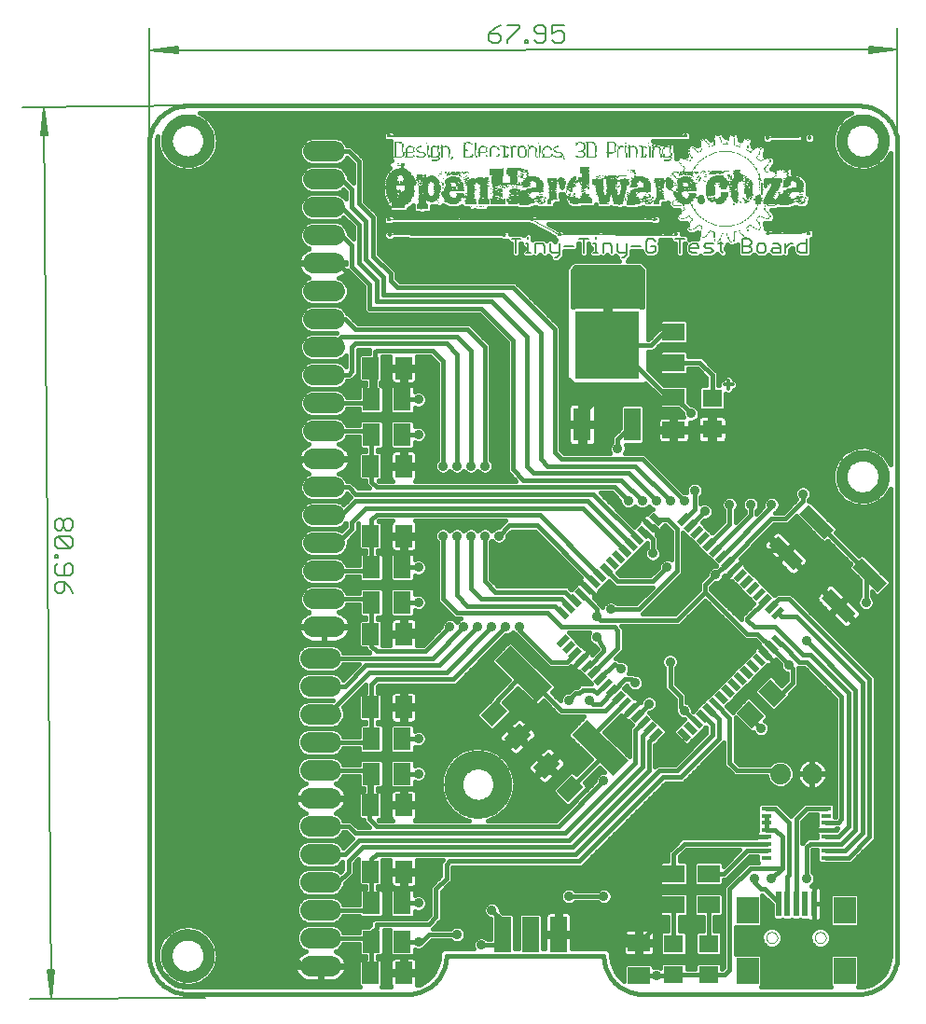
<source format=gtl>
G75*
G70*
%OFA0B0*%
%FSLAX24Y24*%
%IPPOS*%
%LPD*%
%AMOC8*
5,1,8,0,0,1.08239X$1,22.5*
%
%ADD10C,0.0160*%
%ADD11C,0.0051*%
%ADD12C,0.0060*%
%ADD13C,0.0000*%
%ADD14C,0.0120*%
%ADD15R,0.0033X0.0033*%
%ADD16R,0.0034X0.0033*%
%ADD17R,0.0033X0.0033*%
%ADD18R,0.0034X0.0033*%
%ADD19R,0.0067X0.0033*%
%ADD20R,0.0067X0.0033*%
%ADD21R,0.0100X0.0033*%
%ADD22R,0.0133X0.0033*%
%ADD23R,0.3433X0.0033*%
%ADD24R,0.0134X0.0033*%
%ADD25R,0.2233X0.0033*%
%ADD26R,0.4267X0.0033*%
%ADD27R,0.3734X0.0033*%
%ADD28R,0.0133X0.0033*%
%ADD29R,0.0100X0.0033*%
%ADD30R,0.0134X0.0033*%
%ADD31R,0.0167X0.0033*%
%ADD32R,0.1300X0.0033*%
%ADD33R,0.0066X0.0033*%
%ADD34R,0.0533X0.0033*%
%ADD35R,0.0066X0.0033*%
%ADD36R,0.0467X0.0033*%
%ADD37R,0.9667X0.0033*%
%ADD38R,0.6600X0.0033*%
%ADD39R,0.0166X0.0033*%
%ADD40R,0.0400X0.0033*%
%ADD41R,0.0434X0.0033*%
%ADD42R,0.0434X0.0033*%
%ADD43R,0.0400X0.0033*%
%ADD44R,0.0300X0.0033*%
%ADD45R,0.0267X0.0033*%
%ADD46R,0.0500X0.0033*%
%ADD47R,0.0333X0.0033*%
%ADD48R,0.0567X0.0033*%
%ADD49R,0.0334X0.0033*%
%ADD50R,0.0266X0.0033*%
%ADD51R,0.0534X0.0033*%
%ADD52R,0.0333X0.0033*%
%ADD53R,0.0433X0.0033*%
%ADD54R,0.0166X0.0033*%
%ADD55R,0.0233X0.0033*%
%ADD56R,0.0167X0.0033*%
%ADD57R,0.1000X0.0033*%
%ADD58R,0.0633X0.0033*%
%ADD59R,0.0266X0.0033*%
%ADD60R,0.0534X0.0033*%
%ADD61R,0.0933X0.0033*%
%ADD62R,0.0367X0.0033*%
%ADD63R,0.0334X0.0033*%
%ADD64R,0.0433X0.0033*%
%ADD65R,0.0200X0.0033*%
%ADD66R,0.0234X0.0033*%
%ADD67R,0.0233X0.0033*%
%ADD68R,0.1100X0.0033*%
%ADD69R,0.0734X0.0033*%
%ADD70R,0.1000X0.0033*%
%ADD71R,0.0800X0.0033*%
%ADD72R,0.0567X0.0033*%
%ADD73R,0.1133X0.0033*%
%ADD74R,0.0767X0.0033*%
%ADD75R,0.0300X0.0033*%
%ADD76R,0.0967X0.0033*%
%ADD77R,0.0200X0.0033*%
%ADD78R,0.0800X0.0033*%
%ADD79R,0.0500X0.0033*%
%ADD80R,0.0267X0.0033*%
%ADD81R,0.0566X0.0033*%
%ADD82R,0.1100X0.0033*%
%ADD83R,0.0833X0.0033*%
%ADD84R,0.0666X0.0033*%
%ADD85R,0.0600X0.0033*%
%ADD86R,0.0733X0.0033*%
%ADD87R,0.0834X0.0033*%
%ADD88R,0.0667X0.0033*%
%ADD89R,0.0634X0.0033*%
%ADD90R,0.0700X0.0033*%
%ADD91R,0.1167X0.0033*%
%ADD92R,0.0467X0.0033*%
%ADD93R,0.0867X0.0033*%
%ADD94R,0.0900X0.0033*%
%ADD95R,0.0733X0.0033*%
%ADD96R,0.0234X0.0033*%
%ADD97R,0.0367X0.0033*%
%ADD98R,0.0366X0.0033*%
%ADD99R,0.0767X0.0033*%
%ADD100R,0.0466X0.0033*%
%ADD101R,0.0967X0.0033*%
%ADD102R,0.0766X0.0033*%
%ADD103R,0.0466X0.0033*%
%ADD104R,0.0566X0.0033*%
%ADD105R,0.1033X0.0033*%
%ADD106R,0.0366X0.0033*%
%ADD107R,0.0633X0.0033*%
%ADD108R,0.0634X0.0033*%
%ADD109R,0.1067X0.0033*%
%ADD110R,0.1067X0.0033*%
%ADD111R,0.0900X0.0033*%
%ADD112R,0.0667X0.0033*%
%ADD113R,0.0833X0.0033*%
%ADD114R,0.0600X0.0033*%
%ADD115R,0.1200X0.0033*%
%ADD116R,1.0734X0.0033*%
%ADD117R,1.0734X0.0033*%
%ADD118C,0.0070*%
%ADD119R,0.0220X0.0470*%
%ADD120R,0.0470X0.0220*%
%ADD121R,0.2100X0.0760*%
%ADD122R,0.0591X0.0787*%
%ADD123R,0.1260X0.0472*%
%ADD124R,0.0630X0.0787*%
%ADD125R,0.0600X0.1300*%
%ADD126C,0.0740*%
%ADD127R,0.0360X0.0160*%
%ADD128R,0.0787X0.0591*%
%ADD129R,0.0787X0.0945*%
%ADD130R,0.0197X0.0909*%
%ADD131R,0.0787X0.0630*%
%ADD132R,0.0710X0.0630*%
%ADD133C,0.0740*%
%ADD134R,0.2283X0.2441*%
%ADD135R,0.0630X0.1181*%
%ADD136C,0.0356*%
%ADD137C,0.0660*%
D10*
X004642Y002930D02*
X004642Y031925D01*
X004902Y031930D02*
X004912Y032076D01*
X004950Y032221D01*
X004950Y031856D01*
X005094Y031484D01*
X005363Y031189D01*
X005720Y031011D01*
X006117Y030975D01*
X006117Y030975D01*
X006501Y031084D01*
X006819Y031324D01*
X007029Y031663D01*
X007102Y032055D01*
X007029Y032447D01*
X006819Y032786D01*
X006819Y032786D01*
X006819Y032786D01*
X006501Y033026D01*
X006501Y033026D01*
X006435Y033045D01*
X029737Y033045D01*
X029488Y032921D01*
X029219Y032626D01*
X029075Y032254D01*
X029075Y031856D01*
X029219Y031484D01*
X029488Y031189D01*
X029845Y031011D01*
X030242Y030975D01*
X030242Y030975D01*
X030626Y031084D01*
X030944Y031324D01*
X031132Y031628D01*
X031132Y020482D01*
X030944Y020786D01*
X030944Y020786D01*
X030944Y020786D01*
X030626Y021026D01*
X030626Y021026D01*
X030242Y021135D01*
X029845Y021099D01*
X029488Y020921D01*
X029219Y020626D01*
X029075Y020254D01*
X029075Y019856D01*
X029219Y019484D01*
X029488Y019189D01*
X029845Y019011D01*
X030242Y018975D01*
X030242Y018975D01*
X030626Y019084D01*
X030944Y019324D01*
X031132Y019628D01*
X031132Y016321D01*
X030171Y017283D01*
X030063Y017283D01*
X030006Y017226D01*
X029188Y018044D01*
X029245Y018101D01*
X029245Y018209D01*
X028278Y019176D01*
X028227Y019176D01*
X028227Y019204D01*
X028278Y019255D01*
X028325Y019369D01*
X028325Y019491D01*
X028278Y019605D01*
X028191Y019691D01*
X028078Y019738D01*
X027956Y019738D01*
X027842Y019691D01*
X027756Y019605D01*
X027709Y019491D01*
X027709Y019369D01*
X027756Y019255D01*
X027776Y019236D01*
X027305Y018765D01*
X026997Y018765D01*
X027066Y018794D01*
X027153Y018880D01*
X027200Y018994D01*
X027200Y019116D01*
X027153Y019230D01*
X027066Y019316D01*
X026953Y019363D01*
X026831Y019363D01*
X026717Y019316D01*
X026631Y019230D01*
X026584Y019116D01*
X026584Y018994D01*
X026593Y018971D01*
X026352Y018730D01*
X026352Y018829D01*
X026403Y018880D01*
X026450Y018994D01*
X026450Y019116D01*
X026403Y019230D01*
X026316Y019316D01*
X026203Y019363D01*
X026081Y019363D01*
X025967Y019316D01*
X025881Y019230D01*
X025834Y019116D01*
X025834Y018994D01*
X025881Y018880D01*
X025932Y018829D01*
X025932Y018756D01*
X025602Y018426D01*
X025602Y018829D01*
X025653Y018880D01*
X025700Y018994D01*
X025700Y019116D01*
X025653Y019230D01*
X025566Y019316D01*
X025453Y019363D01*
X025331Y019363D01*
X025217Y019316D01*
X025131Y019230D01*
X025084Y019116D01*
X025084Y018994D01*
X025131Y018880D01*
X025182Y018829D01*
X025182Y018451D01*
X024769Y018038D01*
X024587Y018219D01*
X024397Y018409D01*
X024486Y018497D01*
X024578Y018497D01*
X024691Y018544D01*
X024778Y018630D01*
X024825Y018744D01*
X024825Y018866D01*
X024778Y018980D01*
X024691Y019066D01*
X024578Y019113D01*
X024456Y019113D01*
X024352Y019070D01*
X024352Y019329D01*
X024403Y019380D01*
X024450Y019494D01*
X024450Y019616D01*
X024403Y019730D01*
X024316Y019816D01*
X024203Y019863D01*
X024081Y019863D01*
X023967Y019816D01*
X023881Y019730D01*
X023834Y019616D01*
X023834Y019494D01*
X023838Y019484D01*
X023828Y019488D01*
X023756Y019488D01*
X022354Y020890D01*
X021657Y020890D01*
X021700Y020994D01*
X021700Y021116D01*
X021668Y021195D01*
X022283Y021195D01*
X022360Y021271D01*
X022360Y022560D01*
X022283Y022636D01*
X021546Y022636D01*
X021470Y022560D01*
X021470Y021767D01*
X021182Y021480D01*
X021182Y021281D01*
X021131Y021230D01*
X021084Y021116D01*
X021084Y020994D01*
X021127Y020890D01*
X019479Y020890D01*
X019352Y021017D01*
X019352Y025392D01*
X019229Y025515D01*
X017729Y027015D01*
X013604Y027015D01*
X013477Y027142D01*
X013477Y027392D01*
X013354Y027515D01*
X012852Y028017D01*
X012852Y029392D01*
X012729Y029515D01*
X012352Y029892D01*
X012352Y031392D01*
X012229Y031515D01*
X011854Y031890D01*
X011716Y031890D01*
X011686Y031963D01*
X011545Y032104D01*
X011361Y032180D01*
X010423Y032180D01*
X010239Y032104D01*
X010098Y031963D01*
X010022Y031779D01*
X010022Y031581D01*
X010098Y031397D01*
X010239Y031256D01*
X010423Y031180D01*
X010239Y031104D01*
X010098Y030963D01*
X010022Y030779D01*
X010022Y030581D01*
X010098Y030397D01*
X010239Y030256D01*
X010423Y030180D01*
X010239Y030104D01*
X010098Y029963D01*
X010022Y029779D01*
X010022Y029581D01*
X010098Y029397D01*
X010239Y029256D01*
X010423Y029180D01*
X010239Y029104D01*
X010098Y028963D01*
X010022Y028779D01*
X010022Y028581D01*
X010098Y028397D01*
X010239Y028256D01*
X010360Y028206D01*
X010311Y028190D01*
X010234Y028150D01*
X010164Y028100D01*
X010102Y028038D01*
X004902Y028038D01*
X004902Y028196D02*
X010332Y028196D01*
X010140Y028355D02*
X004902Y028355D01*
X004902Y028513D02*
X010050Y028513D01*
X010022Y028672D02*
X004902Y028672D01*
X004902Y028830D02*
X010043Y028830D01*
X010124Y028989D02*
X004902Y028989D01*
X004902Y029147D02*
X010344Y029147D01*
X010423Y029180D02*
X011361Y029180D01*
X011545Y029104D01*
X011686Y028963D01*
X011762Y028779D01*
X011762Y028732D01*
X011932Y028562D01*
X011932Y028968D01*
X011595Y029305D01*
X011545Y029256D01*
X011361Y029180D01*
X010423Y029180D01*
X010189Y029306D02*
X004902Y029306D01*
X004902Y029464D02*
X010070Y029464D01*
X010022Y029623D02*
X004902Y029623D01*
X004902Y029781D02*
X010023Y029781D01*
X010088Y029940D02*
X004902Y029940D01*
X004902Y030098D02*
X010233Y030098D01*
X010238Y030257D02*
X004902Y030257D01*
X004902Y030415D02*
X010090Y030415D01*
X010025Y030574D02*
X004902Y030574D01*
X004902Y030732D02*
X010022Y030732D01*
X010068Y030891D02*
X004902Y030891D01*
X004902Y031049D02*
X005644Y031049D01*
X005720Y031011D02*
X005720Y031011D01*
X005363Y031189D02*
X005363Y031189D01*
X005346Y031208D02*
X004902Y031208D01*
X004902Y031366D02*
X005202Y031366D01*
X005094Y031484D02*
X005094Y031484D01*
X005079Y031525D02*
X004902Y031525D01*
X004902Y031683D02*
X005017Y031683D01*
X004956Y031842D02*
X004902Y031842D01*
X004902Y031930D02*
X004902Y002930D01*
X004912Y002784D01*
X004987Y002503D01*
X005132Y002251D01*
X005338Y002045D01*
X005590Y001900D01*
X005871Y001825D01*
X006017Y001815D01*
X012169Y001815D01*
X012126Y001857D01*
X012126Y002753D01*
X012202Y002829D01*
X012381Y002829D01*
X012381Y002906D01*
X012222Y002906D01*
X012146Y002982D01*
X012146Y003345D01*
X011591Y003345D01*
X011561Y003272D01*
X011420Y003131D01*
X011299Y003081D01*
X011348Y003065D01*
X011425Y003025D01*
X011495Y002975D01*
X011556Y002913D01*
X011607Y002843D01*
X011647Y002766D01*
X011673Y002684D01*
X011687Y002598D01*
X011687Y002585D01*
X010797Y002585D01*
X010797Y002525D01*
X011687Y002525D01*
X011687Y002512D01*
X011673Y002426D01*
X011647Y002344D01*
X011607Y002267D01*
X011556Y002197D01*
X011495Y002135D01*
X011425Y002085D01*
X011348Y002045D01*
X011266Y002019D01*
X011180Y002005D01*
X010797Y002005D01*
X010797Y002525D01*
X010737Y002525D01*
X010737Y002005D01*
X010354Y002005D01*
X010268Y002019D01*
X010186Y002045D01*
X010109Y002085D01*
X010039Y002135D01*
X009977Y002197D01*
X009927Y002267D01*
X009887Y002344D01*
X009861Y002426D01*
X009847Y002512D01*
X009847Y002525D01*
X010737Y002525D01*
X010737Y002585D01*
X009847Y002585D01*
X009847Y002598D01*
X009861Y002684D01*
X009887Y002766D01*
X009927Y002843D01*
X009977Y002913D01*
X010039Y002975D01*
X010109Y003025D01*
X010186Y003065D01*
X010235Y003081D01*
X010114Y003131D01*
X009973Y003272D01*
X009897Y003456D01*
X009897Y003654D01*
X009973Y003838D01*
X010114Y003979D01*
X010298Y004055D01*
X011236Y004055D01*
X011420Y003979D01*
X011561Y003838D01*
X011591Y003765D01*
X012146Y003765D01*
X012146Y003878D01*
X012222Y003954D01*
X012494Y003954D01*
X012557Y004017D01*
X012557Y004142D01*
X012680Y004265D01*
X014555Y004265D01*
X014682Y004392D01*
X014682Y005392D01*
X015057Y005767D01*
X015057Y006267D01*
X015135Y006345D01*
X014208Y006345D01*
X014208Y005998D01*
X013800Y005998D01*
X013800Y005862D01*
X013800Y005356D01*
X014051Y005356D01*
X014097Y005369D01*
X014138Y005392D01*
X014172Y005426D01*
X014196Y005467D01*
X014208Y005513D01*
X014208Y005862D01*
X013800Y005862D01*
X013665Y005862D01*
X013665Y005356D01*
X013414Y005356D01*
X013368Y005369D01*
X013327Y005392D01*
X013293Y005426D01*
X013270Y005467D01*
X013257Y005513D01*
X013257Y005862D01*
X013665Y005862D01*
X013665Y005998D01*
X013257Y005998D01*
X013257Y006345D01*
X012977Y006345D01*
X012977Y005482D01*
X012901Y005406D01*
X012801Y005406D01*
X012801Y005329D01*
X012960Y005329D01*
X013036Y005253D01*
X013036Y004357D01*
X012960Y004281D01*
X012222Y004281D01*
X012158Y004345D01*
X011591Y004345D01*
X011561Y004272D01*
X011420Y004131D01*
X011236Y004055D01*
X010298Y004055D01*
X010114Y004131D01*
X009973Y004272D01*
X009897Y004456D01*
X009897Y004654D01*
X009973Y004838D01*
X010114Y004979D01*
X010298Y005055D01*
X011236Y005055D01*
X011420Y004979D01*
X011561Y004838D01*
X011591Y004765D01*
X012146Y004765D01*
X012146Y005253D01*
X012222Y005329D01*
X012381Y005329D01*
X012381Y005406D01*
X012202Y005406D01*
X012126Y005482D01*
X012126Y006367D01*
X011977Y006218D01*
X011977Y005843D01*
X011854Y005720D01*
X011637Y005503D01*
X011637Y005456D01*
X011561Y005272D01*
X011420Y005131D01*
X011236Y005055D01*
X010298Y005055D01*
X010114Y005131D01*
X009973Y005272D01*
X009897Y005456D01*
X009897Y005654D01*
X009973Y005838D01*
X010114Y005979D01*
X010298Y006055D01*
X011236Y006055D01*
X011420Y005979D01*
X011470Y005930D01*
X011557Y006017D01*
X011557Y006268D01*
X011420Y006131D01*
X011236Y006055D01*
X010298Y006055D01*
X010114Y006131D01*
X009973Y006272D01*
X009897Y006456D01*
X009897Y006654D01*
X009973Y006838D01*
X010114Y006979D01*
X010298Y007055D01*
X011236Y007055D01*
X011420Y006979D01*
X011561Y006838D01*
X011581Y006791D01*
X011907Y007118D01*
X011807Y007218D01*
X011680Y007345D01*
X011591Y007345D01*
X011561Y007272D01*
X011420Y007131D01*
X011236Y007055D01*
X010298Y007055D01*
X010114Y007131D01*
X009973Y007272D01*
X009897Y007456D01*
X009897Y007654D01*
X009973Y007838D01*
X010114Y007979D01*
X010235Y008029D01*
X010186Y008045D01*
X010109Y008085D01*
X010039Y008135D01*
X009977Y008197D01*
X009927Y008267D01*
X009887Y008344D01*
X009861Y008426D01*
X009847Y008512D01*
X009847Y008525D01*
X010737Y008525D01*
X010737Y008585D01*
X009847Y008585D01*
X009847Y008598D01*
X009861Y008684D01*
X009887Y008766D01*
X009927Y008843D01*
X009977Y008913D01*
X010039Y008975D01*
X010109Y009025D01*
X010186Y009065D01*
X010235Y009081D01*
X010114Y009131D01*
X009973Y009272D01*
X009897Y009456D01*
X009897Y009654D01*
X009973Y009838D01*
X010114Y009979D01*
X010298Y010055D01*
X011236Y010055D01*
X011420Y009979D01*
X011561Y009838D01*
X011591Y009765D01*
X012146Y009765D01*
X012146Y009878D01*
X012222Y009954D01*
X012960Y009954D01*
X013036Y009878D01*
X013036Y008982D01*
X012960Y008906D01*
X012801Y008906D01*
X012801Y008829D01*
X012901Y008829D01*
X012977Y008753D01*
X012977Y007857D01*
X012901Y007781D01*
X012838Y007781D01*
X012854Y007765D01*
X013331Y007765D01*
X013327Y007767D01*
X013293Y007801D01*
X013270Y007842D01*
X013257Y007888D01*
X013257Y008237D01*
X013665Y008237D01*
X013665Y008373D01*
X013665Y008879D01*
X013414Y008879D01*
X013368Y008866D01*
X013327Y008843D01*
X013293Y008809D01*
X013270Y008768D01*
X013257Y008722D01*
X013257Y008373D01*
X013665Y008373D01*
X013800Y008373D01*
X013800Y008879D01*
X014051Y008879D01*
X014097Y008866D01*
X014138Y008843D01*
X014172Y008809D01*
X014196Y008768D01*
X014208Y008722D01*
X014208Y008373D01*
X013800Y008373D01*
X013800Y008237D01*
X014208Y008237D01*
X014208Y007888D01*
X014196Y007842D01*
X014172Y007801D01*
X014138Y007767D01*
X014134Y007765D01*
X016094Y007765D01*
X015853Y007826D01*
X015853Y007826D01*
X015483Y008068D01*
X015483Y008068D01*
X015212Y008416D01*
X015212Y008416D01*
X015068Y008834D01*
X015068Y009276D01*
X015212Y009694D01*
X015212Y009694D01*
X015483Y010042D01*
X015483Y010042D01*
X015483Y010042D01*
X015853Y010284D01*
X015853Y010284D01*
X016281Y010392D01*
X016281Y010392D01*
X016721Y010356D01*
X016721Y010356D01*
X017126Y010178D01*
X017126Y010178D01*
X017451Y009879D01*
X017451Y009879D01*
X017661Y009491D01*
X017661Y009491D01*
X017734Y009055D01*
X017661Y008619D01*
X017661Y008619D01*
X017451Y008231D01*
X017451Y008231D01*
X017126Y007932D01*
X017126Y007932D01*
X016746Y007765D01*
X019180Y007765D01*
X020584Y009169D01*
X020584Y009241D01*
X020631Y009355D01*
X020717Y009441D01*
X020831Y009488D01*
X020921Y009488D01*
X020749Y009655D01*
X020203Y009109D01*
X020302Y009011D01*
X020302Y008903D01*
X019669Y008270D01*
X019561Y008270D01*
X019067Y008764D01*
X019067Y008872D01*
X019700Y009505D01*
X019808Y009505D01*
X019906Y009406D01*
X020447Y009947D01*
X019609Y010760D01*
X019607Y010867D01*
X020191Y011470D01*
X019305Y011470D01*
X019182Y011593D01*
X018737Y012038D01*
X018573Y011869D01*
X018465Y011868D01*
X017818Y012495D01*
X017317Y011995D01*
X017592Y011721D01*
X017592Y011613D01*
X016959Y010980D01*
X016851Y010980D01*
X016357Y011474D01*
X016357Y011582D01*
X016889Y012114D01*
X016889Y012161D01*
X016911Y012182D01*
X016918Y012212D01*
X016970Y012242D01*
X017516Y012788D01*
X016880Y013404D01*
X016878Y013512D01*
X017482Y014135D01*
X017590Y014137D01*
X019175Y012600D01*
X019177Y012493D01*
X019029Y012340D01*
X019334Y012035D01*
X019334Y012116D01*
X019381Y012230D01*
X019467Y012316D01*
X019581Y012363D01*
X019653Y012363D01*
X019805Y012515D01*
X019930Y012515D01*
X020055Y012640D01*
X020448Y012640D01*
X020397Y012691D01*
X020174Y012914D01*
X020001Y013087D01*
X019981Y013087D01*
X019935Y013099D01*
X019894Y013123D01*
X019800Y013217D01*
X020093Y013511D01*
X020093Y013511D01*
X019800Y013217D01*
X019726Y013292D01*
X019654Y013220D01*
X018930Y013220D01*
X018807Y013343D01*
X017741Y014409D01*
X017717Y014419D01*
X017642Y014494D01*
X017566Y014419D01*
X017453Y014372D01*
X017381Y014372D01*
X015604Y012595D01*
X012854Y012595D01*
X012801Y012542D01*
X012801Y012329D01*
X012901Y012329D01*
X012977Y012253D01*
X012977Y011357D01*
X012901Y011281D01*
X012801Y011281D01*
X012801Y011204D01*
X012960Y011204D01*
X013036Y011128D01*
X013036Y010232D01*
X012960Y010156D01*
X012222Y010156D01*
X012146Y010232D01*
X012146Y010345D01*
X011591Y010345D01*
X011561Y010272D01*
X011420Y010131D01*
X011236Y010055D01*
X010298Y010055D01*
X010114Y010131D01*
X009973Y010272D01*
X009897Y010456D01*
X009897Y010654D01*
X009973Y010838D01*
X010114Y010979D01*
X010298Y011055D01*
X011236Y011055D01*
X011420Y010979D01*
X011561Y010838D01*
X011591Y010765D01*
X012146Y010765D01*
X012146Y011128D01*
X012222Y011204D01*
X012381Y011204D01*
X012381Y011281D01*
X012202Y011281D01*
X012126Y011357D01*
X012126Y012253D01*
X012202Y012329D01*
X012381Y012329D01*
X012381Y012622D01*
X011571Y011813D01*
X011637Y011654D01*
X011637Y011456D01*
X011561Y011272D01*
X011420Y011131D01*
X011236Y011055D01*
X010298Y011055D01*
X010114Y011131D01*
X009973Y011272D01*
X009897Y011456D01*
X009897Y011654D01*
X009973Y011838D01*
X010114Y011979D01*
X010298Y012055D01*
X011220Y012055D01*
X011220Y012055D01*
X010298Y012055D01*
X010114Y012131D01*
X009973Y012272D01*
X009897Y012456D01*
X009897Y012654D01*
X009973Y012838D01*
X010114Y012979D01*
X010298Y013055D01*
X011236Y013055D01*
X011420Y012979D01*
X011561Y012838D01*
X011581Y012791D01*
X012135Y013345D01*
X011591Y013345D01*
X011561Y013272D01*
X011420Y013131D01*
X011236Y013055D01*
X010298Y013055D01*
X010114Y013131D01*
X009973Y013272D01*
X009897Y013456D01*
X004902Y013456D01*
X004902Y013614D02*
X009897Y013614D01*
X009897Y013654D02*
X009897Y013456D01*
X009962Y013297D02*
X004902Y013297D01*
X004902Y013139D02*
X010106Y013139D01*
X010117Y012980D02*
X004902Y012980D01*
X004902Y012822D02*
X009966Y012822D01*
X009901Y012663D02*
X004902Y012663D01*
X004902Y012505D02*
X009897Y012505D01*
X009942Y012346D02*
X004902Y012346D01*
X004902Y012188D02*
X010057Y012188D01*
X010236Y012029D02*
X004902Y012029D01*
X004902Y011871D02*
X010006Y011871D01*
X009921Y011712D02*
X004902Y011712D01*
X004902Y011554D02*
X009897Y011554D01*
X009922Y011395D02*
X004902Y011395D01*
X004902Y011237D02*
X010008Y011237D01*
X010241Y011078D02*
X004902Y011078D01*
X004902Y010920D02*
X010055Y010920D01*
X009941Y010761D02*
X004902Y010761D01*
X004902Y010603D02*
X009897Y010603D01*
X009902Y010444D02*
X004902Y010444D01*
X004902Y010286D02*
X009967Y010286D01*
X010123Y010127D02*
X004902Y010127D01*
X004902Y009969D02*
X010104Y009969D01*
X009962Y009810D02*
X004902Y009810D01*
X004902Y009652D02*
X009897Y009652D01*
X009897Y009493D02*
X004902Y009493D01*
X004902Y009335D02*
X009947Y009335D01*
X010068Y009176D02*
X004902Y009176D01*
X004902Y009018D02*
X010098Y009018D01*
X009938Y008859D02*
X004902Y008859D01*
X004902Y008701D02*
X009866Y008701D01*
X009892Y008555D02*
X010767Y008555D01*
X010797Y008542D02*
X012126Y008542D01*
X012126Y008384D02*
X011660Y008384D01*
X011647Y008344D02*
X011673Y008426D01*
X011687Y008512D01*
X011687Y008525D01*
X010797Y008525D01*
X010797Y008585D01*
X011687Y008585D01*
X011687Y008598D01*
X011673Y008684D01*
X011647Y008766D01*
X011607Y008843D01*
X011556Y008913D01*
X011495Y008975D01*
X011425Y009025D01*
X011348Y009065D01*
X011299Y009081D01*
X011420Y009131D01*
X011561Y009272D01*
X011591Y009345D01*
X012146Y009345D01*
X012146Y008982D01*
X012222Y008906D01*
X012307Y008906D01*
X012307Y008829D01*
X012202Y008829D01*
X012126Y008753D01*
X012126Y007857D01*
X012202Y007781D01*
X012307Y007781D01*
X012307Y007718D01*
X012510Y007515D01*
X012104Y007515D01*
X011854Y007765D01*
X011591Y007765D01*
X011561Y007838D01*
X011420Y007979D01*
X011299Y008029D01*
X011348Y008045D01*
X011425Y008085D01*
X011495Y008135D01*
X011556Y008197D01*
X011607Y008267D01*
X011647Y008344D01*
X011577Y008225D02*
X012126Y008225D01*
X012126Y008067D02*
X011390Y008067D01*
X011491Y007908D02*
X012126Y007908D01*
X012307Y007750D02*
X011869Y007750D01*
X011767Y007555D02*
X012017Y007305D01*
X019517Y007305D01*
X022017Y009805D01*
X022017Y010980D01*
X022320Y011284D01*
X022098Y011506D02*
X022098Y011511D01*
X022517Y011930D01*
X022735Y011712D02*
X023438Y011712D01*
X023432Y011718D02*
X023459Y011691D01*
X023459Y011619D01*
X023506Y011505D01*
X023592Y011419D01*
X023706Y011372D01*
X023778Y011372D01*
X023782Y011368D01*
X023626Y011212D01*
X023394Y010980D01*
X023394Y010873D01*
X023803Y010464D01*
X023910Y010464D01*
X024142Y010696D01*
X024365Y010919D01*
X024546Y011100D01*
X024557Y011089D01*
X024557Y010892D01*
X023430Y009765D01*
X022805Y009765D01*
X022727Y009687D01*
X022727Y010464D01*
X022731Y010464D01*
X023140Y010873D01*
X023140Y010980D01*
X022917Y011203D01*
X022694Y011426D01*
X022502Y011618D01*
X022506Y011622D01*
X022578Y011622D01*
X022691Y011669D01*
X022778Y011755D01*
X022825Y011869D01*
X022825Y011991D01*
X022778Y012105D01*
X022691Y012191D01*
X022578Y012238D01*
X022456Y012238D01*
X022342Y012191D01*
X022256Y012105D01*
X022209Y011991D01*
X022209Y011982D01*
X022168Y012023D01*
X022074Y012117D01*
X022033Y012141D01*
X021987Y012153D01*
X021967Y012153D01*
X021804Y012317D01*
X021627Y012493D01*
X021722Y012588D01*
X021756Y012505D01*
X021639Y012505D01*
X021756Y012505D02*
X021842Y012419D01*
X021956Y012372D01*
X022078Y012372D01*
X022191Y012419D01*
X022278Y012505D01*
X023057Y012505D01*
X023057Y012468D02*
X023432Y012093D01*
X023432Y011718D01*
X023432Y011871D02*
X022825Y011871D01*
X022809Y012029D02*
X023432Y012029D01*
X023337Y012188D02*
X022695Y012188D01*
X022339Y012188D02*
X021932Y012188D01*
X021774Y012346D02*
X023179Y012346D01*
X023057Y012468D02*
X023057Y013204D01*
X023006Y013255D01*
X022959Y013369D01*
X022959Y013491D01*
X023006Y013605D01*
X023092Y013691D01*
X023206Y013738D01*
X023328Y013738D01*
X023441Y013691D01*
X023528Y013605D01*
X023575Y013491D01*
X023575Y013369D01*
X023528Y013255D01*
X023477Y013204D01*
X023477Y012642D01*
X023729Y012390D01*
X023852Y012267D01*
X023852Y011978D01*
X023941Y011941D01*
X024028Y011855D01*
X024075Y011741D01*
X024075Y011669D01*
X024079Y011665D01*
X024294Y011880D01*
X024517Y012103D01*
X024739Y012326D01*
X024962Y012548D01*
X025176Y012762D01*
X025399Y012985D01*
X025621Y013208D01*
X025844Y013430D01*
X026067Y013653D01*
X026239Y013826D01*
X026239Y013846D01*
X026252Y013891D01*
X026275Y013932D01*
X026370Y014027D01*
X026663Y013733D01*
X026663Y013733D01*
X026957Y013440D01*
X027031Y013514D01*
X027209Y013336D01*
X027209Y013244D01*
X027256Y013130D01*
X027342Y013044D01*
X027432Y013007D01*
X027432Y012767D01*
X027260Y012595D01*
X026905Y012951D01*
X026797Y012951D01*
X026276Y012429D01*
X026276Y012322D01*
X026909Y011689D01*
X027016Y011689D01*
X027538Y012210D01*
X027538Y012279D01*
X027729Y012470D01*
X027852Y012593D01*
X027852Y013220D01*
X028055Y013220D01*
X029182Y012093D01*
X029182Y007892D01*
X029180Y007890D01*
X029147Y007890D01*
X029147Y008314D01*
X029071Y008390D01*
X028055Y008390D01*
X027932Y008267D01*
X027579Y007914D01*
X027227Y008267D01*
X027104Y008390D01*
X026463Y008390D01*
X026387Y008314D01*
X026387Y007385D01*
X026373Y007371D01*
X026349Y007329D01*
X026337Y007284D01*
X026337Y007180D01*
X026337Y007140D01*
X023680Y007140D01*
X023305Y006765D01*
X023182Y006642D01*
X023182Y006301D01*
X022944Y006301D01*
X022868Y006225D01*
X022868Y005487D01*
X022944Y005411D01*
X023840Y005411D01*
X023916Y005487D01*
X023916Y006225D01*
X023840Y006301D01*
X023602Y006301D01*
X023602Y006468D01*
X023854Y006720D01*
X025760Y006720D01*
X025166Y006126D01*
X025166Y006225D01*
X025090Y006301D01*
X024194Y006301D01*
X024118Y006225D01*
X024118Y005487D01*
X024194Y005411D01*
X025090Y005411D01*
X025166Y005487D01*
X025166Y005646D01*
X025280Y005646D01*
X026104Y006470D01*
X026387Y006470D01*
X026387Y006296D01*
X026418Y006265D01*
X026055Y006265D01*
X025932Y006142D01*
X025305Y005515D01*
X025305Y005515D01*
X025182Y005392D01*
X025182Y002517D01*
X025127Y002462D01*
X025127Y002614D01*
X025051Y002690D01*
X024233Y002690D01*
X024157Y002614D01*
X024157Y002455D01*
X023877Y002455D01*
X023877Y002614D01*
X023801Y002690D01*
X022983Y002690D01*
X022907Y002614D01*
X022907Y002490D01*
X022828Y002523D01*
X022706Y002523D01*
X022666Y002506D01*
X022666Y002564D01*
X022590Y002640D01*
X021694Y002640D01*
X021618Y002564D01*
X021618Y002028D01*
X021588Y002045D01*
X021382Y002251D01*
X021237Y002503D01*
X021162Y002784D01*
X021152Y002930D01*
X021152Y002982D01*
X021112Y003077D01*
X021039Y003150D01*
X020944Y003190D01*
X019747Y003190D01*
X019747Y003610D01*
X019337Y003610D01*
X019337Y003750D01*
X019747Y003750D01*
X019747Y004354D01*
X019735Y004399D01*
X019711Y004441D01*
X019677Y004474D01*
X019636Y004498D01*
X019591Y004510D01*
X019337Y004510D01*
X019337Y003750D01*
X019197Y003750D01*
X019197Y004510D01*
X018943Y004510D01*
X018897Y004498D01*
X018856Y004474D01*
X018823Y004441D01*
X018799Y004399D01*
X018787Y004354D01*
X018787Y003750D01*
X019197Y003750D01*
X019197Y003610D01*
X018787Y003610D01*
X018787Y003190D01*
X018697Y003190D01*
X018697Y004384D01*
X018621Y004460D01*
X017913Y004460D01*
X017837Y004384D01*
X017837Y003190D01*
X017697Y003190D01*
X017697Y004384D01*
X017621Y004460D01*
X017284Y004460D01*
X017200Y004544D01*
X017200Y004616D01*
X017153Y004730D01*
X017066Y004816D01*
X016953Y004863D01*
X016831Y004863D01*
X016717Y004816D01*
X016631Y004730D01*
X016584Y004616D01*
X016584Y004494D01*
X016631Y004380D01*
X016717Y004294D01*
X016831Y004247D01*
X016837Y004247D01*
X016837Y003515D01*
X016743Y003515D01*
X016691Y003566D01*
X016578Y003613D01*
X016456Y003613D01*
X016342Y003566D01*
X016256Y003480D01*
X016209Y003366D01*
X016209Y003244D01*
X016231Y003190D01*
X015215Y003190D01*
X015120Y003150D01*
X015047Y003077D01*
X015007Y002982D01*
X015007Y002930D01*
X014997Y002784D01*
X014922Y002503D01*
X014777Y002251D01*
X014571Y002045D01*
X014319Y001900D01*
X014203Y001869D01*
X014208Y001888D01*
X014208Y002237D01*
X013800Y002237D01*
X013800Y002373D01*
X013665Y002373D01*
X013665Y002879D01*
X013414Y002879D01*
X013368Y002866D01*
X013327Y002843D01*
X013293Y002809D01*
X013270Y002768D01*
X013257Y002722D01*
X013257Y002373D01*
X013665Y002373D01*
X013665Y002237D01*
X013257Y002237D01*
X013257Y001888D01*
X013270Y001842D01*
X013285Y001815D01*
X012934Y001815D01*
X012977Y001857D01*
X012977Y002753D01*
X012901Y002829D01*
X012801Y002829D01*
X012801Y002906D01*
X012960Y002906D01*
X013036Y002982D01*
X013036Y003845D01*
X013248Y003845D01*
X013248Y002982D01*
X013324Y002906D01*
X014062Y002906D01*
X014138Y002982D01*
X014138Y003150D01*
X014206Y003122D01*
X014328Y003122D01*
X014441Y003169D01*
X014528Y003255D01*
X014538Y003279D01*
X014729Y003470D01*
X015416Y003470D01*
X015467Y003419D01*
X015581Y003372D01*
X015703Y003372D01*
X015816Y003419D01*
X015903Y003505D01*
X015950Y003619D01*
X015950Y003741D01*
X015903Y003855D01*
X015816Y003941D01*
X015703Y003988D01*
X015581Y003988D01*
X015467Y003941D01*
X015416Y003890D01*
X014774Y003890D01*
X014979Y004095D01*
X015102Y004218D01*
X015102Y005218D01*
X015354Y005470D01*
X015477Y005593D01*
X015477Y006093D01*
X015479Y006095D01*
X020104Y006095D01*
X023104Y009095D01*
X023729Y009095D01*
X025104Y010470D01*
X025182Y010548D01*
X025182Y009718D01*
X025432Y009468D01*
X025555Y009345D01*
X026697Y009345D01*
X026697Y009331D01*
X026773Y009147D01*
X026914Y009006D01*
X027098Y008930D01*
X027296Y008930D01*
X027480Y009006D01*
X027621Y009147D01*
X027697Y009331D01*
X027697Y009529D01*
X027621Y009713D01*
X027480Y009854D01*
X027296Y009930D01*
X027098Y009930D01*
X026914Y009854D01*
X026825Y009765D01*
X025729Y009765D01*
X025602Y009892D01*
X025602Y011436D01*
X026129Y010909D01*
X026237Y010909D01*
X026242Y010914D01*
X026256Y010880D01*
X026342Y010794D01*
X026456Y010747D01*
X026578Y010747D01*
X026691Y010794D01*
X026778Y010880D01*
X026825Y010994D01*
X026825Y011116D01*
X026778Y011230D01*
X026691Y011316D01*
X026658Y011330D01*
X026758Y011431D01*
X026758Y011538D01*
X026125Y012171D01*
X026018Y012171D01*
X025496Y011650D01*
X025496Y011623D01*
X025479Y011640D01*
X025282Y011836D01*
X025478Y012032D01*
X025692Y012246D01*
X025915Y012469D01*
X026137Y012691D01*
X026360Y012914D01*
X026583Y013137D01*
X026756Y013310D01*
X026775Y013310D01*
X026821Y013322D01*
X026862Y013345D01*
X026957Y013440D01*
X026663Y013733D01*
X026370Y014027D01*
X026434Y014091D01*
X026305Y014220D01*
X025930Y014220D01*
X024517Y015633D01*
X023604Y014720D01*
X021524Y014720D01*
X021602Y014642D01*
X021602Y013843D01*
X021479Y013720D01*
X021323Y013564D01*
X021331Y013558D01*
X021354Y013558D01*
X021401Y013511D01*
X021443Y013483D01*
X021456Y013488D01*
X021578Y013488D01*
X021691Y013441D01*
X021778Y013355D01*
X021825Y013241D01*
X021825Y013119D01*
X021782Y013015D01*
X021979Y013015D01*
X022006Y012988D01*
X022078Y012988D01*
X022191Y012941D01*
X022278Y012855D01*
X022325Y012741D01*
X022325Y012619D01*
X022278Y012505D01*
X022325Y012663D02*
X023057Y012663D01*
X023057Y012822D02*
X022292Y012822D01*
X022097Y012980D02*
X023057Y012980D01*
X023057Y013139D02*
X021825Y013139D01*
X021802Y013297D02*
X022988Y013297D01*
X022959Y013456D02*
X021656Y013456D01*
X021517Y013180D02*
X021267Y013348D01*
X020761Y012843D01*
X020957Y012620D02*
X020642Y012305D01*
X020517Y012430D01*
X020142Y012430D01*
X020017Y012305D01*
X019892Y012305D01*
X019642Y012055D01*
X019364Y012188D02*
X019181Y012188D01*
X019035Y012346D02*
X019540Y012346D01*
X019795Y012505D02*
X019177Y012505D01*
X019110Y012663D02*
X020425Y012663D01*
X020266Y012822D02*
X018946Y012822D01*
X019142Y012805D02*
X017642Y014305D01*
X017517Y014305D01*
X015767Y012555D01*
X015767Y011805D01*
X017017Y010555D01*
X017392Y010555D01*
X017517Y010680D01*
X017892Y010680D01*
X018329Y010243D01*
X018329Y010242D01*
X018849Y009723D01*
X018824Y009652D02*
X018683Y009652D01*
X018754Y009723D02*
X018849Y009627D01*
X018492Y009269D01*
X018669Y009091D01*
X018710Y009068D01*
X018756Y009055D01*
X018803Y009055D01*
X018849Y009068D01*
X018890Y009091D01*
X019138Y009339D01*
X018849Y009627D01*
X018945Y009723D01*
X018849Y009818D01*
X018754Y009723D01*
X018465Y010011D01*
X018218Y009764D01*
X018194Y009722D01*
X018182Y009677D01*
X018182Y009629D01*
X018194Y009584D01*
X018218Y009542D01*
X018396Y009365D01*
X018754Y009723D01*
X018666Y009810D02*
X018842Y009810D01*
X018849Y009818D02*
X018561Y010106D01*
X018808Y010354D01*
X018849Y010377D01*
X018895Y010390D01*
X018943Y010390D01*
X018988Y010377D01*
X019029Y010354D01*
X019207Y010176D01*
X018849Y009818D01*
X018857Y009810D02*
X019033Y009810D01*
X018945Y009723D02*
X019303Y010080D01*
X019481Y009903D01*
X019504Y009862D01*
X019517Y009816D01*
X019517Y009768D01*
X019504Y009723D01*
X019481Y009682D01*
X019233Y009434D01*
X018945Y009723D01*
X018874Y009652D02*
X019016Y009652D01*
X018983Y009493D02*
X019174Y009493D01*
X019292Y009493D02*
X019689Y009493D01*
X019819Y009493D02*
X019994Y009493D01*
X020152Y009652D02*
X019451Y009652D01*
X019517Y009810D02*
X020311Y009810D01*
X020425Y009969D02*
X019414Y009969D01*
X019191Y009969D02*
X019000Y009969D01*
X019159Y010127D02*
X020261Y010127D01*
X020098Y010286D02*
X019097Y010286D01*
X018741Y010286D02*
X018005Y010286D01*
X018098Y010379D02*
X017810Y010667D01*
X017905Y010762D01*
X018193Y010474D01*
X018441Y010721D01*
X018464Y010763D01*
X018477Y010808D01*
X018477Y010856D01*
X018464Y010901D01*
X018441Y010943D01*
X018263Y011120D01*
X017905Y010762D01*
X017810Y010858D01*
X018167Y011216D01*
X017990Y011394D01*
X017949Y011417D01*
X017903Y011430D01*
X017855Y011430D01*
X017810Y011417D01*
X017769Y011394D01*
X017521Y011146D01*
X017810Y010858D01*
X017714Y010762D01*
X017810Y010667D01*
X017452Y010309D01*
X017629Y010131D01*
X017670Y010108D01*
X017716Y010095D01*
X017764Y010095D01*
X017809Y010108D01*
X017850Y010131D01*
X018098Y010379D01*
X018032Y010444D02*
X019934Y010444D01*
X019771Y010603D02*
X018322Y010603D01*
X018464Y010761D02*
X019609Y010761D01*
X019658Y010920D02*
X018454Y010920D01*
X018305Y011078D02*
X019812Y011078D01*
X019965Y011237D02*
X018146Y011237D01*
X018221Y011078D02*
X018030Y011078D01*
X018063Y010920D02*
X017871Y010920D01*
X017748Y010920D02*
X017556Y010920D01*
X017589Y011078D02*
X017057Y011078D01*
X017215Y011237D02*
X017612Y011237D01*
X017772Y011395D02*
X017374Y011395D01*
X017532Y011554D02*
X019221Y011554D01*
X019392Y011680D02*
X020935Y011680D01*
X021430Y012175D01*
X021234Y012397D02*
X021642Y012805D01*
X021892Y012805D01*
X022017Y012680D01*
X022162Y012029D02*
X022225Y012029D01*
X022168Y012023D02*
X021875Y011729D01*
X021582Y011436D01*
X021676Y011341D01*
X021717Y011317D01*
X021763Y011305D01*
X021783Y011305D01*
X021914Y011174D01*
X021807Y011067D01*
X021807Y010050D01*
X020919Y010910D01*
X021513Y011504D01*
X021582Y011436D01*
X021875Y011729D01*
X021875Y011729D01*
X021875Y011729D01*
X022168Y012023D01*
X022017Y011871D02*
X022017Y011871D01*
X021858Y011712D02*
X021858Y011712D01*
X021700Y011554D02*
X021700Y011554D01*
X021622Y011395D02*
X021404Y011395D01*
X021246Y011237D02*
X021851Y011237D01*
X021818Y011078D02*
X021087Y011078D01*
X020929Y010920D02*
X021807Y010920D01*
X021807Y010761D02*
X021073Y010761D01*
X021236Y010603D02*
X021807Y010603D01*
X021807Y010444D02*
X021400Y010444D01*
X021563Y010286D02*
X021807Y010286D01*
X021807Y010127D02*
X021727Y010127D01*
X022267Y009680D02*
X022267Y010785D01*
X022543Y011061D01*
X022766Y010838D02*
X022517Y010589D01*
X022517Y009555D01*
X019767Y006805D01*
X012267Y006805D01*
X011767Y006305D01*
X011767Y005930D01*
X011392Y005555D01*
X010767Y005555D01*
X011354Y006006D02*
X011546Y006006D01*
X011557Y006165D02*
X011454Y006165D01*
X011642Y006555D02*
X012142Y007055D01*
X019642Y007055D01*
X022267Y009680D01*
X022727Y009810D02*
X023475Y009810D01*
X023634Y009969D02*
X022727Y009969D01*
X022727Y010127D02*
X023792Y010127D01*
X023951Y010286D02*
X022727Y010286D01*
X022727Y010444D02*
X024109Y010444D01*
X024049Y010603D02*
X024268Y010603D01*
X024207Y010761D02*
X024426Y010761D01*
X024366Y010920D02*
X024557Y010920D01*
X024557Y011078D02*
X024524Y011078D01*
X024763Y011180D02*
X024436Y011506D01*
X024213Y011284D02*
X024163Y011284D01*
X023767Y011680D01*
X023642Y011805D01*
X023642Y012180D01*
X023267Y012555D01*
X023267Y013430D01*
X023546Y013297D02*
X025711Y013297D01*
X025553Y013139D02*
X023477Y013139D01*
X023477Y012980D02*
X025394Y012980D01*
X025236Y012822D02*
X023477Y012822D01*
X023477Y012663D02*
X025077Y012663D01*
X024919Y012505D02*
X023614Y012505D01*
X023773Y012346D02*
X024760Y012346D01*
X024602Y012188D02*
X023852Y012188D01*
X023852Y012029D02*
X024443Y012029D01*
X024285Y011871D02*
X024012Y011871D01*
X024075Y011712D02*
X024126Y011712D01*
X023649Y011395D02*
X022725Y011395D01*
X022883Y011237D02*
X023651Y011237D01*
X023492Y011078D02*
X023042Y011078D01*
X023140Y010920D02*
X023394Y010920D01*
X023505Y010761D02*
X023028Y010761D01*
X022870Y010603D02*
X023664Y010603D01*
X023486Y011554D02*
X022566Y011554D01*
X021652Y011940D02*
X020392Y010680D01*
X020434Y010680D01*
X020756Y010358D01*
X020756Y009959D01*
X019685Y008887D01*
X019372Y009176D02*
X018975Y009176D01*
X019134Y009335D02*
X019531Y009335D01*
X019214Y009018D02*
X017728Y009018D01*
X017714Y009176D02*
X018584Y009176D01*
X018557Y009335D02*
X017687Y009335D01*
X017660Y009493D02*
X018267Y009493D01*
X018182Y009652D02*
X017574Y009652D01*
X017488Y009810D02*
X018265Y009810D01*
X018424Y009969D02*
X017354Y009969D01*
X017181Y010127D02*
X017636Y010127D01*
X017844Y010127D02*
X018582Y010127D01*
X018507Y009969D02*
X018699Y009969D01*
X018329Y010242D02*
X017810Y010762D01*
X017904Y010761D02*
X017906Y010761D01*
X017873Y010603D02*
X018065Y010603D01*
X017746Y010603D02*
X017554Y010603D01*
X017587Y010444D02*
X017396Y010444D01*
X017356Y010405D02*
X017178Y010582D01*
X017155Y010623D01*
X017142Y010669D01*
X017142Y010717D01*
X017155Y010762D01*
X017178Y010803D01*
X017426Y011051D01*
X017714Y010762D01*
X017356Y010405D01*
X017316Y010444D02*
X014467Y010444D01*
X014441Y010419D02*
X014528Y010505D01*
X014575Y010619D01*
X014575Y010741D01*
X014528Y010855D01*
X014441Y010941D01*
X014328Y010988D01*
X014206Y010988D01*
X014138Y010960D01*
X014138Y011128D01*
X014062Y011204D01*
X013324Y011204D01*
X013248Y011128D01*
X013248Y010232D01*
X013324Y010156D01*
X014062Y010156D01*
X014138Y010232D01*
X014138Y010400D01*
X014206Y010372D01*
X014328Y010372D01*
X014441Y010419D01*
X014569Y010603D02*
X017166Y010603D01*
X017154Y010761D02*
X014567Y010761D01*
X014463Y010920D02*
X017295Y010920D01*
X017713Y010761D02*
X017715Y010761D01*
X017475Y010286D02*
X016881Y010286D01*
X016753Y011078D02*
X014138Y011078D01*
X014097Y011244D02*
X014138Y011267D01*
X014172Y011301D01*
X014196Y011342D01*
X014208Y011388D01*
X014208Y011737D01*
X013800Y011737D01*
X013800Y011231D01*
X014051Y011231D01*
X014097Y011244D01*
X014072Y011237D02*
X016594Y011237D01*
X016436Y011395D02*
X014208Y011395D01*
X014208Y011554D02*
X016357Y011554D01*
X016488Y011712D02*
X014208Y011712D01*
X014208Y011873D02*
X014208Y012222D01*
X014196Y012268D01*
X014172Y012309D01*
X014138Y012343D01*
X014097Y012366D01*
X014051Y012379D01*
X013800Y012379D01*
X013800Y011873D01*
X013665Y011873D01*
X013665Y012379D01*
X013414Y012379D01*
X013368Y012366D01*
X013327Y012343D01*
X013293Y012309D01*
X013270Y012268D01*
X013257Y012222D01*
X013257Y011873D01*
X013665Y011873D01*
X013665Y011737D01*
X013800Y011737D01*
X013800Y011873D01*
X014208Y011873D01*
X014208Y012029D02*
X016805Y012029D01*
X016912Y012188D02*
X014208Y012188D01*
X014132Y012346D02*
X017075Y012346D01*
X017233Y012505D02*
X012801Y012505D01*
X012801Y012346D02*
X013333Y012346D01*
X013257Y012188D02*
X012977Y012188D01*
X012977Y012029D02*
X013257Y012029D01*
X013257Y011737D02*
X013257Y011388D01*
X013270Y011342D01*
X013293Y011301D01*
X013327Y011267D01*
X013368Y011244D01*
X013414Y011231D01*
X013665Y011231D01*
X013665Y011737D01*
X013257Y011737D01*
X013257Y011712D02*
X012977Y011712D01*
X012977Y011554D02*
X013257Y011554D01*
X013257Y011395D02*
X012977Y011395D01*
X012801Y011237D02*
X013393Y011237D01*
X013248Y011078D02*
X013036Y011078D01*
X013036Y010920D02*
X013248Y010920D01*
X013248Y010761D02*
X013036Y010761D01*
X013036Y010603D02*
X013248Y010603D01*
X013248Y010444D02*
X013036Y010444D01*
X013036Y010286D02*
X013248Y010286D01*
X013324Y009954D02*
X013248Y009878D01*
X013248Y008982D01*
X013324Y008906D01*
X014062Y008906D01*
X014138Y008982D01*
X014138Y009150D01*
X014206Y009122D01*
X014328Y009122D01*
X014441Y009169D01*
X014528Y009255D01*
X014575Y009369D01*
X014575Y009491D01*
X014528Y009605D01*
X014441Y009691D01*
X014328Y009738D01*
X014206Y009738D01*
X014138Y009710D01*
X014138Y009878D01*
X014062Y009954D01*
X013324Y009954D01*
X013248Y009810D02*
X013036Y009810D01*
X013036Y009652D02*
X013248Y009652D01*
X013248Y009493D02*
X013036Y009493D01*
X013036Y009335D02*
X013248Y009335D01*
X013248Y009176D02*
X013036Y009176D01*
X013036Y009018D02*
X013248Y009018D01*
X013356Y008859D02*
X012801Y008859D01*
X012977Y008701D02*
X013257Y008701D01*
X013257Y008542D02*
X012977Y008542D01*
X012977Y008384D02*
X013257Y008384D01*
X013257Y008225D02*
X012977Y008225D01*
X012977Y008067D02*
X013257Y008067D01*
X013257Y007908D02*
X012977Y007908D01*
X012767Y007555D02*
X019267Y007555D01*
X020892Y009180D01*
X020584Y009176D02*
X020271Y009176D01*
X020295Y009018D02*
X020433Y009018D01*
X020274Y008859D02*
X020258Y008859D01*
X020116Y008701D02*
X020099Y008701D01*
X019957Y008542D02*
X019941Y008542D01*
X019799Y008384D02*
X019782Y008384D01*
X019640Y008225D02*
X017445Y008225D01*
X017534Y008384D02*
X019447Y008384D01*
X019289Y008542D02*
X017620Y008542D01*
X017675Y008701D02*
X019130Y008701D01*
X019067Y008859D02*
X017701Y008859D01*
X017273Y008067D02*
X019482Y008067D01*
X019323Y007908D02*
X017073Y007908D01*
X015260Y009055D02*
X015262Y009122D01*
X015268Y009189D01*
X015278Y009255D01*
X015292Y009321D01*
X015309Y009386D01*
X015331Y009449D01*
X015356Y009511D01*
X015385Y009572D01*
X015417Y009631D01*
X015453Y009687D01*
X015492Y009742D01*
X015534Y009794D01*
X015580Y009843D01*
X015628Y009890D01*
X015679Y009934D01*
X015732Y009975D01*
X015788Y010012D01*
X015845Y010046D01*
X015905Y010077D01*
X015967Y010104D01*
X016029Y010127D01*
X016094Y010147D01*
X016159Y010163D01*
X016225Y010175D01*
X016291Y010183D01*
X016358Y010187D01*
X016426Y010187D01*
X016493Y010183D01*
X016559Y010175D01*
X016625Y010163D01*
X016690Y010147D01*
X016755Y010127D01*
X016817Y010104D01*
X016879Y010077D01*
X016939Y010046D01*
X016996Y010012D01*
X017052Y009975D01*
X017105Y009934D01*
X017156Y009890D01*
X017204Y009843D01*
X017250Y009794D01*
X017292Y009742D01*
X017331Y009687D01*
X017367Y009631D01*
X017399Y009572D01*
X017428Y009511D01*
X017453Y009449D01*
X017475Y009386D01*
X017492Y009321D01*
X017506Y009255D01*
X017516Y009189D01*
X017522Y009122D01*
X017524Y009055D01*
X017522Y008988D01*
X017516Y008921D01*
X017506Y008855D01*
X017492Y008789D01*
X017475Y008724D01*
X017453Y008661D01*
X017428Y008599D01*
X017399Y008538D01*
X017367Y008479D01*
X017331Y008423D01*
X017292Y008368D01*
X017250Y008316D01*
X017204Y008267D01*
X017156Y008220D01*
X017105Y008176D01*
X017052Y008135D01*
X016996Y008098D01*
X016939Y008064D01*
X016879Y008033D01*
X016817Y008006D01*
X016755Y007983D01*
X016690Y007963D01*
X016625Y007947D01*
X016559Y007935D01*
X016493Y007927D01*
X016426Y007923D01*
X016358Y007923D01*
X016291Y007927D01*
X016225Y007935D01*
X016159Y007947D01*
X016094Y007963D01*
X016029Y007983D01*
X015967Y008006D01*
X015905Y008033D01*
X015845Y008064D01*
X015788Y008098D01*
X015732Y008135D01*
X015679Y008176D01*
X015628Y008220D01*
X015580Y008267D01*
X015534Y008316D01*
X015492Y008368D01*
X015453Y008423D01*
X015417Y008479D01*
X015385Y008538D01*
X015356Y008599D01*
X015331Y008661D01*
X015309Y008724D01*
X015292Y008789D01*
X015278Y008855D01*
X015268Y008921D01*
X015262Y008988D01*
X015260Y009055D01*
X015068Y009018D02*
X014138Y009018D01*
X014109Y008859D02*
X015068Y008859D01*
X015114Y008701D02*
X014208Y008701D01*
X014208Y008542D02*
X015168Y008542D01*
X015237Y008384D02*
X014208Y008384D01*
X014208Y008225D02*
X015360Y008225D01*
X015483Y008068D02*
X015483Y008068D01*
X015484Y008067D02*
X014208Y008067D01*
X014208Y007908D02*
X015727Y007908D01*
X014642Y008305D02*
X013733Y008305D01*
X013800Y008384D02*
X013665Y008384D01*
X013665Y008542D02*
X013800Y008542D01*
X013800Y008701D02*
X013665Y008701D01*
X013665Y008859D02*
X013800Y008859D01*
X013693Y009430D02*
X014267Y009430D01*
X014481Y009652D02*
X015197Y009652D01*
X015143Y009493D02*
X014574Y009493D01*
X014561Y009335D02*
X015089Y009335D01*
X015068Y009176D02*
X014449Y009176D01*
X014138Y009810D02*
X015303Y009810D01*
X015426Y009969D02*
X011430Y009969D01*
X011411Y010127D02*
X015613Y010127D01*
X015861Y010286D02*
X014138Y010286D01*
X014267Y010680D02*
X013693Y010680D01*
X013665Y011237D02*
X013800Y011237D01*
X013800Y011395D02*
X013665Y011395D01*
X013665Y011554D02*
X013800Y011554D01*
X013800Y011712D02*
X013665Y011712D01*
X013733Y011805D02*
X014642Y011805D01*
X015017Y011805D01*
X015767Y012555D01*
X015672Y012663D02*
X017392Y012663D01*
X017481Y012822D02*
X015831Y012822D01*
X015989Y012980D02*
X017317Y012980D01*
X017154Y013139D02*
X016148Y013139D01*
X016306Y013297D02*
X016990Y013297D01*
X016879Y013456D02*
X016465Y013456D01*
X016623Y013614D02*
X016978Y013614D01*
X017131Y013773D02*
X016782Y013773D01*
X016940Y013931D02*
X017285Y013931D01*
X017438Y014090D02*
X017099Y014090D01*
X017257Y014248D02*
X017902Y014248D01*
X018060Y014090D02*
X017638Y014090D01*
X017802Y013931D02*
X018219Y013931D01*
X018377Y013773D02*
X017965Y013773D01*
X018129Y013614D02*
X018536Y013614D01*
X018694Y013456D02*
X018292Y013456D01*
X018456Y013297D02*
X018853Y013297D01*
X019017Y013430D02*
X019567Y013430D01*
X019871Y013733D01*
X020093Y013511D02*
X020387Y013804D01*
X020093Y013511D01*
X020093Y013511D01*
X020098Y013511D01*
X020392Y013805D01*
X020392Y013930D01*
X020267Y014055D01*
X020267Y014180D01*
X020142Y014305D01*
X020334Y014248D02*
X019872Y014248D01*
X019799Y014321D02*
X020022Y014098D01*
X020186Y013935D01*
X020205Y013935D01*
X020251Y013922D01*
X020292Y013899D01*
X020387Y013804D01*
X020481Y013710D01*
X020488Y013698D01*
X020672Y013882D01*
X020595Y013997D01*
X020581Y013997D01*
X020467Y014044D01*
X020381Y014130D01*
X020334Y014244D01*
X020334Y014366D01*
X020377Y014470D01*
X019650Y014470D01*
X019799Y014321D01*
X019713Y014407D02*
X020351Y014407D01*
X020642Y014305D02*
X020892Y013930D01*
X020892Y013805D01*
X020375Y013288D01*
X020316Y013288D01*
X020539Y013077D02*
X021392Y013930D01*
X021392Y014555D01*
X021267Y014680D01*
X019392Y014680D01*
X018892Y015180D01*
X015642Y015180D01*
X015142Y015680D01*
X015142Y017930D01*
X014859Y018052D02*
X014208Y018052D01*
X014208Y017998D02*
X014208Y018347D01*
X014196Y018393D01*
X014172Y018434D01*
X014138Y018468D01*
X014134Y018470D01*
X017385Y018470D01*
X017153Y018238D01*
X017081Y018238D01*
X016967Y018191D01*
X016892Y018116D01*
X016816Y018191D01*
X016703Y018238D01*
X016581Y018238D01*
X016467Y018191D01*
X016392Y018116D01*
X016316Y018191D01*
X016203Y018238D01*
X016081Y018238D01*
X015967Y018191D01*
X015892Y018116D01*
X015816Y018191D01*
X015703Y018238D01*
X015581Y018238D01*
X015467Y018191D01*
X015392Y018116D01*
X015316Y018191D01*
X015203Y018238D01*
X015081Y018238D01*
X014967Y018191D01*
X014881Y018105D01*
X014834Y017991D01*
X014834Y017869D01*
X014881Y017755D01*
X014932Y017704D01*
X014932Y015593D01*
X015055Y015470D01*
X015555Y014970D01*
X015787Y014970D01*
X015717Y014941D01*
X015642Y014866D01*
X015566Y014941D01*
X015453Y014988D01*
X015331Y014988D01*
X015217Y014941D01*
X015131Y014855D01*
X015084Y014741D01*
X015084Y014669D01*
X014430Y014015D01*
X014208Y014015D01*
X014208Y014362D01*
X013800Y014362D01*
X013800Y014498D01*
X013665Y014498D01*
X013665Y015004D01*
X013414Y015004D01*
X013368Y014991D01*
X013327Y014968D01*
X013293Y014934D01*
X013270Y014893D01*
X013257Y014847D01*
X013257Y014498D01*
X013665Y014498D01*
X013665Y014362D01*
X013257Y014362D01*
X013257Y014015D01*
X012977Y014015D01*
X012977Y014878D01*
X012901Y014954D01*
X012801Y014954D01*
X012801Y015031D01*
X012960Y015031D01*
X013036Y015107D01*
X013036Y016003D01*
X012960Y016079D01*
X012222Y016079D01*
X012146Y016003D01*
X012146Y015890D01*
X011716Y015890D01*
X011686Y015963D01*
X011545Y016104D01*
X011361Y016180D01*
X010423Y016180D01*
X010239Y016104D01*
X010098Y015963D01*
X010022Y015779D01*
X010022Y015581D01*
X010098Y015397D01*
X010239Y015256D01*
X010360Y015206D01*
X010311Y015190D01*
X010234Y015150D01*
X010164Y015100D01*
X010102Y015038D01*
X010052Y014968D01*
X010012Y014891D01*
X009986Y014809D01*
X009972Y014723D01*
X009972Y014710D01*
X010862Y014710D01*
X010862Y014650D01*
X010922Y014650D01*
X010922Y014710D01*
X011812Y014710D01*
X011812Y014723D01*
X011798Y014809D01*
X011772Y014891D01*
X011732Y014968D01*
X011681Y015038D01*
X011620Y015100D01*
X011550Y015150D01*
X011473Y015190D01*
X011424Y015206D01*
X011545Y015256D01*
X011686Y015397D01*
X011716Y015470D01*
X012146Y015470D01*
X012146Y015107D01*
X012222Y015031D01*
X012381Y015031D01*
X012381Y014954D01*
X012202Y014954D01*
X012126Y014878D01*
X012126Y013982D01*
X012202Y013906D01*
X012381Y013906D01*
X012381Y013894D01*
X012510Y013765D01*
X011591Y013765D01*
X011561Y013838D01*
X011420Y013979D01*
X011236Y014055D01*
X010298Y014055D01*
X010114Y013979D01*
X009973Y013838D01*
X009897Y013654D01*
X009946Y013773D02*
X004902Y013773D01*
X004902Y013931D02*
X010066Y013931D01*
X010234Y014210D02*
X010311Y014170D01*
X010393Y014144D01*
X010479Y014130D01*
X010862Y014130D01*
X010862Y014650D01*
X009972Y014650D01*
X009972Y014637D01*
X009986Y014551D01*
X010012Y014469D01*
X010052Y014392D01*
X010102Y014322D01*
X010164Y014260D01*
X010234Y014210D01*
X010180Y014248D02*
X004902Y014248D01*
X004902Y014090D02*
X012126Y014090D01*
X012126Y014248D02*
X011604Y014248D01*
X011620Y014260D02*
X011550Y014210D01*
X011473Y014170D01*
X011391Y014144D01*
X011305Y014130D01*
X010922Y014130D01*
X010922Y014650D01*
X011812Y014650D01*
X011812Y014637D01*
X011798Y014551D01*
X011772Y014469D01*
X011732Y014392D01*
X011681Y014322D01*
X011620Y014260D01*
X011740Y014407D02*
X012126Y014407D01*
X012126Y014565D02*
X011801Y014565D01*
X011812Y014724D02*
X012126Y014724D01*
X012131Y014882D02*
X011775Y014882D01*
X011679Y015041D02*
X012212Y015041D01*
X012146Y015199D02*
X011443Y015199D01*
X011647Y015358D02*
X012146Y015358D01*
X012466Y015680D02*
X012591Y015555D01*
X012591Y013981D01*
X012767Y013805D01*
X014517Y013805D01*
X015392Y014680D01*
X015625Y014882D02*
X015659Y014882D01*
X015484Y015041D02*
X014072Y015041D01*
X014062Y015031D02*
X014138Y015107D01*
X014138Y015275D01*
X014206Y015247D01*
X014328Y015247D01*
X014441Y015294D01*
X014528Y015380D01*
X014575Y015494D01*
X014575Y015616D01*
X014528Y015730D01*
X014441Y015816D01*
X014328Y015863D01*
X014206Y015863D01*
X014138Y015835D01*
X014138Y016003D01*
X014062Y016079D01*
X013324Y016079D01*
X013248Y016003D01*
X013248Y015107D01*
X013324Y015031D01*
X014062Y015031D01*
X014051Y015004D02*
X013800Y015004D01*
X013800Y014498D01*
X014208Y014498D01*
X014208Y014847D01*
X014196Y014893D01*
X014172Y014934D01*
X014138Y014968D01*
X014097Y014991D01*
X014051Y015004D01*
X014198Y014882D02*
X015159Y014882D01*
X015084Y014724D02*
X014208Y014724D01*
X014208Y014565D02*
X014980Y014565D01*
X014822Y014407D02*
X013800Y014407D01*
X013767Y014430D02*
X013892Y014555D01*
X014642Y014555D01*
X014663Y014248D02*
X014208Y014248D01*
X014208Y014090D02*
X014505Y014090D01*
X014767Y013555D02*
X015892Y014680D01*
X015326Y015199D02*
X014138Y015199D01*
X014267Y015555D02*
X013693Y015555D01*
X013248Y015516D02*
X013036Y015516D01*
X013036Y015358D02*
X013248Y015358D01*
X013248Y015199D02*
X013036Y015199D01*
X012969Y015041D02*
X013315Y015041D01*
X013267Y014882D02*
X012972Y014882D01*
X012977Y014724D02*
X013257Y014724D01*
X013257Y014565D02*
X012977Y014565D01*
X012977Y014407D02*
X013665Y014407D01*
X013733Y014430D02*
X013767Y014430D01*
X013800Y014565D02*
X013665Y014565D01*
X013665Y014724D02*
X013800Y014724D01*
X013800Y014882D02*
X013665Y014882D01*
X013257Y014248D02*
X012977Y014248D01*
X012977Y014090D02*
X013257Y014090D01*
X012591Y014469D02*
X012551Y014430D01*
X012591Y014469D02*
X012591Y015555D01*
X012466Y015680D02*
X010892Y015680D01*
X010423Y016180D02*
X011361Y016180D01*
X011545Y016256D01*
X011686Y016397D01*
X011716Y016470D01*
X012146Y016470D01*
X012146Y016357D01*
X012222Y016281D01*
X012960Y016281D01*
X013036Y016357D01*
X013036Y017253D01*
X012960Y017329D01*
X012801Y017329D01*
X012801Y017406D01*
X012901Y017406D01*
X012977Y017482D01*
X012977Y018378D01*
X012901Y018454D01*
X012838Y018454D01*
X012854Y018470D01*
X013331Y018470D01*
X013327Y018468D01*
X013293Y018434D01*
X013270Y018393D01*
X013257Y018347D01*
X013257Y017998D01*
X013665Y017998D01*
X013665Y017862D01*
X013800Y017862D01*
X013800Y017356D01*
X014051Y017356D01*
X014097Y017369D01*
X014138Y017392D01*
X014172Y017426D01*
X014196Y017467D01*
X014208Y017513D01*
X014208Y017862D01*
X013800Y017862D01*
X013800Y017998D01*
X014208Y017998D01*
X014208Y018211D02*
X015015Y018211D01*
X015269Y018211D02*
X015515Y018211D01*
X015769Y018211D02*
X016015Y018211D01*
X016269Y018211D02*
X016515Y018211D01*
X016769Y018211D02*
X017015Y018211D01*
X017142Y017930D02*
X017517Y018305D01*
X018517Y018305D01*
X020527Y016295D01*
X020539Y016295D01*
X020761Y016517D02*
X018599Y018680D01*
X012767Y018680D01*
X012591Y018504D01*
X012591Y016805D01*
X012591Y017891D01*
X012551Y017930D01*
X012126Y017894D02*
X011903Y017894D01*
X011979Y017970D02*
X011762Y017753D01*
X011762Y017581D01*
X011686Y017397D01*
X011545Y017256D01*
X011361Y017180D01*
X010423Y017180D01*
X010239Y017256D01*
X010098Y017397D01*
X010022Y017581D01*
X010022Y017779D01*
X010098Y017963D01*
X010239Y018104D01*
X010423Y018180D01*
X011361Y018180D01*
X011527Y018112D01*
X011682Y018267D01*
X011682Y018393D01*
X011545Y018256D01*
X011361Y018180D01*
X010423Y018180D01*
X010239Y018256D01*
X010098Y018397D01*
X010022Y018581D01*
X010022Y018779D01*
X010098Y018963D01*
X010239Y019104D01*
X010423Y019180D01*
X011361Y019180D01*
X011545Y019104D01*
X011595Y019055D01*
X011807Y019267D01*
X011845Y019305D01*
X011807Y019343D01*
X011706Y019444D01*
X011686Y019397D01*
X011545Y019256D01*
X011361Y019180D01*
X010423Y019180D01*
X010239Y019256D01*
X010098Y019397D01*
X010022Y019581D01*
X010022Y019779D01*
X010098Y019963D01*
X010239Y020104D01*
X010360Y020154D01*
X010311Y020170D01*
X010234Y020210D01*
X010164Y020260D01*
X010102Y020322D01*
X010052Y020392D01*
X010012Y020469D01*
X009986Y020551D01*
X009972Y020637D01*
X009972Y020650D01*
X010862Y020650D01*
X010862Y020710D01*
X009972Y020710D01*
X009972Y020723D01*
X009986Y020809D01*
X010012Y020891D01*
X010052Y020968D01*
X010102Y021038D01*
X010164Y021100D01*
X010234Y021150D01*
X010311Y021190D01*
X010360Y021206D01*
X010239Y021256D01*
X010098Y021397D01*
X010022Y021581D01*
X010022Y021779D01*
X010098Y021963D01*
X010239Y022104D01*
X010423Y022180D01*
X011361Y022180D01*
X011545Y022256D01*
X011686Y022397D01*
X011716Y022470D01*
X012146Y022470D01*
X012146Y022357D01*
X012222Y022281D01*
X012960Y022281D01*
X013036Y022357D01*
X013036Y023253D01*
X012960Y023329D01*
X012926Y023329D01*
X012926Y023432D01*
X012977Y023482D01*
X012977Y024345D01*
X013257Y024345D01*
X013257Y023998D01*
X013665Y023998D01*
X013665Y023862D01*
X013800Y023862D01*
X013800Y023356D01*
X014051Y023356D01*
X014097Y023369D01*
X014138Y023392D01*
X014172Y023426D01*
X014196Y023467D01*
X014208Y023513D01*
X014208Y023862D01*
X013800Y023862D01*
X013800Y023998D01*
X014208Y023998D01*
X014208Y024345D01*
X014680Y024345D01*
X014932Y024093D01*
X014932Y020656D01*
X014881Y020605D01*
X014834Y020491D01*
X014834Y020369D01*
X014881Y020255D01*
X014967Y020169D01*
X015081Y020122D01*
X015203Y020122D01*
X015316Y020169D01*
X015392Y020244D01*
X015467Y020169D01*
X015581Y020122D01*
X015703Y020122D01*
X015816Y020169D01*
X015892Y020244D01*
X015967Y020169D01*
X016081Y020122D01*
X016203Y020122D01*
X016316Y020169D01*
X016392Y020244D01*
X016467Y020169D01*
X016581Y020122D01*
X016703Y020122D01*
X016816Y020169D01*
X016903Y020255D01*
X016950Y020369D01*
X016950Y020491D01*
X016903Y020605D01*
X016852Y020656D01*
X016852Y024767D01*
X016729Y024890D01*
X016104Y025515D01*
X012104Y025515D01*
X011729Y025890D01*
X011716Y025890D01*
X011686Y025963D01*
X011545Y026104D01*
X011361Y026180D01*
X010423Y026180D01*
X010239Y026104D01*
X010098Y025963D01*
X010022Y025779D01*
X010022Y025581D01*
X010098Y025397D01*
X010239Y025256D01*
X010423Y025180D01*
X010239Y025104D01*
X010098Y024963D01*
X010022Y024779D01*
X010022Y024581D01*
X010098Y024397D01*
X010239Y024256D01*
X010423Y024180D01*
X010239Y024104D01*
X010098Y023963D01*
X010022Y023779D01*
X010022Y023581D01*
X010098Y023397D01*
X010239Y023256D01*
X010423Y023180D01*
X010239Y023104D01*
X010098Y022963D01*
X010022Y022779D01*
X010022Y022581D01*
X010098Y022397D01*
X010239Y022256D01*
X010423Y022180D01*
X011361Y022180D01*
X011545Y022104D01*
X011686Y021963D01*
X011716Y021890D01*
X012146Y021890D01*
X012146Y022003D01*
X012222Y022079D01*
X012960Y022079D01*
X013036Y022003D01*
X013036Y021107D01*
X012960Y021031D01*
X012801Y021031D01*
X012801Y020954D01*
X012901Y020954D01*
X012977Y020878D01*
X012977Y019982D01*
X012901Y019906D01*
X012838Y019906D01*
X012854Y019890D01*
X013331Y019890D01*
X013327Y019892D01*
X013293Y019926D01*
X013270Y019967D01*
X013257Y020013D01*
X013257Y020362D01*
X013665Y020362D01*
X013665Y020498D01*
X013665Y021004D01*
X013414Y021004D01*
X013368Y020991D01*
X013327Y020968D01*
X013293Y020934D01*
X013270Y020893D01*
X013257Y020847D01*
X013257Y020498D01*
X013665Y020498D01*
X013800Y020498D01*
X013800Y021004D01*
X014051Y021004D01*
X014097Y020991D01*
X014138Y020968D01*
X014172Y020934D01*
X014196Y020893D01*
X014208Y020847D01*
X014208Y020498D01*
X013800Y020498D01*
X013800Y020362D01*
X014208Y020362D01*
X014208Y020013D01*
X014196Y019967D01*
X014172Y019926D01*
X014138Y019892D01*
X014134Y019890D01*
X017760Y019890D01*
X017432Y020218D01*
X017432Y024843D01*
X016430Y025845D01*
X012430Y025845D01*
X012307Y025968D01*
X012307Y026843D01*
X011741Y027409D01*
X011732Y027392D01*
X011681Y027322D01*
X011620Y027260D01*
X011550Y027210D01*
X011473Y027170D01*
X011424Y027154D01*
X011545Y027104D01*
X011686Y026963D01*
X011762Y026779D01*
X011762Y026581D01*
X011686Y026397D01*
X011545Y026256D01*
X011361Y026180D01*
X010423Y026180D01*
X010239Y026256D01*
X010098Y026397D01*
X010022Y026581D01*
X010022Y026779D01*
X010098Y026963D01*
X010239Y027104D01*
X010360Y027154D01*
X010311Y027170D01*
X010234Y027210D01*
X010164Y027260D01*
X010102Y027322D01*
X010052Y027392D01*
X010012Y027469D01*
X009986Y027551D01*
X009972Y027637D01*
X009972Y027650D01*
X010862Y027650D01*
X010862Y027710D01*
X009972Y027710D01*
X009972Y027723D01*
X009986Y027809D01*
X010012Y027891D01*
X010052Y027968D01*
X010102Y028038D01*
X010008Y027879D02*
X004902Y027879D01*
X004902Y027721D02*
X009972Y027721D01*
X009984Y027562D02*
X004902Y027562D01*
X004902Y027404D02*
X010045Y027404D01*
X010184Y027245D02*
X004902Y027245D01*
X004902Y027087D02*
X010222Y027087D01*
X010084Y026928D02*
X004902Y026928D01*
X004902Y026770D02*
X010022Y026770D01*
X010022Y026611D02*
X004902Y026611D01*
X004902Y026453D02*
X010075Y026453D01*
X010200Y026294D02*
X004902Y026294D01*
X004902Y026136D02*
X010316Y026136D01*
X010112Y025977D02*
X004902Y025977D01*
X004902Y025819D02*
X010038Y025819D01*
X010022Y025660D02*
X004902Y025660D01*
X004902Y025502D02*
X010055Y025502D01*
X010151Y025343D02*
X004902Y025343D01*
X004902Y025185D02*
X010411Y025185D01*
X010423Y025180D02*
X011345Y025180D01*
X011345Y025180D01*
X010423Y025180D01*
X010161Y025026D02*
X004902Y025026D01*
X004902Y024868D02*
X010059Y024868D01*
X010022Y024709D02*
X004902Y024709D01*
X004902Y024551D02*
X010034Y024551D01*
X010102Y024392D02*
X004902Y024392D01*
X004902Y024234D02*
X010292Y024234D01*
X010423Y024180D02*
X011361Y024180D01*
X010423Y024180D01*
X010210Y024075D02*
X004902Y024075D01*
X004902Y023917D02*
X010079Y023917D01*
X010022Y023758D02*
X004902Y023758D01*
X004902Y023600D02*
X010022Y023600D01*
X010080Y023441D02*
X004902Y023441D01*
X004902Y023283D02*
X010212Y023283D01*
X010288Y023124D02*
X004902Y023124D01*
X004902Y022966D02*
X010101Y022966D01*
X010034Y022807D02*
X004902Y022807D01*
X004902Y022649D02*
X010022Y022649D01*
X010059Y022490D02*
X004902Y022490D01*
X004902Y022332D02*
X010163Y022332D01*
X010407Y022173D02*
X004902Y022173D01*
X004902Y022015D02*
X010150Y022015D01*
X010054Y021856D02*
X004902Y021856D01*
X004902Y021698D02*
X010022Y021698D01*
X010039Y021539D02*
X004902Y021539D01*
X004902Y021381D02*
X010114Y021381D01*
X010320Y021222D02*
X004902Y021222D01*
X004902Y021064D02*
X010128Y021064D01*
X010020Y020905D02*
X004902Y020905D01*
X004902Y020747D02*
X009976Y020747D01*
X009980Y020588D02*
X004902Y020588D01*
X004902Y020430D02*
X010032Y020430D01*
X009892Y020430D02*
X010142Y020680D01*
X010892Y020680D01*
X010922Y020710D02*
X011812Y020710D01*
X011812Y020723D01*
X011798Y020809D01*
X011772Y020891D01*
X011732Y020968D01*
X011681Y021038D01*
X011620Y021100D01*
X011550Y021150D01*
X011473Y021190D01*
X011424Y021206D01*
X011545Y021256D01*
X011686Y021397D01*
X011716Y021470D01*
X012146Y021470D01*
X012146Y021107D01*
X012222Y021031D01*
X012381Y021031D01*
X012381Y020954D01*
X012202Y020954D01*
X012126Y020878D01*
X012126Y019982D01*
X012202Y019906D01*
X012381Y019906D01*
X012381Y019769D01*
X012510Y019640D01*
X012104Y019640D01*
X011854Y019890D01*
X011716Y019890D01*
X011686Y019963D01*
X011545Y020104D01*
X011424Y020154D01*
X011473Y020170D01*
X011550Y020210D01*
X011620Y020260D01*
X011681Y020322D01*
X011732Y020392D01*
X011772Y020469D01*
X011798Y020551D01*
X011812Y020637D01*
X011812Y020650D01*
X010922Y020650D01*
X010922Y020710D01*
X011464Y021222D02*
X012146Y021222D01*
X012146Y021381D02*
X011670Y021381D01*
X011656Y021064D02*
X012189Y021064D01*
X012154Y020905D02*
X011764Y020905D01*
X011808Y020747D02*
X012126Y020747D01*
X012126Y020588D02*
X011804Y020588D01*
X011752Y020430D02*
X012126Y020430D01*
X012126Y020271D02*
X011631Y020271D01*
X011523Y020113D02*
X012126Y020113D01*
X012154Y019954D02*
X011689Y019954D01*
X011767Y019680D02*
X012017Y019430D01*
X020521Y019430D01*
X022098Y017854D01*
X022320Y018076D02*
X022371Y018076D01*
X022642Y017805D01*
X022642Y017305D01*
X022928Y017418D02*
X023307Y017418D01*
X023307Y017260D02*
X022950Y017260D01*
X022950Y017244D02*
X022950Y017366D01*
X022903Y017480D01*
X022852Y017531D01*
X022852Y017892D01*
X022787Y017956D01*
X022837Y018006D01*
X022931Y018100D01*
X022955Y018141D01*
X022967Y018187D01*
X022967Y018207D01*
X023072Y018312D01*
X023088Y018312D01*
X023307Y018093D01*
X023307Y017070D01*
X023203Y017113D01*
X023081Y017113D01*
X022967Y017066D01*
X022881Y016980D01*
X022834Y016866D01*
X022834Y016794D01*
X022555Y016515D01*
X021479Y016515D01*
X021377Y016617D01*
X021572Y016812D01*
X021804Y017043D01*
X022026Y017266D01*
X022249Y017489D01*
X022432Y017672D01*
X022432Y017531D01*
X022381Y017480D01*
X022334Y017366D01*
X022334Y017244D01*
X022381Y017130D01*
X022467Y017044D01*
X022581Y016997D01*
X022703Y016997D01*
X022816Y017044D01*
X022903Y017130D01*
X022950Y017244D01*
X022874Y017101D02*
X023052Y017101D01*
X023232Y017101D02*
X023307Y017101D01*
X023142Y016805D02*
X022642Y016305D01*
X021392Y016305D01*
X020984Y016713D01*
X020984Y016740D01*
X021386Y016626D02*
X022666Y016626D01*
X022824Y016784D02*
X021545Y016784D01*
X021572Y016812D02*
X021572Y016812D01*
X021703Y016943D02*
X022866Y016943D01*
X022410Y017101D02*
X021862Y017101D01*
X022020Y017260D02*
X022334Y017260D01*
X022355Y017418D02*
X022179Y017418D01*
X022337Y017577D02*
X022432Y017577D01*
X021875Y017631D02*
X020326Y019180D01*
X012017Y019180D01*
X011517Y018680D01*
X010892Y018680D01*
X010379Y019162D02*
X004902Y019162D01*
X004902Y019320D02*
X010174Y019320D01*
X010064Y019479D02*
X004902Y019479D01*
X004902Y019637D02*
X010022Y019637D01*
X010029Y019796D02*
X004902Y019796D01*
X004902Y019954D02*
X010094Y019954D01*
X010261Y020113D02*
X004902Y020113D01*
X004902Y020271D02*
X010153Y020271D01*
X009892Y020430D02*
X009892Y014805D01*
X010017Y014680D01*
X010892Y014680D01*
X010862Y014565D02*
X010922Y014565D01*
X010922Y014407D02*
X010862Y014407D01*
X010862Y014248D02*
X010922Y014248D01*
X010767Y013555D02*
X014767Y013555D01*
X015017Y013305D02*
X016392Y014680D01*
X016892Y014680D02*
X015267Y013055D01*
X012517Y013055D01*
X011017Y011555D01*
X010767Y011555D01*
X011293Y011078D02*
X012146Y011078D01*
X012146Y010920D02*
X011479Y010920D01*
X011526Y011237D02*
X012381Y011237D01*
X012126Y011395D02*
X011612Y011395D01*
X011637Y011554D02*
X012126Y011554D01*
X012126Y011712D02*
X011613Y011712D01*
X011630Y011871D02*
X012126Y011871D01*
X012126Y012029D02*
X011788Y012029D01*
X011947Y012188D02*
X012126Y012188D01*
X012105Y012346D02*
X012381Y012346D01*
X012381Y012505D02*
X012264Y012505D01*
X012591Y012629D02*
X012767Y012805D01*
X015517Y012805D01*
X017392Y014680D01*
X017538Y014407D02*
X017743Y014407D01*
X017892Y014555D02*
X019017Y013430D01*
X018783Y012980D02*
X020108Y012980D01*
X019878Y013139D02*
X018619Y013139D01*
X018070Y013002D02*
X019392Y011680D01*
X019063Y011712D02*
X017592Y011712D01*
X017442Y011871D02*
X018462Y011871D01*
X018574Y011871D02*
X018904Y011871D01*
X018746Y012029D02*
X018728Y012029D01*
X018299Y012029D02*
X017352Y012029D01*
X017510Y012188D02*
X018135Y012188D01*
X017971Y012346D02*
X017669Y012346D01*
X017099Y012074D02*
X016974Y011598D01*
X016646Y011871D02*
X013800Y011871D01*
X013665Y011871D02*
X012977Y011871D01*
X012591Y011766D02*
X012591Y012629D01*
X012392Y013305D02*
X015017Y013305D01*
X013800Y012346D02*
X013665Y012346D01*
X013665Y012188D02*
X013800Y012188D01*
X013800Y012029D02*
X013665Y012029D01*
X012591Y011766D02*
X012591Y010680D01*
X012466Y010555D01*
X010767Y010555D01*
X011567Y010286D02*
X012146Y010286D01*
X012146Y009810D02*
X011572Y009810D01*
X011587Y009335D02*
X012146Y009335D01*
X012146Y009176D02*
X011465Y009176D01*
X011436Y009018D02*
X012146Y009018D01*
X012307Y008859D02*
X011596Y008859D01*
X011668Y008701D02*
X012126Y008701D01*
X012551Y008305D02*
X012591Y008344D01*
X012591Y009430D01*
X012466Y009555D01*
X012517Y009555D01*
X012517Y007805D01*
X012767Y007555D01*
X012434Y007591D02*
X012028Y007591D01*
X011767Y007555D02*
X010767Y007555D01*
X011383Y007116D02*
X011906Y007116D01*
X011751Y007274D02*
X011562Y007274D01*
X011442Y006957D02*
X011747Y006957D01*
X011589Y006799D02*
X011577Y006799D01*
X011642Y006555D02*
X010767Y006555D01*
X010092Y006957D02*
X004902Y006957D01*
X004902Y006799D02*
X009957Y006799D01*
X009897Y006640D02*
X004902Y006640D01*
X004902Y006482D02*
X009897Y006482D01*
X009952Y006323D02*
X004902Y006323D01*
X004902Y006165D02*
X010080Y006165D01*
X010180Y006006D02*
X004902Y006006D01*
X004902Y005848D02*
X009983Y005848D01*
X009911Y005689D02*
X004902Y005689D01*
X004902Y005531D02*
X009897Y005531D01*
X009931Y005372D02*
X004902Y005372D01*
X004902Y005214D02*
X010031Y005214D01*
X010297Y005055D02*
X004902Y005055D01*
X004902Y004897D02*
X010032Y004897D01*
X009932Y004738D02*
X004902Y004738D01*
X004902Y004580D02*
X009897Y004580D01*
X009911Y004421D02*
X004902Y004421D01*
X004902Y004263D02*
X009982Y004263D01*
X010178Y004104D02*
X004902Y004104D01*
X004902Y003946D02*
X005664Y003946D01*
X005720Y003974D02*
X005363Y003796D01*
X005094Y003501D01*
X004950Y003129D01*
X004950Y002731D01*
X005094Y002359D01*
X005363Y002064D01*
X005720Y001886D01*
X006117Y001850D01*
X006117Y001850D01*
X006501Y001959D01*
X006819Y002199D01*
X007029Y002538D01*
X007102Y002930D01*
X007029Y003322D01*
X006819Y003661D01*
X006819Y003661D01*
X006819Y003661D01*
X006501Y003901D01*
X006501Y003901D01*
X006117Y004010D01*
X005720Y003974D01*
X005720Y003974D01*
X006117Y004010D02*
X006117Y004010D01*
X006344Y003946D02*
X010081Y003946D01*
X009952Y003787D02*
X006651Y003787D01*
X006839Y003629D02*
X009897Y003629D01*
X009897Y003470D02*
X006937Y003470D01*
X007029Y003322D02*
X007029Y003322D01*
X007031Y003312D02*
X009956Y003312D01*
X010091Y003153D02*
X007060Y003153D01*
X007090Y002995D02*
X010067Y002995D01*
X009923Y002836D02*
X007084Y002836D01*
X007102Y002930D02*
X007102Y002930D01*
X007055Y002678D02*
X009860Y002678D01*
X009892Y002805D02*
X009892Y008555D01*
X009892Y014805D01*
X009972Y014724D02*
X004902Y014724D01*
X004902Y014882D02*
X010009Y014882D01*
X010105Y015041D02*
X004902Y015041D01*
X004902Y015199D02*
X010341Y015199D01*
X010137Y015358D02*
X004902Y015358D01*
X004902Y015516D02*
X010049Y015516D01*
X010022Y015675D02*
X004902Y015675D01*
X004902Y015833D02*
X010044Y015833D01*
X010127Y015992D02*
X004902Y015992D01*
X004902Y016150D02*
X010351Y016150D01*
X010423Y016180D02*
X010239Y016256D01*
X010098Y016397D01*
X010022Y016581D01*
X010022Y016779D01*
X010098Y016963D01*
X010239Y017104D01*
X010423Y017180D01*
X011361Y017180D01*
X011545Y017104D01*
X011686Y016963D01*
X011716Y016890D01*
X012146Y016890D01*
X012146Y017253D01*
X012222Y017329D01*
X012381Y017329D01*
X012381Y017406D01*
X012202Y017406D01*
X012126Y017482D01*
X012126Y018367D01*
X012102Y018343D01*
X012102Y018093D01*
X011979Y017970D01*
X012061Y018052D02*
X012126Y018052D01*
X012126Y018211D02*
X012102Y018211D01*
X011892Y018180D02*
X011892Y018430D01*
X012392Y018930D01*
X020131Y018930D01*
X021652Y017408D01*
X021988Y018260D02*
X020778Y019470D01*
X021180Y019470D01*
X021459Y019191D01*
X021459Y019119D01*
X021506Y019005D01*
X021592Y018919D01*
X021706Y018872D01*
X021828Y018872D01*
X021941Y018919D01*
X022017Y018994D01*
X022092Y018919D01*
X022206Y018872D01*
X022328Y018872D01*
X022441Y018919D01*
X022517Y018994D01*
X022592Y018919D01*
X022648Y018896D01*
X022624Y018896D01*
X022451Y018723D01*
X022431Y018723D01*
X022385Y018711D01*
X022344Y018687D01*
X022250Y018593D01*
X022543Y018299D01*
X022250Y018592D01*
X022155Y018498D01*
X022131Y018457D01*
X022119Y018411D01*
X022119Y018391D01*
X021988Y018260D01*
X021879Y018369D02*
X022097Y018369D01*
X022185Y018528D02*
X021720Y018528D01*
X021892Y018555D02*
X022287Y018555D01*
X022543Y018299D01*
X022543Y018299D01*
X022543Y018299D01*
X022837Y018006D01*
X022543Y018299D01*
X022543Y018279D01*
X022668Y018279D01*
X023142Y017805D01*
X023307Y017735D02*
X022852Y017735D01*
X022852Y017577D02*
X023307Y017577D01*
X023307Y017894D02*
X022850Y017894D01*
X022883Y018052D02*
X023307Y018052D01*
X023189Y018211D02*
X022971Y018211D01*
X022790Y018052D02*
X022790Y018052D01*
X022631Y018211D02*
X022631Y018211D01*
X022473Y018369D02*
X022473Y018369D01*
X022314Y018528D02*
X022314Y018528D01*
X022344Y018686D02*
X021562Y018686D01*
X021403Y018845D02*
X022573Y018845D01*
X022766Y018522D02*
X023175Y018522D01*
X023517Y018180D01*
X023517Y016680D01*
X022142Y015305D01*
X021142Y015305D01*
X021366Y015516D02*
X022056Y015516D01*
X022055Y015515D02*
X022635Y016095D01*
X021305Y016095D01*
X021182Y016218D01*
X021080Y016320D01*
X020913Y016152D01*
X020740Y015980D01*
X020740Y015960D01*
X020728Y015914D01*
X020704Y015873D01*
X020609Y015778D01*
X020316Y016072D01*
X020316Y016072D01*
X020023Y016365D01*
X019928Y016271D01*
X019904Y016230D01*
X019892Y016184D01*
X019892Y016164D01*
X019736Y016008D01*
X019727Y016017D01*
X019604Y016140D01*
X017104Y016140D01*
X016852Y016392D01*
X016852Y017704D01*
X016892Y017744D01*
X016967Y017669D01*
X017081Y017622D01*
X017203Y017622D01*
X017316Y017669D01*
X017403Y017755D01*
X017450Y017869D01*
X017450Y017941D01*
X017604Y018095D01*
X018430Y018095D01*
X020091Y016434D01*
X020023Y016365D01*
X020316Y016072D01*
X020250Y016072D01*
X019892Y016430D01*
X019966Y016309D02*
X016935Y016309D01*
X016852Y016467D02*
X020058Y016467D01*
X020079Y016309D02*
X020079Y016309D01*
X020238Y016150D02*
X020238Y016150D01*
X020316Y016072D02*
X020583Y015805D01*
X021142Y015805D01*
X021203Y015613D02*
X021081Y015613D01*
X020967Y015566D01*
X020881Y015480D01*
X020847Y015397D01*
X020537Y015706D01*
X020609Y015778D01*
X020316Y016072D01*
X020316Y016072D01*
X020396Y015992D02*
X020396Y015992D01*
X020555Y015833D02*
X020555Y015833D01*
X020664Y015833D02*
X022373Y015833D01*
X022215Y015675D02*
X020569Y015675D01*
X020728Y015516D02*
X020918Y015516D01*
X021203Y015613D02*
X021316Y015566D01*
X021368Y015515D01*
X022055Y015515D01*
X022333Y015199D02*
X023489Y015199D01*
X023430Y015140D02*
X022274Y015140D01*
X023604Y016470D01*
X023727Y016593D01*
X023727Y018047D01*
X023849Y017925D01*
X024071Y017702D01*
X024294Y017480D01*
X024517Y017257D01*
X024739Y017034D01*
X024907Y016867D01*
X024903Y016863D01*
X024831Y016863D01*
X024717Y016816D01*
X024631Y016730D01*
X024584Y016616D01*
X024584Y016544D01*
X024307Y016267D01*
X024307Y016017D01*
X023430Y015140D01*
X023517Y014930D02*
X024517Y015930D01*
X024517Y016180D01*
X024892Y016555D01*
X025300Y016963D01*
X025327Y016963D01*
X026017Y017653D01*
X026017Y017680D01*
X026892Y018555D01*
X027392Y018555D01*
X028017Y019180D01*
X028017Y019430D01*
X028305Y019320D02*
X029368Y019320D01*
X029488Y019189D02*
X029488Y019189D01*
X029543Y019162D02*
X028292Y019162D01*
X028450Y019003D02*
X029932Y019003D01*
X029845Y019011D02*
X029845Y019011D01*
X030343Y019003D02*
X031132Y019003D01*
X031132Y018845D02*
X028609Y018845D01*
X028767Y018686D02*
X031132Y018686D01*
X031132Y018528D02*
X028926Y018528D01*
X029084Y018369D02*
X031132Y018369D01*
X031132Y018211D02*
X029243Y018211D01*
X029196Y018052D02*
X031132Y018052D01*
X031132Y017894D02*
X029339Y017894D01*
X029497Y017735D02*
X031132Y017735D01*
X031132Y017577D02*
X029656Y017577D01*
X029814Y017418D02*
X031132Y017418D01*
X031132Y017260D02*
X030194Y017260D01*
X030040Y017260D02*
X029973Y017260D01*
X030352Y017101D02*
X031132Y017101D01*
X031132Y016943D02*
X030511Y016943D01*
X030669Y016784D02*
X031132Y016784D01*
X031132Y016626D02*
X030828Y016626D01*
X030986Y016467D02*
X031132Y016467D01*
X031132Y016202D02*
X031132Y002930D01*
X031122Y002784D01*
X031047Y002503D01*
X030902Y002251D01*
X030696Y002045D01*
X030444Y001900D01*
X030163Y001825D01*
X030017Y001815D01*
X029972Y001815D01*
X030023Y001866D01*
X030023Y002919D01*
X029947Y002995D01*
X031132Y002995D01*
X031132Y003153D02*
X025602Y003153D01*
X025602Y002995D02*
X025602Y003956D01*
X026482Y003956D01*
X026558Y004032D01*
X026558Y005084D01*
X026548Y005095D01*
X026555Y005095D01*
X026909Y004741D01*
X026909Y004272D01*
X026985Y004196D01*
X027289Y004196D01*
X027295Y004201D01*
X027300Y004196D01*
X027604Y004196D01*
X027609Y004201D01*
X027615Y004196D01*
X027919Y004196D01*
X027924Y004201D01*
X027930Y004196D01*
X028174Y004196D01*
X028188Y004182D01*
X028229Y004158D01*
X028275Y004146D01*
X028397Y004146D01*
X028519Y004146D01*
X028565Y004158D01*
X028606Y004182D01*
X028639Y004215D01*
X028663Y004256D01*
X028675Y004302D01*
X028675Y004780D01*
X028675Y005258D01*
X028663Y005304D01*
X028639Y005345D01*
X028606Y005378D01*
X028565Y005402D01*
X028519Y005414D01*
X028397Y005414D01*
X028397Y004780D01*
X028675Y004780D01*
X028397Y004780D01*
X028397Y004780D01*
X028397Y004780D01*
X028397Y004146D01*
X028397Y004780D01*
X028397Y004780D01*
X028397Y005310D01*
X028517Y005430D01*
X028517Y005930D01*
X028403Y005855D02*
X028352Y005906D01*
X028352Y006718D01*
X028354Y006720D01*
X028527Y006720D01*
X028527Y006296D01*
X028603Y006220D01*
X029729Y006220D01*
X030602Y007093D01*
X030602Y012892D01*
X027727Y015767D01*
X027604Y015890D01*
X027055Y015890D01*
X026985Y015821D01*
X026815Y015991D01*
X026592Y016214D01*
X026369Y016437D01*
X026146Y016660D01*
X025974Y016832D01*
X025974Y016852D01*
X025961Y016898D01*
X025938Y016939D01*
X025843Y017034D01*
X025769Y017108D01*
X026227Y017566D01*
X026227Y017593D01*
X026979Y018345D01*
X027479Y018345D01*
X027602Y018468D01*
X027776Y018642D01*
X028727Y017691D01*
X028834Y017691D01*
X028891Y017747D01*
X029709Y016929D01*
X029653Y016872D01*
X029653Y016765D01*
X030057Y016361D01*
X030057Y015781D01*
X030006Y015730D01*
X029959Y015616D01*
X029959Y015494D01*
X030006Y015380D01*
X030092Y015294D01*
X030206Y015247D01*
X030328Y015247D01*
X030441Y015294D01*
X030528Y015380D01*
X030575Y015494D01*
X030575Y015616D01*
X030528Y015730D01*
X030477Y015781D01*
X030477Y015941D01*
X030620Y015798D01*
X030727Y015798D01*
X031132Y016202D01*
X031132Y016150D02*
X031080Y016150D01*
X031132Y015992D02*
X030922Y015992D01*
X030763Y015833D02*
X031132Y015833D01*
X031132Y015675D02*
X030551Y015675D01*
X030575Y015516D02*
X031132Y015516D01*
X031132Y015358D02*
X030506Y015358D01*
X030267Y015555D02*
X030267Y016412D01*
X030395Y016540D01*
X028502Y018433D01*
X028207Y018211D02*
X026845Y018211D01*
X027000Y018076D02*
X026843Y017919D01*
X027389Y017374D01*
X027656Y017641D01*
X027221Y018076D01*
X027180Y018100D01*
X027134Y018112D01*
X027087Y018112D01*
X027041Y018100D01*
X027000Y018076D01*
X026976Y018052D02*
X026686Y018052D01*
X026789Y017865D02*
X026632Y017709D01*
X026608Y017668D01*
X026596Y017622D01*
X026596Y017574D01*
X026608Y017529D01*
X026632Y017488D01*
X027067Y017052D01*
X027335Y017320D01*
X026789Y017865D01*
X026868Y017894D02*
X026528Y017894D01*
X026659Y017735D02*
X026369Y017735D01*
X026227Y017577D02*
X026596Y017577D01*
X026701Y017418D02*
X026080Y017418D01*
X026267Y017430D02*
X027278Y017430D01*
X027389Y017320D01*
X029282Y015427D01*
X029282Y015481D02*
X029228Y015427D01*
X028682Y015972D01*
X028525Y015816D01*
X028502Y015775D01*
X028489Y015729D01*
X028489Y015681D01*
X028502Y015636D01*
X028525Y015595D01*
X028960Y015159D01*
X029228Y015427D01*
X029282Y015373D01*
X029336Y015427D01*
X029282Y015481D01*
X029549Y015748D01*
X029114Y016183D01*
X029073Y016207D01*
X029027Y016219D01*
X028980Y016219D01*
X028934Y016207D01*
X028893Y016183D01*
X028736Y016026D01*
X029282Y015481D01*
X029318Y015516D02*
X029425Y015516D01*
X029336Y015427D02*
X029603Y015694D01*
X030038Y015259D01*
X030062Y015218D01*
X030074Y015172D01*
X030074Y015125D01*
X030062Y015079D01*
X030038Y015038D01*
X029881Y014881D01*
X029336Y015427D01*
X029282Y015373D02*
X029827Y014827D01*
X029671Y014670D01*
X029630Y014647D01*
X029584Y014634D01*
X029536Y014634D01*
X029491Y014647D01*
X029450Y014670D01*
X029014Y015105D01*
X029282Y015373D01*
X029297Y015358D02*
X029404Y015358D01*
X029267Y015358D02*
X029159Y015358D01*
X029138Y015516D02*
X029246Y015516D01*
X029087Y015675D02*
X028980Y015675D01*
X028929Y015833D02*
X028821Y015833D01*
X028770Y015992D02*
X026814Y015992D01*
X026656Y016150D02*
X028860Y016150D01*
X029147Y016150D02*
X030057Y016150D01*
X030057Y015992D02*
X029305Y015992D01*
X029464Y015833D02*
X030057Y015833D01*
X029983Y015675D02*
X029622Y015675D01*
X029584Y015675D02*
X029476Y015675D01*
X029781Y015516D02*
X029959Y015516D01*
X029939Y015358D02*
X030028Y015358D01*
X030067Y015199D02*
X031132Y015199D01*
X031132Y015041D02*
X030040Y015041D01*
X029883Y014882D02*
X031132Y014882D01*
X031132Y014724D02*
X029724Y014724D01*
X029772Y014882D02*
X029880Y014882D01*
X029721Y015041D02*
X029614Y015041D01*
X029563Y015199D02*
X029455Y015199D01*
X029108Y015199D02*
X029001Y015199D01*
X028920Y015199D02*
X028295Y015199D01*
X028453Y015041D02*
X029079Y015041D01*
X029237Y014882D02*
X028612Y014882D01*
X028770Y014724D02*
X029396Y014724D01*
X029087Y014407D02*
X031132Y014407D01*
X031132Y014565D02*
X028929Y014565D01*
X029246Y014248D02*
X031132Y014248D01*
X031132Y014090D02*
X029404Y014090D01*
X029563Y013931D02*
X031132Y013931D01*
X031132Y013773D02*
X029721Y013773D01*
X029880Y013614D02*
X031132Y013614D01*
X031132Y013456D02*
X030038Y013456D01*
X030197Y013297D02*
X031132Y013297D01*
X031132Y013139D02*
X030355Y013139D01*
X030514Y012980D02*
X031132Y012980D01*
X031132Y012822D02*
X030602Y012822D01*
X030602Y012663D02*
X031132Y012663D01*
X031132Y012505D02*
X030602Y012505D01*
X030602Y012346D02*
X031132Y012346D01*
X031132Y012188D02*
X030602Y012188D01*
X030602Y012029D02*
X031132Y012029D01*
X031132Y011871D02*
X030602Y011871D01*
X030602Y011712D02*
X031132Y011712D01*
X031132Y011554D02*
X030602Y011554D01*
X030602Y011395D02*
X031132Y011395D01*
X031132Y011237D02*
X030602Y011237D01*
X030602Y011078D02*
X031132Y011078D01*
X031132Y010920D02*
X030602Y010920D01*
X030602Y010761D02*
X031132Y010761D01*
X031132Y010603D02*
X030602Y010603D01*
X030602Y010444D02*
X031132Y010444D01*
X031132Y010286D02*
X030602Y010286D01*
X030602Y010127D02*
X031132Y010127D01*
X031132Y009969D02*
X030602Y009969D01*
X030602Y009810D02*
X031132Y009810D01*
X031132Y009652D02*
X030602Y009652D01*
X030602Y009493D02*
X031132Y009493D01*
X031132Y009335D02*
X030602Y009335D01*
X030602Y009176D02*
X031132Y009176D01*
X031132Y009018D02*
X030602Y009018D01*
X030602Y008859D02*
X031132Y008859D01*
X031132Y008701D02*
X030602Y008701D01*
X030602Y008542D02*
X031132Y008542D01*
X031132Y008384D02*
X030602Y008384D01*
X030602Y008225D02*
X031132Y008225D01*
X031132Y008067D02*
X030602Y008067D01*
X030602Y007908D02*
X031132Y007908D01*
X031132Y007750D02*
X030602Y007750D01*
X030602Y007591D02*
X031132Y007591D01*
X031132Y007433D02*
X030602Y007433D01*
X030602Y007274D02*
X031132Y007274D01*
X031132Y007116D02*
X030602Y007116D01*
X030466Y006957D02*
X031132Y006957D01*
X031132Y006799D02*
X030308Y006799D01*
X030149Y006640D02*
X031132Y006640D01*
X031132Y006482D02*
X029991Y006482D01*
X029832Y006323D02*
X031132Y006323D01*
X031132Y006165D02*
X028352Y006165D01*
X028352Y006323D02*
X028527Y006323D01*
X028527Y006482D02*
X028352Y006482D01*
X028352Y006640D02*
X028527Y006640D01*
X028837Y006680D02*
X029517Y006680D01*
X030142Y007305D01*
X030142Y012680D01*
X027767Y015055D01*
X027235Y015055D01*
X027109Y015181D01*
X026886Y015404D02*
X026886Y015424D01*
X027142Y015680D01*
X027517Y015680D01*
X030392Y012805D01*
X030392Y007180D01*
X029642Y006430D01*
X028837Y006430D01*
X028837Y006930D02*
X029392Y006930D01*
X029892Y007430D01*
X029892Y012430D01*
X028142Y014180D01*
X028267Y013680D02*
X028017Y013680D01*
X027017Y014680D01*
X026267Y014680D01*
X026017Y014930D01*
X026017Y014980D01*
X026663Y015627D01*
X026973Y015833D02*
X026998Y015833D01*
X027661Y015833D02*
X028543Y015833D01*
X028491Y015675D02*
X027819Y015675D01*
X027727Y015767D02*
X027727Y015767D01*
X027978Y015516D02*
X028603Y015516D01*
X028762Y015358D02*
X028136Y015358D01*
X027737Y016540D02*
X027778Y016563D01*
X027934Y016720D01*
X027389Y017266D01*
X027443Y017320D01*
X027389Y017374D01*
X027335Y017320D01*
X027389Y017266D01*
X027121Y016998D01*
X027557Y016563D01*
X027598Y016540D01*
X027643Y016527D01*
X027691Y016527D01*
X027737Y016540D01*
X027840Y016626D02*
X029792Y016626D01*
X029653Y016784D02*
X027999Y016784D01*
X027988Y016774D02*
X028145Y016931D01*
X028169Y016972D01*
X028181Y017018D01*
X028181Y017065D01*
X028169Y017111D01*
X028145Y017152D01*
X027710Y017587D01*
X027443Y017320D01*
X027988Y016774D01*
X027978Y016784D02*
X027870Y016784D01*
X027819Y016943D02*
X027712Y016943D01*
X027661Y017101D02*
X027553Y017101D01*
X027502Y017260D02*
X027395Y017260D01*
X027383Y017260D02*
X027275Y017260D01*
X027236Y017418D02*
X027344Y017418D01*
X027433Y017418D02*
X027541Y017418D01*
X027592Y017577D02*
X027700Y017577D01*
X027720Y017577D02*
X029062Y017577D01*
X029220Y017418D02*
X027879Y017418D01*
X028037Y017260D02*
X029379Y017260D01*
X029537Y017101D02*
X028171Y017101D01*
X028152Y016943D02*
X029696Y016943D01*
X029950Y016467D02*
X026339Y016467D01*
X026497Y016309D02*
X030057Y016309D01*
X030477Y015833D02*
X030584Y015833D01*
X028903Y017735D02*
X028879Y017735D01*
X028682Y017735D02*
X027562Y017735D01*
X027403Y017894D02*
X028524Y017894D01*
X028365Y018052D02*
X027245Y018052D01*
X027027Y017735D02*
X026919Y017735D01*
X027078Y017577D02*
X027185Y017577D01*
X026860Y017260D02*
X025921Y017260D01*
X025775Y017101D02*
X027018Y017101D01*
X027116Y017101D02*
X027224Y017101D01*
X027177Y016943D02*
X025934Y016943D01*
X025843Y017034D02*
X025550Y016740D01*
X025550Y016740D01*
X025843Y017034D01*
X025753Y016943D02*
X025753Y016943D01*
X025594Y016784D02*
X025594Y016784D01*
X025577Y016740D02*
X026267Y017430D01*
X026022Y016784D02*
X027335Y016784D01*
X027494Y016626D02*
X026180Y016626D01*
X025577Y016740D02*
X025550Y016740D01*
X025550Y016713D01*
X025267Y016430D01*
X025267Y016180D01*
X025351Y016352D02*
X025392Y016328D01*
X025438Y016316D01*
X025458Y016316D01*
X025630Y016143D01*
X025853Y015921D01*
X026076Y015698D01*
X026257Y015517D01*
X025807Y015067D01*
X025807Y014937D01*
X024727Y016017D01*
X024727Y016093D01*
X024881Y016247D01*
X024953Y016247D01*
X025066Y016294D01*
X025153Y016380D01*
X025200Y016494D01*
X025200Y016503D01*
X025256Y016447D01*
X025550Y016740D01*
X025256Y016447D01*
X025351Y016352D01*
X025465Y016309D02*
X025082Y016309D01*
X025189Y016467D02*
X025236Y016467D01*
X025277Y016467D02*
X025277Y016467D01*
X025436Y016626D02*
X025436Y016626D01*
X025550Y016740D02*
X025550Y016740D01*
X025623Y016150D02*
X024784Y016150D01*
X024752Y015992D02*
X025782Y015992D01*
X025940Y015833D02*
X024911Y015833D01*
X025069Y015675D02*
X026099Y015675D01*
X026256Y015516D02*
X025228Y015516D01*
X025386Y015358D02*
X026098Y015358D01*
X025939Y015199D02*
X025545Y015199D01*
X025703Y015041D02*
X025807Y015041D01*
X025426Y014724D02*
X023608Y014724D01*
X023766Y014882D02*
X025268Y014882D01*
X025109Y015041D02*
X023925Y015041D01*
X024083Y015199D02*
X024951Y015199D01*
X024792Y015358D02*
X024242Y015358D01*
X024400Y015516D02*
X024634Y015516D01*
X024517Y015430D02*
X025767Y014180D01*
X026267Y014180D01*
X026663Y013784D01*
X026663Y013733D01*
X026663Y013733D01*
X026624Y013773D02*
X026624Y013773D01*
X026782Y013614D02*
X026782Y013614D01*
X026941Y013456D02*
X026941Y013456D01*
X026973Y013456D02*
X027089Y013456D01*
X027209Y013297D02*
X026743Y013297D01*
X026585Y013139D02*
X027252Y013139D01*
X027432Y012980D02*
X026426Y012980D01*
X026268Y012822D02*
X026668Y012822D01*
X026510Y012663D02*
X026109Y012663D01*
X025951Y012505D02*
X026351Y012505D01*
X026276Y012346D02*
X025792Y012346D01*
X025634Y012188D02*
X026409Y012188D01*
X026267Y012029D02*
X026568Y012029D01*
X026426Y011871D02*
X026726Y011871D01*
X026584Y011712D02*
X026885Y011712D01*
X027040Y011712D02*
X029182Y011712D01*
X029182Y011554D02*
X026743Y011554D01*
X026723Y011395D02*
X029182Y011395D01*
X029182Y011237D02*
X026771Y011237D01*
X026825Y011078D02*
X029182Y011078D01*
X029182Y010920D02*
X026794Y010920D01*
X026613Y010761D02*
X029182Y010761D01*
X029182Y010603D02*
X025602Y010603D01*
X025602Y010761D02*
X026421Y010761D01*
X026517Y011055D02*
X026127Y011445D01*
X026127Y011540D01*
X025801Y011237D02*
X025602Y011237D01*
X025602Y011395D02*
X025643Y011395D01*
X025392Y011430D02*
X025392Y009805D01*
X025642Y009555D01*
X027072Y009555D01*
X027197Y009430D01*
X027524Y009810D02*
X027940Y009810D01*
X027917Y009788D02*
X027867Y009718D01*
X027827Y009641D01*
X027801Y009559D01*
X027787Y009473D01*
X027787Y009450D01*
X028317Y009450D01*
X028317Y009980D01*
X028294Y009980D01*
X028208Y009966D01*
X028126Y009940D01*
X028049Y009900D01*
X027979Y009850D01*
X027917Y009788D01*
X027833Y009652D02*
X027646Y009652D01*
X027697Y009493D02*
X027790Y009493D01*
X027787Y009410D02*
X027787Y009387D01*
X027801Y009301D01*
X027827Y009219D01*
X027867Y009142D01*
X027917Y009072D01*
X027979Y009010D01*
X028049Y008960D01*
X028126Y008920D01*
X028208Y008894D01*
X028294Y008880D01*
X028317Y008880D01*
X028317Y009410D01*
X028357Y009410D01*
X028357Y009450D01*
X028887Y009450D01*
X028887Y009473D01*
X028873Y009559D01*
X028847Y009641D01*
X028807Y009718D01*
X028756Y009788D01*
X028695Y009850D01*
X028625Y009900D01*
X028548Y009940D01*
X028466Y009966D01*
X028380Y009980D01*
X028357Y009980D01*
X028357Y009450D01*
X028317Y009450D01*
X028317Y009410D01*
X027787Y009410D01*
X027795Y009335D02*
X027697Y009335D01*
X027633Y009176D02*
X027849Y009176D01*
X027971Y009018D02*
X027492Y009018D01*
X026902Y009018D02*
X023027Y009018D01*
X022868Y008859D02*
X029182Y008859D01*
X029182Y008701D02*
X022710Y008701D01*
X022551Y008542D02*
X029182Y008542D01*
X029182Y008384D02*
X029077Y008384D01*
X029147Y008225D02*
X029182Y008225D01*
X029182Y008067D02*
X029147Y008067D01*
X029147Y007908D02*
X029182Y007908D01*
X029392Y007805D02*
X029267Y007680D01*
X028837Y007680D01*
X028837Y007430D02*
X028477Y007430D01*
X028477Y007326D01*
X028489Y007281D01*
X028513Y007239D01*
X028527Y007225D01*
X028527Y007140D01*
X028180Y007140D01*
X028057Y007017D01*
X027977Y006937D01*
X027977Y007718D01*
X028229Y007970D01*
X028527Y007970D01*
X028527Y007796D01*
X028527Y007635D01*
X028513Y007621D01*
X028489Y007579D01*
X028477Y007534D01*
X028477Y007430D01*
X028837Y007430D01*
X029197Y007430D01*
X029197Y007470D01*
X029260Y007470D01*
X029197Y007407D01*
X029197Y007430D01*
X028837Y007430D01*
X028837Y007430D01*
X028142Y007430D01*
X027977Y007433D02*
X028477Y007433D01*
X028493Y007274D02*
X027977Y007274D01*
X027977Y007116D02*
X028156Y007116D01*
X028267Y006930D02*
X028837Y006930D01*
X028837Y007180D02*
X029267Y007180D01*
X029642Y007555D01*
X029642Y012305D01*
X028267Y013680D01*
X028142Y013430D02*
X027892Y013430D01*
X027268Y014054D01*
X027109Y014179D01*
X026886Y013956D02*
X026866Y013956D01*
X026392Y014430D01*
X026017Y014430D01*
X024517Y015930D01*
X024282Y015992D02*
X023126Y015992D01*
X023284Y016150D02*
X024307Y016150D01*
X024349Y016309D02*
X023443Y016309D01*
X023601Y016467D02*
X024507Y016467D01*
X024588Y016626D02*
X023727Y016626D01*
X023727Y016784D02*
X024686Y016784D01*
X024831Y016943D02*
X023727Y016943D01*
X023727Y017101D02*
X024672Y017101D01*
X024514Y017260D02*
X023727Y017260D01*
X023727Y017418D02*
X024355Y017418D01*
X024197Y017577D02*
X023727Y017577D01*
X023727Y017735D02*
X024038Y017735D01*
X023880Y017894D02*
X023727Y017894D01*
X023892Y017305D02*
X023892Y015930D01*
X023642Y015680D01*
X023806Y015516D02*
X022650Y015516D01*
X022492Y015358D02*
X023648Y015358D01*
X023965Y015675D02*
X022809Y015675D01*
X022967Y015833D02*
X024123Y015833D01*
X023517Y014930D02*
X020767Y014930D01*
X020642Y015055D01*
X020642Y015305D01*
X020098Y015849D01*
X020093Y015849D01*
X019871Y015627D02*
X019820Y015627D01*
X019517Y015930D01*
X017017Y015930D01*
X016642Y016305D01*
X016642Y017930D01*
X016883Y017735D02*
X016901Y017735D01*
X016852Y017577D02*
X018948Y017577D01*
X018790Y017735D02*
X017383Y017735D01*
X017450Y017894D02*
X018631Y017894D01*
X018473Y018052D02*
X017561Y018052D01*
X017284Y018369D02*
X014202Y018369D01*
X014642Y017930D02*
X013733Y017930D01*
X013800Y017894D02*
X014834Y017894D01*
X014901Y017735D02*
X014208Y017735D01*
X014208Y017577D02*
X014932Y017577D01*
X014932Y017418D02*
X014164Y017418D01*
X014062Y017329D02*
X013324Y017329D01*
X013248Y017253D01*
X013248Y016357D01*
X013324Y016281D01*
X014062Y016281D01*
X014138Y016357D01*
X014138Y016525D01*
X014206Y016497D01*
X014328Y016497D01*
X014441Y016544D01*
X014528Y016630D01*
X014575Y016744D01*
X014575Y016866D01*
X014528Y016980D01*
X014441Y017066D01*
X014328Y017113D01*
X014206Y017113D01*
X014138Y017085D01*
X014138Y017253D01*
X014062Y017329D01*
X014131Y017260D02*
X014932Y017260D01*
X014932Y017101D02*
X014357Y017101D01*
X014177Y017101D02*
X014138Y017101D01*
X014267Y016805D02*
X013693Y016805D01*
X013248Y016784D02*
X013036Y016784D01*
X013036Y016626D02*
X013248Y016626D01*
X013248Y016467D02*
X013036Y016467D01*
X012987Y016309D02*
X013297Y016309D01*
X013248Y015992D02*
X013036Y015992D01*
X013036Y015833D02*
X013248Y015833D01*
X013248Y015675D02*
X013036Y015675D01*
X012146Y015992D02*
X011657Y015992D01*
X011433Y016150D02*
X014932Y016150D01*
X014932Y015992D02*
X014138Y015992D01*
X014400Y015833D02*
X014932Y015833D01*
X014932Y015675D02*
X014551Y015675D01*
X014575Y015516D02*
X015009Y015516D01*
X015167Y015358D02*
X014506Y015358D01*
X014090Y016309D02*
X014932Y016309D01*
X014932Y016467D02*
X014138Y016467D01*
X014524Y016626D02*
X014932Y016626D01*
X014932Y016784D02*
X014575Y016784D01*
X014543Y016943D02*
X014932Y016943D01*
X015642Y017930D02*
X015642Y015805D01*
X016017Y015430D01*
X019142Y015430D01*
X019391Y015181D01*
X019425Y015181D01*
X019648Y015404D02*
X019648Y015424D01*
X019392Y015680D01*
X016517Y015680D01*
X016142Y016055D01*
X016142Y017930D01*
X016852Y017418D02*
X019107Y017418D01*
X019265Y017260D02*
X016852Y017260D01*
X016852Y017101D02*
X019424Y017101D01*
X019582Y016943D02*
X016852Y016943D01*
X016852Y016784D02*
X019741Y016784D01*
X019899Y016626D02*
X016852Y016626D01*
X017094Y016150D02*
X019878Y016150D01*
X020752Y015992D02*
X022532Y015992D01*
X021250Y016150D02*
X020911Y016150D01*
X021069Y016309D02*
X021091Y016309D01*
X021602Y014565D02*
X025585Y014565D01*
X025743Y014407D02*
X021602Y014407D01*
X021602Y014248D02*
X025902Y014248D01*
X026187Y013773D02*
X021532Y013773D01*
X021602Y013931D02*
X026275Y013931D01*
X026465Y013931D02*
X026465Y013931D01*
X026433Y014090D02*
X021602Y014090D01*
X021373Y013614D02*
X023016Y013614D01*
X023518Y013614D02*
X026028Y013614D01*
X025870Y013456D02*
X023575Y013456D01*
X024882Y011952D02*
X024882Y011940D01*
X025392Y011430D01*
X025407Y011712D02*
X025559Y011712D01*
X025717Y011871D02*
X025317Y011871D01*
X025475Y012029D02*
X025876Y012029D01*
X025960Y011078D02*
X025602Y011078D01*
X025602Y010920D02*
X026118Y010920D01*
X025602Y010444D02*
X029182Y010444D01*
X029182Y010286D02*
X025602Y010286D01*
X025602Y010127D02*
X029182Y010127D01*
X029182Y009969D02*
X028450Y009969D01*
X028357Y009969D02*
X028317Y009969D01*
X028224Y009969D02*
X025602Y009969D01*
X025684Y009810D02*
X026870Y009810D01*
X026697Y009335D02*
X023969Y009335D01*
X024127Y009493D02*
X025407Y009493D01*
X025248Y009652D02*
X024286Y009652D01*
X024444Y009810D02*
X025182Y009810D01*
X025182Y009969D02*
X024603Y009969D01*
X024761Y010127D02*
X025182Y010127D01*
X025182Y010286D02*
X024920Y010286D01*
X025078Y010444D02*
X025182Y010444D01*
X025017Y010680D02*
X025017Y011371D01*
X024659Y011729D01*
X024763Y011180D02*
X024767Y011180D01*
X024767Y010805D01*
X023517Y009555D01*
X022892Y009555D01*
X019892Y006555D01*
X012767Y006555D01*
X012591Y006379D01*
X012591Y005766D01*
X012551Y005930D01*
X012591Y005766D02*
X012591Y004805D01*
X012466Y004555D01*
X010767Y004555D01*
X011237Y005055D02*
X012146Y005055D01*
X012146Y004897D02*
X011502Y004897D01*
X011503Y005214D02*
X012146Y005214D01*
X012381Y005372D02*
X011603Y005372D01*
X011665Y005531D02*
X012126Y005531D01*
X012126Y005689D02*
X011823Y005689D01*
X011977Y005848D02*
X012126Y005848D01*
X012126Y006006D02*
X011977Y006006D01*
X011977Y006165D02*
X012126Y006165D01*
X012126Y006323D02*
X012082Y006323D01*
X012977Y006323D02*
X013257Y006323D01*
X013257Y006165D02*
X012977Y006165D01*
X012977Y006006D02*
X013257Y006006D01*
X013257Y005848D02*
X012977Y005848D01*
X012977Y005689D02*
X013257Y005689D01*
X013257Y005531D02*
X012977Y005531D01*
X012801Y005372D02*
X013361Y005372D01*
X013324Y005329D02*
X013248Y005253D01*
X013248Y004357D01*
X013324Y004281D01*
X014062Y004281D01*
X014138Y004357D01*
X014138Y004525D01*
X014206Y004497D01*
X014328Y004497D01*
X014441Y004544D01*
X014528Y004630D01*
X014575Y004744D01*
X014575Y004866D01*
X014528Y004980D01*
X014441Y005066D01*
X014328Y005113D01*
X014206Y005113D01*
X014138Y005085D01*
X014138Y005253D01*
X014062Y005329D01*
X013324Y005329D01*
X013248Y005214D02*
X013036Y005214D01*
X013036Y005055D02*
X013248Y005055D01*
X013248Y004897D02*
X013036Y004897D01*
X013036Y004738D02*
X013248Y004738D01*
X013248Y004580D02*
X013036Y004580D01*
X013036Y004421D02*
X013248Y004421D01*
X013693Y004805D02*
X014267Y004805D01*
X014478Y004580D02*
X014682Y004580D01*
X014682Y004738D02*
X014573Y004738D01*
X014562Y004897D02*
X014682Y004897D01*
X014682Y005055D02*
X014452Y005055D01*
X014682Y005214D02*
X014138Y005214D01*
X014104Y005372D02*
X014682Y005372D01*
X014821Y005531D02*
X014208Y005531D01*
X014208Y005689D02*
X014979Y005689D01*
X015057Y005848D02*
X014208Y005848D01*
X014208Y006006D02*
X015057Y006006D01*
X015057Y006165D02*
X014208Y006165D01*
X014208Y006323D02*
X015113Y006323D01*
X015267Y006180D02*
X015392Y006305D01*
X020017Y006305D01*
X023017Y009305D01*
X023642Y009305D01*
X025017Y010680D01*
X023810Y009176D02*
X026761Y009176D01*
X026457Y008384D02*
X022393Y008384D01*
X022234Y008225D02*
X026387Y008225D01*
X026387Y008067D02*
X022076Y008067D01*
X021917Y007908D02*
X026387Y007908D01*
X026387Y007750D02*
X021759Y007750D01*
X021600Y007591D02*
X026387Y007591D01*
X026387Y007433D02*
X021442Y007433D01*
X021283Y007274D02*
X026337Y007274D01*
X026337Y007180D02*
X026697Y007180D01*
X026267Y007180D01*
X026142Y007305D01*
X026142Y007430D01*
X026337Y007180D02*
X026697Y007180D01*
X023142Y007180D01*
X022767Y006805D01*
X022767Y004021D01*
X022142Y003396D01*
X022108Y003430D01*
X021892Y003430D01*
X021642Y003680D01*
X019267Y003680D01*
X019267Y004930D01*
X019142Y005055D01*
X016267Y005055D01*
X016142Y004930D01*
X016142Y003555D01*
X015892Y003305D01*
X014767Y003305D01*
X014517Y003055D01*
X014517Y002305D01*
X014642Y002305D01*
X014517Y002305D02*
X013733Y002305D01*
X013800Y002361D02*
X014840Y002361D01*
X014926Y002519D02*
X014208Y002519D01*
X014208Y002373D02*
X014208Y002722D01*
X014196Y002768D01*
X014172Y002809D01*
X014138Y002843D01*
X014097Y002866D01*
X014051Y002879D01*
X013800Y002879D01*
X013800Y002373D01*
X014208Y002373D01*
X014208Y002202D02*
X014728Y002202D01*
X014568Y002044D02*
X014208Y002044D01*
X014207Y001885D02*
X014265Y001885D01*
X013892Y001555D02*
X006017Y001555D01*
X006243Y001885D02*
X012126Y001885D01*
X012126Y002044D02*
X011344Y002044D01*
X011561Y002202D02*
X012126Y002202D01*
X012126Y002361D02*
X011652Y002361D01*
X011687Y002519D02*
X012126Y002519D01*
X012126Y002678D02*
X011674Y002678D01*
X011611Y002836D02*
X012381Y002836D01*
X012146Y002995D02*
X011467Y002995D01*
X011442Y003153D02*
X012146Y003153D01*
X012146Y003312D02*
X011577Y003312D01*
X011582Y003787D02*
X012146Y003787D01*
X012214Y003946D02*
X011453Y003946D01*
X011356Y004104D02*
X012557Y004104D01*
X012678Y004263D02*
X011552Y004263D01*
X010767Y003555D02*
X012466Y003555D01*
X012591Y003430D01*
X012591Y003754D01*
X012767Y003930D01*
X012767Y004055D01*
X014642Y004055D01*
X014892Y004305D01*
X014892Y005305D01*
X015267Y005680D01*
X015267Y006180D01*
X015477Y006006D02*
X022868Y006006D01*
X022868Y005848D02*
X015477Y005848D01*
X015477Y005689D02*
X022868Y005689D01*
X022868Y005531D02*
X015415Y005531D01*
X015256Y005372D02*
X025182Y005372D01*
X025182Y005214D02*
X021160Y005214D01*
X021153Y005230D02*
X021066Y005316D01*
X020953Y005363D01*
X020831Y005363D01*
X020717Y005316D01*
X020666Y005265D01*
X019868Y005265D01*
X019816Y005316D01*
X019703Y005363D01*
X019581Y005363D01*
X019467Y005316D01*
X019381Y005230D01*
X019334Y005116D01*
X019334Y004994D01*
X019381Y004880D01*
X019467Y004794D01*
X019581Y004747D01*
X019703Y004747D01*
X019816Y004794D01*
X019868Y004845D01*
X020666Y004845D01*
X020717Y004794D01*
X020831Y004747D01*
X020953Y004747D01*
X021066Y004794D01*
X021153Y004880D01*
X021200Y004994D01*
X021200Y005116D01*
X021153Y005230D01*
X021200Y005055D02*
X022868Y005055D01*
X022868Y005123D02*
X022868Y004385D01*
X022944Y004309D01*
X023182Y004309D01*
X023182Y003810D01*
X022983Y003810D01*
X022907Y003734D01*
X022907Y002996D01*
X022983Y002920D01*
X023801Y002920D01*
X023877Y002996D01*
X023877Y003734D01*
X023801Y003810D01*
X023602Y003810D01*
X023602Y004309D01*
X023840Y004309D01*
X023916Y004385D01*
X023916Y005123D01*
X023840Y005199D01*
X022944Y005199D01*
X022868Y005123D01*
X022868Y004897D02*
X021160Y004897D01*
X020892Y005055D02*
X019642Y005055D01*
X019334Y005055D02*
X015102Y005055D01*
X015102Y004897D02*
X019374Y004897D01*
X019374Y005214D02*
X015102Y005214D01*
X015102Y004738D02*
X016640Y004738D01*
X016584Y004580D02*
X015102Y004580D01*
X015102Y004421D02*
X016614Y004421D01*
X016792Y004263D02*
X015102Y004263D01*
X014988Y004104D02*
X016837Y004104D01*
X016837Y003946D02*
X015805Y003946D01*
X015931Y003787D02*
X016837Y003787D01*
X016837Y003629D02*
X015950Y003629D01*
X015868Y003470D02*
X016252Y003470D01*
X016209Y003312D02*
X014571Y003312D01*
X014392Y003430D02*
X014642Y003680D01*
X015642Y003680D01*
X015479Y003946D02*
X014830Y003946D01*
X014392Y003430D02*
X014267Y003430D01*
X013693Y003430D01*
X013248Y003470D02*
X013036Y003470D01*
X013036Y003312D02*
X013248Y003312D01*
X013248Y003153D02*
X013036Y003153D01*
X013036Y002995D02*
X013248Y002995D01*
X013320Y002836D02*
X012801Y002836D01*
X012977Y002678D02*
X013257Y002678D01*
X013257Y002519D02*
X012977Y002519D01*
X012977Y002361D02*
X013665Y002361D01*
X013665Y002519D02*
X013800Y002519D01*
X013800Y002678D02*
X013665Y002678D01*
X013665Y002836D02*
X013800Y002836D01*
X013892Y001555D02*
X013964Y001557D01*
X014036Y001563D01*
X014107Y001572D01*
X014178Y001585D01*
X014248Y001602D01*
X014317Y001622D01*
X014385Y001646D01*
X014451Y001674D01*
X014516Y001705D01*
X014580Y001739D01*
X014641Y001777D01*
X014700Y001818D01*
X014757Y001861D01*
X014812Y001908D01*
X014864Y001958D01*
X014914Y002010D01*
X014961Y002065D01*
X015004Y002122D01*
X015045Y002181D01*
X015083Y002243D01*
X015117Y002306D01*
X015148Y002371D01*
X015176Y002437D01*
X015200Y002505D01*
X015220Y002574D01*
X015237Y002644D01*
X015250Y002715D01*
X015259Y002786D01*
X015265Y002858D01*
X015267Y002930D01*
X020892Y002930D01*
X021147Y002995D02*
X021601Y002995D01*
X021604Y002990D02*
X021638Y002956D01*
X021679Y002933D01*
X021725Y002920D01*
X022074Y002920D01*
X022074Y003328D01*
X021568Y003328D01*
X021568Y003077D01*
X021581Y003031D01*
X021604Y002990D01*
X021568Y003153D02*
X021032Y003153D01*
X021158Y002836D02*
X025182Y002836D01*
X025051Y002920D02*
X025127Y002996D01*
X025127Y003734D01*
X025051Y003810D01*
X024852Y003810D01*
X024852Y004309D01*
X025090Y004309D01*
X025166Y004385D01*
X025166Y005123D01*
X025090Y005199D01*
X024194Y005199D01*
X024118Y005123D01*
X024118Y004385D01*
X024194Y004309D01*
X024432Y004309D01*
X024432Y003810D01*
X024233Y003810D01*
X024157Y003734D01*
X024157Y002996D01*
X024233Y002920D01*
X025051Y002920D01*
X025126Y002995D02*
X025182Y002995D01*
X025182Y003153D02*
X025127Y003153D01*
X025127Y003312D02*
X025182Y003312D01*
X025182Y003470D02*
X025127Y003470D01*
X025127Y003629D02*
X025182Y003629D01*
X025182Y003787D02*
X025073Y003787D01*
X025182Y003946D02*
X024852Y003946D01*
X024852Y004104D02*
X025182Y004104D01*
X025182Y004263D02*
X024852Y004263D01*
X025166Y004421D02*
X025182Y004421D01*
X025166Y004580D02*
X025182Y004580D01*
X025166Y004738D02*
X025182Y004738D01*
X025166Y004897D02*
X025182Y004897D01*
X025166Y005055D02*
X025182Y005055D01*
X025392Y005305D02*
X026142Y006055D01*
X027267Y006055D01*
X026892Y005680D01*
X026642Y005305D02*
X026517Y005305D01*
X026267Y005555D01*
X026267Y005680D01*
X026642Y005305D02*
X027137Y004810D01*
X027137Y004780D01*
X026909Y004738D02*
X026558Y004738D01*
X026558Y004580D02*
X026909Y004580D01*
X026909Y004421D02*
X026558Y004421D01*
X026558Y004263D02*
X026918Y004263D01*
X026976Y003951D02*
X026826Y003951D01*
X026687Y003893D01*
X026581Y003787D01*
X026524Y003649D01*
X026524Y003499D01*
X026581Y003360D01*
X026687Y003254D01*
X026826Y003197D01*
X026976Y003197D01*
X027114Y003254D01*
X027220Y003360D01*
X027278Y003499D01*
X027278Y003649D01*
X027220Y003787D01*
X027114Y003893D01*
X026976Y003951D01*
X026987Y003946D02*
X028547Y003946D01*
X028558Y003951D02*
X028420Y003893D01*
X028314Y003787D01*
X028256Y003649D01*
X028256Y003499D01*
X028314Y003360D01*
X028420Y003254D01*
X028558Y003197D01*
X028708Y003197D01*
X028847Y003254D01*
X028953Y003360D01*
X029010Y003499D01*
X029010Y003649D01*
X028953Y003787D01*
X028847Y003893D01*
X028708Y003951D01*
X028558Y003951D01*
X028719Y003946D02*
X031132Y003946D01*
X031132Y004104D02*
X030023Y004104D01*
X030023Y004032D02*
X029947Y003956D01*
X029052Y003956D01*
X028976Y004032D01*
X028976Y005084D01*
X029052Y005160D01*
X029947Y005160D01*
X030023Y005084D01*
X030023Y004032D01*
X030023Y004263D02*
X031132Y004263D01*
X031132Y004421D02*
X030023Y004421D01*
X030023Y004580D02*
X031132Y004580D01*
X031132Y004738D02*
X030023Y004738D01*
X030023Y004897D02*
X031132Y004897D01*
X031132Y005055D02*
X030023Y005055D01*
X028976Y005055D02*
X028675Y005055D01*
X028675Y004897D02*
X028976Y004897D01*
X028976Y004738D02*
X028675Y004738D01*
X028675Y004580D02*
X028976Y004580D01*
X028976Y004421D02*
X028675Y004421D01*
X028665Y004263D02*
X028976Y004263D01*
X028976Y004104D02*
X026558Y004104D01*
X026815Y003946D02*
X025602Y003946D01*
X025602Y003787D02*
X026582Y003787D01*
X026524Y003629D02*
X025602Y003629D01*
X025602Y003470D02*
X026536Y003470D01*
X026630Y003312D02*
X025602Y003312D01*
X025602Y002995D02*
X026482Y002995D01*
X026558Y002919D01*
X026558Y001866D01*
X026507Y001815D01*
X029027Y001815D01*
X028976Y001866D01*
X028976Y002919D01*
X029052Y002995D01*
X029947Y002995D01*
X030017Y001555D02*
X030089Y001557D01*
X030161Y001563D01*
X030232Y001572D01*
X030303Y001585D01*
X030373Y001602D01*
X030442Y001622D01*
X030510Y001646D01*
X030576Y001674D01*
X030641Y001705D01*
X030705Y001739D01*
X030766Y001777D01*
X030825Y001818D01*
X030882Y001861D01*
X030937Y001908D01*
X030989Y001958D01*
X031039Y002010D01*
X031086Y002065D01*
X031129Y002122D01*
X031170Y002181D01*
X031208Y002243D01*
X031242Y002306D01*
X031273Y002371D01*
X031301Y002437D01*
X031325Y002505D01*
X031345Y002574D01*
X031362Y002644D01*
X031375Y002715D01*
X031384Y002786D01*
X031390Y002858D01*
X031392Y002930D01*
X031392Y002805D02*
X031392Y031930D01*
X031132Y031525D02*
X031068Y031525D01*
X031132Y031366D02*
X030970Y031366D01*
X030944Y031324D02*
X030944Y031324D01*
X030790Y031208D02*
X031132Y031208D01*
X031132Y031049D02*
X030505Y031049D01*
X030626Y031084D02*
X030626Y031084D01*
X031132Y030891D02*
X027840Y030891D01*
X027832Y030899D02*
X027641Y030899D01*
X027641Y031056D01*
X027565Y031132D01*
X027090Y031132D01*
X027023Y031066D01*
X026892Y031066D01*
X026908Y031082D01*
X026941Y031115D01*
X026941Y031148D01*
X027008Y031215D01*
X027008Y031423D01*
X026932Y031499D01*
X026931Y031499D01*
X026898Y031532D01*
X026641Y031532D01*
X026641Y031616D01*
X026674Y031649D01*
X026674Y031823D01*
X026598Y031899D01*
X026565Y031899D01*
X026532Y031932D01*
X026324Y031932D01*
X026291Y031899D01*
X026257Y031899D01*
X026224Y031866D01*
X026208Y031866D01*
X026208Y031923D01*
X026178Y031952D01*
X026208Y031982D01*
X026208Y032123D01*
X026132Y032199D01*
X026098Y032199D01*
X026065Y032232D01*
X025890Y032232D01*
X025814Y032156D01*
X025814Y032156D01*
X025790Y032132D01*
X025741Y032083D01*
X025741Y032189D01*
X025708Y032222D01*
X025708Y032289D01*
X025632Y032366D01*
X025390Y032366D01*
X025314Y032289D01*
X025281Y032256D01*
X025281Y032256D01*
X025248Y032223D01*
X025248Y032190D01*
X025241Y032183D01*
X025241Y032189D01*
X025208Y032222D01*
X025208Y032223D01*
X025174Y032257D01*
X025174Y032289D01*
X025098Y032366D01*
X024857Y032366D01*
X024781Y032289D01*
X024748Y032256D01*
X024748Y032157D01*
X024714Y032123D01*
X024714Y032083D01*
X024708Y032089D01*
X024708Y032089D01*
X024632Y032166D01*
X024631Y032166D01*
X024565Y032232D01*
X024390Y032232D01*
X024357Y032199D01*
X024324Y032199D01*
X024248Y032123D01*
X024248Y031883D01*
X024232Y031899D01*
X024198Y031899D01*
X024165Y031932D01*
X024131Y031932D01*
X024098Y031966D01*
X023957Y031966D01*
X023890Y031899D01*
X023814Y031823D01*
X023814Y031582D01*
X023848Y031548D01*
X023848Y031532D01*
X023557Y031532D01*
X023481Y031456D01*
X023481Y031422D01*
X023474Y031415D01*
X023474Y031656D01*
X023441Y031689D01*
X023441Y031923D01*
X023365Y031999D01*
X023057Y031999D01*
X023024Y031966D01*
X022990Y031966D01*
X022977Y031953D01*
X022965Y031966D01*
X022931Y031966D01*
X022898Y031999D01*
X022765Y031999D01*
X022732Y032032D01*
X022664Y032032D01*
X022658Y032039D01*
X023932Y032039D01*
X024008Y032115D01*
X024008Y032323D01*
X023932Y032399D01*
X023931Y032399D01*
X023898Y032432D01*
X023724Y032432D01*
X023691Y032399D01*
X023690Y032399D01*
X023657Y032366D01*
X013398Y032366D01*
X013332Y032432D01*
X013124Y032432D01*
X013091Y032399D01*
X013090Y032399D01*
X013014Y032323D01*
X013014Y032115D01*
X013090Y032039D01*
X013281Y032039D01*
X013281Y031923D01*
X013281Y031382D01*
X013297Y031366D01*
X013257Y031366D01*
X013181Y031289D01*
X013181Y031149D01*
X013244Y031086D01*
X013190Y031032D01*
X013114Y030956D01*
X013114Y030956D01*
X013081Y030923D01*
X013081Y030889D01*
X013048Y030856D01*
X013048Y030823D01*
X013014Y030789D01*
X013014Y030722D01*
X012981Y030689D01*
X012981Y030082D01*
X013014Y030049D01*
X013014Y029982D01*
X013048Y029948D01*
X013048Y029915D01*
X013081Y029882D01*
X013081Y029849D01*
X013114Y029816D01*
X013114Y029749D01*
X013190Y029672D01*
X013214Y029672D01*
X013214Y029582D01*
X013290Y029506D01*
X013832Y029506D01*
X013908Y029582D01*
X013908Y029616D01*
X013931Y029639D01*
X013965Y029639D01*
X014031Y029706D01*
X014032Y029706D01*
X014081Y029755D01*
X014081Y029549D01*
X014157Y029472D01*
X014291Y029472D01*
X014324Y029439D01*
X014465Y029439D01*
X014498Y029472D01*
X014665Y029472D01*
X014741Y029549D01*
X014741Y029706D01*
X014898Y029706D01*
X014911Y029719D01*
X014957Y029672D01*
X015098Y029672D01*
X015160Y029735D01*
X015190Y029706D01*
X015224Y029706D01*
X015257Y029672D01*
X015291Y029672D01*
X015324Y029639D01*
X015698Y029639D01*
X015731Y029672D01*
X015765Y029672D01*
X015814Y029722D01*
X015814Y029715D01*
X015890Y029639D01*
X016048Y029639D01*
X016048Y029615D01*
X016124Y029539D01*
X016265Y029539D01*
X016294Y029569D01*
X016324Y029539D01*
X016698Y029539D01*
X016774Y029615D01*
X016774Y029639D01*
X017791Y029639D01*
X017824Y029606D01*
X018265Y029606D01*
X018298Y029639D01*
X018365Y029639D01*
X018398Y029672D01*
X018465Y029672D01*
X018478Y029685D01*
X018524Y029639D01*
X018798Y029639D01*
X018811Y029652D01*
X018824Y029639D01*
X019065Y029639D01*
X019141Y029715D01*
X019141Y029782D01*
X019165Y029806D01*
X019298Y029806D01*
X019374Y029882D01*
X019374Y030023D01*
X019341Y030056D01*
X019341Y030139D01*
X019448Y030139D01*
X019448Y030115D01*
X019481Y030082D01*
X019481Y029915D01*
X019514Y029882D01*
X019514Y029849D01*
X019548Y029815D01*
X019548Y029782D01*
X019581Y029749D01*
X019581Y029749D01*
X019657Y029672D01*
X019691Y029672D01*
X019724Y029639D01*
X020065Y029639D01*
X020098Y029672D01*
X020532Y029672D01*
X020608Y029749D01*
X020608Y029788D01*
X020614Y029782D01*
X020614Y029715D01*
X020690Y029639D01*
X021132Y029639D01*
X021161Y029668D01*
X021190Y029639D01*
X021357Y029639D01*
X021390Y029606D01*
X021532Y029606D01*
X021565Y029639D01*
X021632Y029639D01*
X021644Y029651D01*
X021690Y029606D01*
X022098Y029606D01*
X022131Y029639D01*
X022232Y029639D01*
X022265Y029672D01*
X022298Y029672D01*
X022311Y029685D01*
X022357Y029639D01*
X022632Y029639D01*
X022644Y029652D01*
X022657Y029639D01*
X022932Y029639D01*
X023008Y029715D01*
X023008Y029806D01*
X023132Y029806D01*
X023181Y029855D01*
X023181Y029749D01*
X023257Y029672D01*
X023257Y029672D01*
X023281Y029649D01*
X023281Y029649D01*
X023357Y029572D01*
X023563Y029572D01*
X023514Y029523D01*
X023514Y029489D01*
X023481Y029456D01*
X023481Y029456D01*
X023448Y029423D01*
X023448Y029249D01*
X023481Y029216D01*
X023481Y029215D01*
X023514Y029182D01*
X023514Y029182D01*
X023590Y029106D01*
X023830Y029106D01*
X023814Y029089D01*
X023814Y029022D01*
X023781Y028989D01*
X019108Y028989D01*
X019098Y028999D02*
X019065Y028999D01*
X019032Y029032D01*
X018998Y029032D01*
X018965Y029066D01*
X018931Y029066D01*
X018924Y029072D01*
X022591Y029072D01*
X022624Y029039D01*
X022832Y029039D01*
X022908Y029115D01*
X022908Y029116D01*
X022941Y029149D01*
X022941Y029323D01*
X022908Y029356D01*
X022832Y029432D01*
X022624Y029432D01*
X022557Y029366D01*
X022431Y029366D01*
X022398Y029399D01*
X018498Y029399D01*
X018465Y029432D01*
X018257Y029432D01*
X018224Y029399D01*
X015690Y029399D01*
X015657Y029366D01*
X013398Y029366D01*
X013332Y029432D01*
X013124Y029432D01*
X013091Y029399D01*
X013090Y029399D01*
X013014Y029323D01*
X013014Y029115D01*
X013090Y029039D01*
X013332Y029039D01*
X013365Y029072D01*
X018224Y029072D01*
X018257Y029039D01*
X018324Y029039D01*
X018357Y029006D01*
X018391Y029006D01*
X018424Y028972D01*
X018457Y028972D01*
X018490Y028939D01*
X018491Y028939D01*
X018524Y028906D01*
X018557Y028906D01*
X018590Y028872D01*
X018624Y028872D01*
X018657Y028839D01*
X018691Y028839D01*
X018724Y028806D01*
X018757Y028806D01*
X018790Y028772D01*
X018824Y028772D01*
X018857Y028739D01*
X018891Y028739D01*
X018924Y028706D01*
X018957Y028706D01*
X018990Y028672D01*
X018991Y028672D01*
X018359Y028672D01*
X018359Y028690D02*
X018262Y028787D01*
X018125Y028787D01*
X018029Y028690D01*
X018029Y028668D01*
X017991Y028705D01*
X017541Y028705D01*
X017541Y028789D01*
X017465Y028866D01*
X017257Y028866D01*
X017224Y028832D01*
X013398Y028832D01*
X013365Y028866D01*
X013124Y028866D01*
X013091Y028832D01*
X013090Y028832D01*
X013014Y028756D01*
X013014Y028615D01*
X013090Y028539D01*
X013090Y028539D01*
X013157Y028472D01*
X013332Y028472D01*
X013398Y028539D01*
X013891Y028539D01*
X013924Y028506D01*
X017224Y028506D01*
X017257Y028472D01*
X017431Y028472D01*
X017431Y028472D01*
X017528Y028375D01*
X017595Y028375D01*
X017595Y027981D01*
X017691Y027885D01*
X017828Y027885D01*
X017925Y027981D01*
X017925Y028375D01*
X017947Y028375D01*
X017947Y028308D01*
X018029Y028226D01*
X018029Y028200D01*
X017947Y028118D01*
X017947Y027981D01*
X018043Y027885D01*
X018344Y027885D01*
X018365Y027906D01*
X018387Y027885D01*
X018524Y027885D01*
X018619Y027980D01*
X018714Y027885D01*
X018851Y027885D01*
X018918Y027951D01*
X018970Y027899D01*
X018970Y027818D01*
X019066Y027721D01*
X019285Y027721D01*
X019381Y027818D01*
X019463Y027899D01*
X019463Y028130D01*
X019882Y028130D01*
X019979Y028226D01*
X019979Y028363D01*
X019967Y028375D01*
X020001Y028375D01*
X020001Y027981D01*
X020098Y027885D01*
X020234Y027885D01*
X020331Y027981D01*
X020331Y028375D01*
X020353Y028375D01*
X020353Y028308D01*
X020435Y028226D01*
X020435Y028200D01*
X020353Y028118D01*
X020353Y027981D01*
X020450Y027885D01*
X020750Y027885D01*
X020772Y027906D01*
X020794Y027885D01*
X020930Y027885D01*
X021025Y027980D01*
X021120Y027885D01*
X021257Y027885D01*
X021324Y027951D01*
X021376Y027899D01*
X021376Y027818D01*
X021429Y027765D01*
X019805Y027765D01*
X019682Y027642D01*
X019557Y027517D01*
X019557Y023593D01*
X019680Y023470D01*
X019682Y023468D01*
X019805Y023345D01*
X022354Y023345D01*
X022392Y023383D01*
X022868Y022907D01*
X022868Y022546D01*
X022944Y022470D01*
X023555Y022470D01*
X023709Y022316D01*
X023709Y022244D01*
X023731Y022190D01*
X023460Y022190D01*
X023460Y021782D01*
X023966Y021782D01*
X023966Y021997D01*
X024078Y021997D01*
X024191Y022044D01*
X024232Y022085D01*
X024232Y022084D01*
X024232Y021823D01*
X024689Y021823D01*
X024689Y022240D01*
X024388Y022240D01*
X024343Y022228D01*
X024311Y022210D01*
X024325Y022244D01*
X024325Y022366D01*
X024278Y022480D01*
X024191Y022566D01*
X024078Y022613D01*
X024006Y022613D01*
X023916Y022703D01*
X023916Y023245D01*
X023840Y023321D01*
X023048Y023321D01*
X022477Y023892D01*
X022477Y024532D01*
X022666Y024532D01*
X022932Y024798D01*
X022944Y024786D01*
X023840Y024786D01*
X023916Y024862D01*
X023916Y025600D01*
X023840Y025676D01*
X022944Y025676D01*
X022868Y025600D01*
X022868Y025328D01*
X022807Y025267D01*
X022492Y024952D01*
X022477Y024952D01*
X022477Y027517D01*
X022354Y027640D01*
X022229Y027765D01*
X021735Y027765D01*
X021788Y027818D01*
X021869Y027899D01*
X021869Y028130D01*
X022244Y028130D01*
X022244Y028063D01*
X022326Y027981D01*
X022422Y027885D01*
X022722Y027885D01*
X022804Y027966D01*
X022901Y028063D01*
X022901Y028363D01*
X022887Y028376D01*
X022901Y028390D01*
X022901Y028506D01*
X023275Y028506D01*
X023275Y028472D01*
X023372Y028375D01*
X023439Y028375D01*
X023439Y027981D01*
X023535Y027885D01*
X023672Y027885D01*
X023769Y027981D01*
X023769Y028375D01*
X023803Y028375D01*
X023791Y028363D01*
X023791Y028063D01*
X023887Y027966D01*
X023969Y027885D01*
X024269Y027885D01*
X024336Y027951D01*
X024403Y027885D01*
X024785Y027885D01*
X024867Y027966D01*
X024934Y028033D01*
X025082Y027885D01*
X025219Y027885D01*
X025315Y027981D01*
X025315Y028118D01*
X025234Y028200D01*
X025234Y028226D01*
X025315Y028308D01*
X025315Y028347D01*
X025390Y028272D01*
X025532Y028272D01*
X025565Y028306D01*
X025632Y028306D01*
X025681Y028355D01*
X025681Y028355D01*
X025681Y027981D01*
X025778Y027885D01*
X026160Y027885D01*
X026257Y027981D01*
X026268Y027992D01*
X026375Y027885D01*
X026676Y027885D01*
X026757Y027966D01*
X026783Y027992D01*
X026809Y027966D01*
X026891Y027885D01*
X027273Y027885D01*
X027299Y027911D01*
X027325Y027885D01*
X027462Y027885D01*
X027558Y027981D01*
X027558Y028145D01*
X027625Y028211D01*
X027658Y028211D01*
X027658Y028063D01*
X027755Y027966D01*
X027836Y027885D01*
X028218Y027885D01*
X028315Y027981D01*
X028315Y028539D01*
X028332Y028539D01*
X028408Y028615D01*
X028408Y028856D01*
X028332Y028932D01*
X028124Y028932D01*
X028091Y028899D01*
X028090Y028899D01*
X028057Y028866D01*
X027331Y028866D01*
X027298Y028899D01*
X026931Y028899D01*
X026898Y028932D01*
X026690Y028932D01*
X026674Y028916D01*
X026674Y029023D01*
X026641Y029056D01*
X026641Y029106D01*
X026898Y029106D01*
X026974Y029182D01*
X026974Y029214D01*
X027008Y029249D01*
X027008Y029423D01*
X026974Y029457D01*
X026974Y029489D01*
X026941Y029522D01*
X026941Y029523D01*
X026908Y029556D01*
X026892Y029572D01*
X027065Y029572D01*
X027098Y029606D01*
X027565Y029606D01*
X027598Y029639D01*
X027665Y029639D01*
X027698Y029672D01*
X027765Y029672D01*
X027778Y029685D01*
X027824Y029639D01*
X028098Y029639D01*
X028131Y029672D01*
X028132Y029672D01*
X028208Y029749D01*
X028241Y029782D01*
X028241Y029882D01*
X028274Y029915D01*
X028274Y030089D01*
X028198Y030166D01*
X028174Y030166D01*
X028174Y030589D01*
X028141Y030622D01*
X028141Y030656D01*
X028108Y030689D01*
X028108Y030689D01*
X028032Y030766D01*
X028031Y030766D01*
X028008Y030789D01*
X028008Y030789D01*
X027932Y030866D01*
X027865Y030866D01*
X027832Y030899D01*
X027641Y031049D02*
X029769Y031049D01*
X029845Y031011D02*
X029845Y031011D01*
X029488Y031189D02*
X029488Y031189D01*
X029471Y031208D02*
X027001Y031208D01*
X026908Y031082D02*
X026908Y031082D01*
X027008Y031366D02*
X029327Y031366D01*
X029219Y031484D02*
X029219Y031484D01*
X029204Y031525D02*
X026905Y031525D01*
X026674Y031683D02*
X029142Y031683D01*
X029081Y031842D02*
X026655Y031842D01*
X026657Y031939D02*
X026832Y031939D01*
X026898Y032006D01*
X027932Y032006D01*
X028008Y032082D01*
X028008Y032223D01*
X027932Y032299D01*
X026898Y032299D01*
X026865Y032332D01*
X026624Y032332D01*
X026548Y032256D01*
X026548Y032082D01*
X026548Y032049D01*
X026581Y032016D01*
X026581Y032015D01*
X026657Y031939D01*
X026595Y032000D02*
X026208Y032000D01*
X026172Y032159D02*
X026548Y032159D01*
X026609Y032317D02*
X025680Y032317D01*
X025741Y032159D02*
X025817Y032159D01*
X025790Y032132D02*
X025790Y032132D01*
X025342Y032317D02*
X025146Y032317D01*
X025314Y032289D02*
X025314Y032289D01*
X024809Y032317D02*
X024008Y032317D01*
X024008Y032159D02*
X024284Y032159D01*
X024248Y032000D02*
X022764Y032000D01*
X023441Y031842D02*
X023833Y031842D01*
X023890Y031899D02*
X023890Y031899D01*
X023814Y031683D02*
X023447Y031683D01*
X023474Y031525D02*
X023550Y031525D01*
X024638Y032159D02*
X024748Y032159D01*
X024781Y032289D02*
X024781Y032289D01*
X026880Y032317D02*
X028109Y032317D01*
X028081Y032289D02*
X028081Y032289D01*
X028048Y032256D01*
X028048Y032049D01*
X028081Y032016D01*
X028081Y032015D01*
X028157Y031939D01*
X028332Y031939D01*
X028408Y032015D01*
X028408Y032016D01*
X028441Y032049D01*
X028441Y032256D01*
X028408Y032289D01*
X028408Y032289D01*
X028332Y032366D01*
X028157Y032366D01*
X028081Y032289D01*
X028048Y032159D02*
X028008Y032159D01*
X028095Y032000D02*
X026893Y032000D01*
X028065Y030732D02*
X031132Y030732D01*
X031132Y030574D02*
X028174Y030574D01*
X028174Y030415D02*
X031132Y030415D01*
X031132Y030257D02*
X028174Y030257D01*
X028265Y030098D02*
X031132Y030098D01*
X031132Y029940D02*
X028274Y029940D01*
X028240Y029781D02*
X031132Y029781D01*
X031132Y029623D02*
X027582Y029623D01*
X026974Y029464D02*
X031132Y029464D01*
X031132Y029306D02*
X027008Y029306D01*
X026939Y029147D02*
X031132Y029147D01*
X031132Y028989D02*
X026674Y028989D01*
X026908Y029556D02*
X026908Y029556D01*
X027610Y028196D02*
X027658Y028196D01*
X027683Y028038D02*
X027558Y028038D01*
X028315Y028038D02*
X031132Y028038D01*
X031132Y028196D02*
X028315Y028196D01*
X028315Y028355D02*
X031132Y028355D01*
X031132Y028513D02*
X028315Y028513D01*
X028408Y028672D02*
X031132Y028672D01*
X031132Y028830D02*
X028408Y028830D01*
X028208Y029749D02*
X028208Y029749D01*
X028393Y032000D02*
X029075Y032000D01*
X029075Y032159D02*
X028441Y032159D01*
X028380Y032317D02*
X029100Y032317D01*
X029161Y032476D02*
X007011Y032476D01*
X007029Y032447D02*
X007029Y032447D01*
X007053Y032317D02*
X013014Y032317D01*
X013014Y032159D02*
X011412Y032159D01*
X011649Y032000D02*
X013281Y032000D01*
X013281Y031842D02*
X011902Y031842D01*
X011767Y031680D02*
X012142Y031305D01*
X012142Y029805D01*
X012642Y029305D01*
X012642Y027930D01*
X013267Y027305D01*
X013267Y027055D01*
X013517Y026805D01*
X017642Y026805D01*
X019142Y025305D01*
X019142Y020930D01*
X019392Y020680D01*
X022267Y020680D01*
X023767Y019180D01*
X023843Y019637D02*
X023607Y019637D01*
X023448Y019796D02*
X023947Y019796D01*
X024142Y019555D02*
X024142Y018896D01*
X023768Y018522D01*
X023991Y018299D02*
X024497Y018805D01*
X024517Y018805D01*
X024801Y018686D02*
X025182Y018686D01*
X025182Y018528D02*
X024653Y018528D01*
X024437Y018369D02*
X025100Y018369D01*
X024942Y018211D02*
X024595Y018211D01*
X024754Y018052D02*
X024783Y018052D01*
X024659Y017631D02*
X025392Y018364D01*
X025392Y019055D01*
X025618Y018845D02*
X025916Y018845D01*
X025863Y018686D02*
X025602Y018686D01*
X025602Y018528D02*
X025704Y018528D01*
X026142Y018669D02*
X024882Y017408D01*
X025104Y017185D02*
X026892Y018973D01*
X026892Y019055D01*
X027118Y018845D02*
X027385Y018845D01*
X027543Y019003D02*
X027200Y019003D01*
X027181Y019162D02*
X027702Y019162D01*
X027729Y019320D02*
X027056Y019320D01*
X026728Y019320D02*
X026306Y019320D01*
X026431Y019162D02*
X026603Y019162D01*
X026584Y019003D02*
X026450Y019003D01*
X026467Y018845D02*
X026368Y018845D01*
X026142Y018669D02*
X026142Y019055D01*
X025853Y019162D02*
X025681Y019162D01*
X025700Y019003D02*
X025834Y019003D01*
X025978Y019320D02*
X025556Y019320D01*
X025228Y019320D02*
X024352Y019320D01*
X024352Y019162D02*
X025103Y019162D01*
X025084Y019003D02*
X024754Y019003D01*
X024825Y018845D02*
X025166Y018845D01*
X024444Y019479D02*
X027709Y019479D01*
X027789Y019637D02*
X024441Y019637D01*
X024337Y019796D02*
X029099Y019796D01*
X029075Y019954D02*
X023290Y019954D01*
X023131Y020113D02*
X029075Y020113D01*
X029082Y020271D02*
X022973Y020271D01*
X022814Y020430D02*
X029143Y020430D01*
X029205Y020588D02*
X022656Y020588D01*
X022497Y020747D02*
X029330Y020747D01*
X029219Y020626D02*
X029219Y020626D01*
X029474Y020905D02*
X021663Y020905D01*
X021700Y021064D02*
X029775Y021064D01*
X029845Y021099D02*
X029845Y021099D01*
X030242Y021135D02*
X030242Y021135D01*
X030493Y021064D02*
X031132Y021064D01*
X031132Y021222D02*
X022311Y021222D01*
X022360Y021381D02*
X022822Y021381D01*
X022818Y021395D02*
X022831Y021350D01*
X022854Y021309D01*
X022888Y021275D01*
X022929Y021251D01*
X022975Y021239D01*
X023324Y021239D01*
X023324Y021647D01*
X022818Y021647D01*
X022818Y021395D01*
X022818Y021539D02*
X022360Y021539D01*
X022360Y021698D02*
X023324Y021698D01*
X023358Y021680D02*
X023392Y021714D01*
X024736Y021714D01*
X024767Y021745D01*
X024844Y021698D02*
X031132Y021698D01*
X031132Y021856D02*
X025302Y021856D01*
X025302Y021823D02*
X025302Y022084D01*
X025290Y022130D01*
X025266Y022171D01*
X025232Y022204D01*
X025191Y022228D01*
X025146Y022240D01*
X024844Y022240D01*
X024844Y021823D01*
X024689Y021823D01*
X024689Y021668D01*
X024232Y021668D01*
X024232Y021406D01*
X024244Y021361D01*
X024268Y021320D01*
X024302Y021286D01*
X024343Y021262D01*
X024388Y021250D01*
X024689Y021250D01*
X024689Y021668D01*
X024844Y021668D01*
X024844Y021250D01*
X025146Y021250D01*
X025191Y021262D01*
X025232Y021286D01*
X025266Y021320D01*
X025290Y021361D01*
X025302Y021406D01*
X025302Y021668D01*
X024844Y021668D01*
X024844Y021823D01*
X025302Y021823D01*
X025302Y022015D02*
X031132Y022015D01*
X031132Y022173D02*
X025263Y022173D01*
X025176Y022420D02*
X025252Y022496D01*
X025252Y023017D01*
X025270Y022998D01*
X025427Y022998D01*
X025539Y023110D01*
X025539Y023145D01*
X025574Y023145D01*
X025686Y023256D01*
X025686Y023414D01*
X025574Y023525D01*
X025539Y023525D01*
X025539Y023561D01*
X025427Y023672D01*
X025270Y023672D01*
X025159Y023561D01*
X025159Y023525D01*
X025123Y023525D01*
X025012Y023414D01*
X025012Y023310D01*
X024977Y023310D01*
X024977Y023767D01*
X024854Y023890D01*
X024405Y024339D01*
X023916Y024339D01*
X023916Y024498D01*
X023840Y024574D01*
X022944Y024574D01*
X022868Y024498D01*
X022868Y023760D01*
X022944Y023684D01*
X023840Y023684D01*
X023916Y023760D01*
X023916Y023919D01*
X024231Y023919D01*
X024557Y023593D01*
X024557Y023310D01*
X024358Y023310D01*
X024282Y023234D01*
X024282Y022496D01*
X024358Y022420D01*
X025176Y022420D01*
X025246Y022490D02*
X031132Y022490D01*
X031132Y022332D02*
X024325Y022332D01*
X024288Y022490D02*
X024267Y022490D01*
X024282Y022649D02*
X023970Y022649D01*
X023916Y022807D02*
X024282Y022807D01*
X024282Y022966D02*
X023916Y022966D01*
X023916Y023124D02*
X024282Y023124D01*
X024331Y023283D02*
X023877Y023283D01*
X023914Y023758D02*
X024392Y023758D01*
X024550Y023600D02*
X022769Y023600D01*
X022870Y023758D02*
X022611Y023758D01*
X022477Y023917D02*
X022868Y023917D01*
X022868Y024075D02*
X022477Y024075D01*
X022477Y024234D02*
X022868Y024234D01*
X022868Y024392D02*
X022477Y024392D01*
X022685Y024551D02*
X022922Y024551D01*
X022843Y024709D02*
X031132Y024709D01*
X031132Y024551D02*
X023862Y024551D01*
X023916Y024392D02*
X031132Y024392D01*
X031132Y024234D02*
X024510Y024234D01*
X024318Y024129D02*
X024767Y023680D01*
X024767Y022865D01*
X025252Y022807D02*
X031132Y022807D01*
X031132Y022649D02*
X025252Y022649D01*
X025252Y022966D02*
X031132Y022966D01*
X031132Y023124D02*
X025539Y023124D01*
X025686Y023283D02*
X031132Y023283D01*
X031132Y023441D02*
X025658Y023441D01*
X025500Y023600D02*
X031132Y023600D01*
X031132Y023758D02*
X024977Y023758D01*
X024977Y023600D02*
X025198Y023600D01*
X025039Y023441D02*
X024977Y023441D01*
X024557Y023441D02*
X022928Y023441D01*
X022651Y023124D02*
X019352Y023124D01*
X019352Y022966D02*
X022809Y022966D01*
X022868Y022807D02*
X019352Y022807D01*
X019352Y022649D02*
X019693Y022649D01*
X019694Y022650D02*
X019660Y022616D01*
X019637Y022575D01*
X019624Y022529D01*
X019624Y021993D01*
X020042Y021993D01*
X020042Y022686D01*
X019781Y022686D01*
X019735Y022674D01*
X019694Y022650D01*
X019624Y022490D02*
X019352Y022490D01*
X019352Y022332D02*
X019624Y022332D01*
X019624Y022173D02*
X019352Y022173D01*
X019352Y022015D02*
X019624Y022015D01*
X019532Y021915D02*
X019517Y021930D01*
X019532Y021915D02*
X020119Y021915D01*
X020119Y022282D01*
X020642Y022805D01*
X022392Y022805D01*
X022642Y022555D01*
X022642Y021805D01*
X022767Y021680D01*
X023358Y021680D01*
X023324Y021647D02*
X023460Y021647D01*
X023460Y021782D01*
X023324Y021782D01*
X023324Y021647D01*
X023324Y021539D02*
X023460Y021539D01*
X023460Y021647D02*
X023460Y021239D01*
X023809Y021239D01*
X023855Y021251D01*
X023896Y021275D01*
X023930Y021309D01*
X023953Y021350D01*
X023966Y021395D01*
X023966Y021647D01*
X023460Y021647D01*
X023460Y021698D02*
X024689Y021698D01*
X024689Y021856D02*
X024844Y021856D01*
X024844Y022015D02*
X024689Y022015D01*
X024689Y022173D02*
X024844Y022173D01*
X024232Y022015D02*
X024122Y022015D01*
X024232Y021856D02*
X023966Y021856D01*
X023966Y021539D02*
X024232Y021539D01*
X024239Y021381D02*
X023962Y021381D01*
X023460Y021381D02*
X023324Y021381D01*
X023324Y021782D02*
X022818Y021782D01*
X022818Y022033D01*
X022831Y022079D01*
X022854Y022120D01*
X022888Y022154D01*
X022929Y022177D01*
X022975Y022190D01*
X023324Y022190D01*
X023324Y021782D01*
X023324Y021856D02*
X023460Y021856D01*
X023460Y022015D02*
X023324Y022015D01*
X023324Y022173D02*
X023460Y022173D01*
X023693Y022332D02*
X022360Y022332D01*
X022360Y022490D02*
X022924Y022490D01*
X022868Y022649D02*
X020546Y022649D01*
X020545Y022650D02*
X020504Y022674D01*
X020458Y022686D01*
X020197Y022686D01*
X020197Y021993D01*
X020042Y021993D01*
X020042Y021838D01*
X019624Y021838D01*
X019624Y021301D01*
X019637Y021255D01*
X019660Y021214D01*
X019694Y021181D01*
X019735Y021157D01*
X019781Y021145D01*
X020042Y021145D01*
X020042Y021838D01*
X020197Y021838D01*
X020197Y021993D01*
X020614Y021993D01*
X020614Y022529D01*
X020602Y022575D01*
X020578Y022616D01*
X020545Y022650D01*
X020614Y022490D02*
X021470Y022490D01*
X021470Y022332D02*
X020614Y022332D01*
X020614Y022173D02*
X021470Y022173D01*
X021470Y022015D02*
X020614Y022015D01*
X020614Y021838D02*
X020197Y021838D01*
X020197Y021145D01*
X020458Y021145D01*
X020504Y021157D01*
X020545Y021181D01*
X020578Y021214D01*
X020602Y021255D01*
X020614Y021301D01*
X020614Y021838D01*
X020614Y021698D02*
X021400Y021698D01*
X021470Y021856D02*
X020197Y021856D01*
X020042Y021856D02*
X019352Y021856D01*
X019352Y021698D02*
X019624Y021698D01*
X019624Y021539D02*
X019352Y021539D01*
X019352Y021381D02*
X019624Y021381D01*
X019656Y021222D02*
X019352Y021222D01*
X019352Y021064D02*
X021084Y021064D01*
X021120Y020905D02*
X019464Y020905D01*
X020042Y021222D02*
X020197Y021222D01*
X020197Y021381D02*
X020042Y021381D01*
X020042Y021539D02*
X020197Y021539D01*
X020197Y021698D02*
X020042Y021698D01*
X020042Y022015D02*
X020197Y022015D01*
X020197Y022173D02*
X020042Y022173D01*
X020042Y022332D02*
X020197Y022332D01*
X020197Y022490D02*
X020042Y022490D01*
X020042Y022649D02*
X020197Y022649D01*
X019352Y023283D02*
X022492Y023283D01*
X023176Y022896D02*
X022017Y024055D01*
X021704Y024055D01*
X021017Y024742D01*
X022579Y024742D01*
X023017Y025180D01*
X023341Y025180D01*
X023392Y025231D01*
X022868Y025343D02*
X022477Y025343D01*
X022477Y025185D02*
X022725Y025185D01*
X022566Y025026D02*
X022477Y025026D01*
X022477Y025502D02*
X022868Y025502D01*
X022929Y025660D02*
X022477Y025660D01*
X022477Y025819D02*
X031132Y025819D01*
X031132Y025977D02*
X022477Y025977D01*
X022477Y026136D02*
X031132Y026136D01*
X031132Y026294D02*
X022477Y026294D01*
X022477Y026453D02*
X031132Y026453D01*
X031132Y026611D02*
X022477Y026611D01*
X022477Y026770D02*
X031132Y026770D01*
X031132Y026928D02*
X022477Y026928D01*
X022477Y027087D02*
X031132Y027087D01*
X031132Y027245D02*
X022477Y027245D01*
X022477Y027404D02*
X031132Y027404D01*
X031132Y027562D02*
X022432Y027562D01*
X022267Y027430D02*
X022267Y026108D01*
X022228Y026130D01*
X022182Y026142D01*
X021097Y026142D01*
X021097Y024822D01*
X020937Y024822D01*
X020937Y026142D01*
X019852Y026142D01*
X019806Y026130D01*
X019767Y026108D01*
X019767Y027430D01*
X019892Y027555D01*
X022142Y027555D01*
X022267Y027430D01*
X022267Y027404D02*
X019767Y027404D01*
X019767Y027245D02*
X022267Y027245D01*
X022267Y027087D02*
X019767Y027087D01*
X019767Y026928D02*
X022267Y026928D01*
X022267Y026770D02*
X019767Y026770D01*
X019767Y026611D02*
X022267Y026611D01*
X022267Y026453D02*
X019767Y026453D01*
X019767Y026294D02*
X022267Y026294D01*
X022267Y026136D02*
X022207Y026136D01*
X021097Y026136D02*
X020937Y026136D01*
X020937Y025977D02*
X021097Y025977D01*
X021097Y025819D02*
X020937Y025819D01*
X020937Y025660D02*
X021097Y025660D01*
X021097Y025502D02*
X020937Y025502D01*
X020937Y025343D02*
X021097Y025343D01*
X021097Y025185D02*
X020937Y025185D01*
X020937Y025026D02*
X021097Y025026D01*
X021097Y024868D02*
X020937Y024868D01*
X019827Y026136D02*
X019767Y026136D01*
X019557Y026136D02*
X018608Y026136D01*
X018450Y026294D02*
X019557Y026294D01*
X019557Y026453D02*
X018291Y026453D01*
X018133Y026611D02*
X019557Y026611D01*
X019557Y026770D02*
X017974Y026770D01*
X017816Y026928D02*
X019557Y026928D01*
X019557Y027087D02*
X013532Y027087D01*
X013477Y027245D02*
X019557Y027245D01*
X019557Y027404D02*
X013465Y027404D01*
X013307Y027562D02*
X019602Y027562D01*
X019761Y027721D02*
X013148Y027721D01*
X012990Y027879D02*
X018970Y027879D01*
X019135Y028446D02*
X019040Y028541D01*
X018903Y028541D01*
X018836Y028475D01*
X018769Y028541D01*
X018387Y028541D01*
X018359Y028513D01*
X018359Y028513D01*
X018359Y028690D01*
X018407Y028989D02*
X012852Y028989D01*
X012852Y029147D02*
X013014Y029147D01*
X013014Y029306D02*
X012852Y029306D01*
X012780Y029464D02*
X014298Y029464D01*
X014490Y029464D02*
X023489Y029464D01*
X023448Y029306D02*
X022941Y029306D01*
X022908Y029356D02*
X022908Y029356D01*
X022940Y029147D02*
X023548Y029147D01*
X023598Y028899D02*
X023390Y028899D01*
X023314Y028823D01*
X023314Y028822D01*
X023290Y028799D01*
X023065Y028799D01*
X023032Y028832D01*
X020865Y028832D01*
X020832Y028866D01*
X019431Y028866D01*
X019398Y028899D01*
X019231Y028899D01*
X019165Y028966D01*
X019131Y028966D01*
X019098Y028999D01*
X018991Y028672D02*
X019024Y028639D01*
X019057Y028639D01*
X019090Y028606D01*
X019114Y028606D01*
X019114Y028582D01*
X019190Y028506D01*
X019194Y028506D01*
X019135Y028446D01*
X019182Y028513D02*
X019068Y028513D01*
X018875Y028513D02*
X018797Y028513D01*
X018699Y028830D02*
X017500Y028830D01*
X017595Y028355D02*
X012852Y028355D01*
X012852Y028513D02*
X013116Y028513D01*
X013014Y028672D02*
X012852Y028672D01*
X012852Y028830D02*
X013088Y028830D01*
X013373Y028513D02*
X013916Y028513D01*
X012852Y028196D02*
X017595Y028196D01*
X017595Y028038D02*
X012852Y028038D01*
X012392Y027805D02*
X013017Y027180D01*
X013017Y026555D01*
X017267Y026555D01*
X018642Y025180D01*
X018642Y020680D01*
X018892Y020430D01*
X022017Y020430D01*
X023267Y019180D01*
X022767Y019180D02*
X021767Y020180D01*
X018392Y020180D01*
X018142Y020430D01*
X018142Y025055D01*
X016892Y026305D01*
X012767Y026305D01*
X012767Y027055D01*
X012142Y027680D01*
X012142Y029055D01*
X011517Y029680D01*
X010892Y029680D01*
X011361Y030180D02*
X010423Y030180D01*
X011361Y030180D01*
X011545Y030104D01*
X011682Y029967D01*
X011682Y030218D01*
X011595Y030305D01*
X011545Y030256D01*
X011361Y030180D01*
X011546Y030257D02*
X011643Y030257D01*
X011682Y030098D02*
X011551Y030098D01*
X011892Y030305D02*
X011517Y030680D01*
X010892Y030680D01*
X011361Y031180D02*
X010423Y031180D01*
X011361Y031180D01*
X011545Y031104D01*
X011686Y030963D01*
X011762Y030779D01*
X011762Y030732D01*
X011932Y030562D01*
X011932Y031218D01*
X011706Y031444D01*
X011686Y031397D01*
X011545Y031256D01*
X011361Y031180D01*
X011429Y031208D02*
X011932Y031208D01*
X011932Y031049D02*
X011600Y031049D01*
X011716Y030891D02*
X011932Y030891D01*
X011932Y030732D02*
X011762Y030732D01*
X011920Y030574D02*
X011932Y030574D01*
X011892Y030305D02*
X011892Y029680D01*
X012392Y029180D01*
X012392Y027805D01*
X011892Y027555D02*
X012517Y026930D01*
X012517Y026055D01*
X016517Y026055D01*
X017642Y024930D01*
X017642Y020305D01*
X018017Y019930D01*
X021517Y019930D01*
X022267Y019180D01*
X021767Y019180D02*
X021267Y019680D01*
X012767Y019680D01*
X012591Y019856D01*
X012591Y020469D01*
X012551Y020430D01*
X012591Y020469D02*
X012591Y021555D01*
X012716Y021680D01*
X010892Y021680D01*
X011377Y022173D02*
X014932Y022173D01*
X014932Y022015D02*
X014126Y022015D01*
X014138Y022003D02*
X014062Y022079D01*
X013324Y022079D01*
X013248Y022003D01*
X013248Y021107D01*
X013324Y021031D01*
X014062Y021031D01*
X014138Y021107D01*
X014138Y021275D01*
X014206Y021247D01*
X014328Y021247D01*
X014441Y021294D01*
X014528Y021380D01*
X014575Y021494D01*
X014575Y021616D01*
X014528Y021730D01*
X014441Y021816D01*
X014328Y021863D01*
X014206Y021863D01*
X014138Y021835D01*
X014138Y022003D01*
X014138Y021856D02*
X014189Y021856D01*
X014344Y021856D02*
X014932Y021856D01*
X014932Y021698D02*
X014541Y021698D01*
X014575Y021539D02*
X014932Y021539D01*
X014932Y021381D02*
X014528Y021381D01*
X014267Y021555D02*
X013693Y021555D01*
X013248Y021539D02*
X013036Y021539D01*
X013036Y021381D02*
X013248Y021381D01*
X013248Y021222D02*
X013036Y021222D01*
X012992Y021064D02*
X013292Y021064D01*
X013277Y020905D02*
X012949Y020905D01*
X012977Y020747D02*
X013257Y020747D01*
X013257Y020588D02*
X012977Y020588D01*
X012977Y020430D02*
X013665Y020430D01*
X013733Y020430D02*
X014642Y020430D01*
X014642Y020055D01*
X014767Y019930D01*
X016892Y019930D01*
X017142Y020180D01*
X017142Y021930D01*
X017142Y024805D01*
X016142Y025805D01*
X012392Y025805D01*
X012267Y025930D01*
X012267Y026805D01*
X011392Y027680D01*
X010892Y027680D01*
X010922Y027710D02*
X011682Y027710D01*
X011682Y027650D01*
X010922Y027650D01*
X010922Y027710D01*
X011600Y027245D02*
X011905Y027245D01*
X012063Y027087D02*
X011562Y027087D01*
X011700Y026928D02*
X012222Y026928D01*
X012307Y026770D02*
X011762Y026770D01*
X011762Y026611D02*
X012307Y026611D01*
X012307Y026453D02*
X011709Y026453D01*
X011583Y026294D02*
X012307Y026294D01*
X012307Y026136D02*
X011468Y026136D01*
X011672Y025977D02*
X012307Y025977D01*
X011959Y025660D02*
X016615Y025660D01*
X016773Y025502D02*
X016117Y025502D01*
X016017Y025305D02*
X016642Y024680D01*
X016642Y020430D01*
X016950Y020430D02*
X017432Y020430D01*
X017432Y020588D02*
X016910Y020588D01*
X016852Y020747D02*
X017432Y020747D01*
X017432Y020905D02*
X016852Y020905D01*
X016852Y021064D02*
X017432Y021064D01*
X017432Y021222D02*
X016852Y021222D01*
X016852Y021381D02*
X017432Y021381D01*
X017432Y021539D02*
X016852Y021539D01*
X016852Y021698D02*
X017432Y021698D01*
X017432Y021856D02*
X016852Y021856D01*
X016852Y022015D02*
X017432Y022015D01*
X017432Y022173D02*
X016852Y022173D01*
X016852Y022332D02*
X017432Y022332D01*
X017432Y022490D02*
X016852Y022490D01*
X016852Y022649D02*
X017432Y022649D01*
X017432Y022807D02*
X016852Y022807D01*
X016852Y022966D02*
X017432Y022966D01*
X017432Y023124D02*
X016852Y023124D01*
X016852Y023283D02*
X017432Y023283D01*
X017432Y023441D02*
X016852Y023441D01*
X016852Y023600D02*
X017432Y023600D01*
X017432Y023758D02*
X016852Y023758D01*
X016852Y023917D02*
X017432Y023917D01*
X017432Y024075D02*
X016852Y024075D01*
X016852Y024234D02*
X017432Y024234D01*
X017432Y024392D02*
X016852Y024392D01*
X016852Y024551D02*
X017432Y024551D01*
X017432Y024709D02*
X016852Y024709D01*
X016751Y024868D02*
X017407Y024868D01*
X017249Y025026D02*
X016593Y025026D01*
X016434Y025185D02*
X017090Y025185D01*
X016932Y025343D02*
X016276Y025343D01*
X016017Y025305D02*
X012017Y025305D01*
X011642Y025680D01*
X010892Y025680D01*
X011517Y025055D02*
X015642Y025055D01*
X016142Y024555D01*
X016142Y020430D01*
X015642Y020430D02*
X015642Y024430D01*
X015267Y024805D01*
X012017Y024805D01*
X011892Y024680D01*
X011892Y023805D01*
X011767Y023680D01*
X010892Y023680D01*
X010423Y023180D02*
X011361Y023180D01*
X010423Y023180D01*
X010892Y022680D02*
X012716Y022680D01*
X012716Y024504D01*
X012767Y024555D01*
X014767Y024555D01*
X015142Y024180D01*
X015142Y020430D01*
X014834Y020430D02*
X013800Y020430D01*
X013800Y020588D02*
X013665Y020588D01*
X013665Y020747D02*
X013800Y020747D01*
X013800Y020905D02*
X013665Y020905D01*
X014095Y021064D02*
X014932Y021064D01*
X014932Y021222D02*
X014138Y021222D01*
X014188Y020905D02*
X014932Y020905D01*
X014932Y020747D02*
X014208Y020747D01*
X014208Y020588D02*
X014874Y020588D01*
X014874Y020271D02*
X014208Y020271D01*
X014208Y020113D02*
X017537Y020113D01*
X017432Y020271D02*
X016910Y020271D01*
X017696Y019954D02*
X014188Y019954D01*
X013277Y019954D02*
X012949Y019954D01*
X012977Y020113D02*
X013257Y020113D01*
X013257Y020271D02*
X012977Y020271D01*
X012381Y019796D02*
X011948Y019796D01*
X011767Y019680D02*
X010892Y019680D01*
X011405Y019162D02*
X011702Y019162D01*
X011609Y019320D02*
X011830Y019320D01*
X011682Y018369D02*
X011658Y018369D01*
X011626Y018211D02*
X011436Y018211D01*
X011892Y018180D02*
X011392Y017680D01*
X010892Y017680D01*
X010348Y018211D02*
X004902Y018211D01*
X004902Y018369D02*
X010125Y018369D01*
X010044Y018528D02*
X004902Y018528D01*
X004902Y018686D02*
X010022Y018686D01*
X010049Y018845D02*
X004902Y018845D01*
X004902Y019003D02*
X010138Y019003D01*
X010187Y018052D02*
X004902Y018052D01*
X004902Y017894D02*
X010069Y017894D01*
X010022Y017735D02*
X004902Y017735D01*
X004902Y017577D02*
X010023Y017577D01*
X010089Y017418D02*
X004902Y017418D01*
X004902Y017260D02*
X010235Y017260D01*
X010236Y017101D02*
X004902Y017101D01*
X004902Y016943D02*
X010090Y016943D01*
X010024Y016784D02*
X004902Y016784D01*
X004902Y016626D02*
X010022Y016626D01*
X010069Y016467D02*
X004902Y016467D01*
X004902Y016309D02*
X010186Y016309D01*
X010892Y016680D02*
X012466Y016680D01*
X012591Y016805D01*
X013036Y016943D02*
X013248Y016943D01*
X013248Y017101D02*
X013036Y017101D01*
X013028Y017260D02*
X013256Y017260D01*
X013327Y017392D02*
X013368Y017369D01*
X013414Y017356D01*
X013665Y017356D01*
X013665Y017862D01*
X013257Y017862D01*
X013257Y017513D01*
X013270Y017467D01*
X013293Y017426D01*
X013327Y017392D01*
X013301Y017418D02*
X012913Y017418D01*
X012977Y017577D02*
X013257Y017577D01*
X013257Y017735D02*
X012977Y017735D01*
X012977Y017894D02*
X013665Y017894D01*
X013665Y017735D02*
X013800Y017735D01*
X013800Y017577D02*
X013665Y017577D01*
X013665Y017418D02*
X013800Y017418D01*
X013257Y018052D02*
X012977Y018052D01*
X012977Y018211D02*
X013257Y018211D01*
X013263Y018369D02*
X012977Y018369D01*
X012126Y017735D02*
X011762Y017735D01*
X011760Y017577D02*
X012126Y017577D01*
X012190Y017418D02*
X011695Y017418D01*
X011549Y017260D02*
X012153Y017260D01*
X012146Y017101D02*
X011548Y017101D01*
X011694Y016943D02*
X012146Y016943D01*
X012146Y016467D02*
X011715Y016467D01*
X011598Y016309D02*
X012194Y016309D01*
X012177Y013931D02*
X011468Y013931D01*
X011588Y013773D02*
X012502Y013773D01*
X012392Y013305D02*
X011642Y012555D01*
X010767Y012555D01*
X011417Y012980D02*
X011770Y012980D01*
X011612Y012822D02*
X011568Y012822D01*
X011428Y013139D02*
X011929Y013139D01*
X012087Y013297D02*
X011571Y013297D01*
X012551Y011805D02*
X012591Y011766D01*
X012466Y009555D02*
X010767Y009555D01*
X010737Y008542D02*
X004902Y008542D01*
X004902Y008384D02*
X009874Y008384D01*
X009957Y008225D02*
X004902Y008225D01*
X004902Y008067D02*
X010143Y008067D01*
X010043Y007908D02*
X004902Y007908D01*
X004902Y007750D02*
X009936Y007750D01*
X009897Y007591D02*
X004902Y007591D01*
X004902Y007433D02*
X009906Y007433D01*
X009972Y007274D02*
X004902Y007274D01*
X004902Y007116D02*
X010151Y007116D01*
X013036Y003787D02*
X013248Y003787D01*
X013248Y003629D02*
X013036Y003629D01*
X012591Y003430D02*
X012591Y002344D01*
X012551Y002305D01*
X012977Y002202D02*
X013257Y002202D01*
X013257Y002044D02*
X012977Y002044D01*
X012977Y001885D02*
X013258Y001885D01*
X014145Y002836D02*
X015001Y002836D01*
X015012Y002995D02*
X014138Y002995D01*
X014404Y003153D02*
X015127Y003153D01*
X014969Y002678D02*
X014208Y002678D01*
X014138Y004421D02*
X014682Y004421D01*
X013800Y005372D02*
X013665Y005372D01*
X013665Y005531D02*
X013800Y005531D01*
X013800Y005689D02*
X013665Y005689D01*
X013665Y005848D02*
X013800Y005848D01*
X013733Y005930D02*
X014642Y005930D01*
X016892Y004555D02*
X017267Y004180D01*
X017267Y003680D01*
X017267Y003305D01*
X016517Y003305D01*
X017200Y004580D02*
X022868Y004580D01*
X022868Y004738D02*
X017144Y004738D01*
X017659Y004421D02*
X017874Y004421D01*
X017837Y004263D02*
X017697Y004263D01*
X017697Y004104D02*
X017837Y004104D01*
X017837Y003946D02*
X017697Y003946D01*
X017697Y003787D02*
X017837Y003787D01*
X017837Y003629D02*
X017697Y003629D01*
X017697Y003470D02*
X017837Y003470D01*
X017837Y003312D02*
X017697Y003312D01*
X018697Y003312D02*
X018787Y003312D01*
X018787Y003470D02*
X018697Y003470D01*
X018697Y003629D02*
X019197Y003629D01*
X019337Y003629D02*
X021568Y003629D01*
X021568Y003715D02*
X021568Y003463D01*
X022074Y003463D01*
X022074Y003328D01*
X022210Y003328D01*
X022210Y003463D01*
X022716Y003463D01*
X022716Y003715D01*
X022703Y003760D01*
X022680Y003801D01*
X022646Y003835D01*
X022605Y003859D01*
X022559Y003871D01*
X022210Y003871D01*
X022210Y003463D01*
X022074Y003463D01*
X022074Y003871D01*
X021725Y003871D01*
X021679Y003859D01*
X021638Y003835D01*
X021604Y003801D01*
X021581Y003760D01*
X021568Y003715D01*
X021596Y003787D02*
X019747Y003787D01*
X019747Y003946D02*
X023182Y003946D01*
X023182Y004104D02*
X019747Y004104D01*
X019747Y004263D02*
X023182Y004263D01*
X022868Y004421D02*
X019722Y004421D01*
X019337Y004421D02*
X019197Y004421D01*
X019197Y004263D02*
X019337Y004263D01*
X019337Y004104D02*
X019197Y004104D01*
X019197Y003946D02*
X019337Y003946D01*
X019337Y003787D02*
X019197Y003787D01*
X018787Y003787D02*
X018697Y003787D01*
X018697Y003946D02*
X018787Y003946D01*
X018787Y004104D02*
X018697Y004104D01*
X018697Y004263D02*
X018787Y004263D01*
X018812Y004421D02*
X018659Y004421D01*
X019747Y003470D02*
X021568Y003470D01*
X021568Y003312D02*
X019747Y003312D01*
X021190Y002678D02*
X022971Y002678D01*
X022907Y002519D02*
X022836Y002519D01*
X022698Y002519D02*
X022666Y002519D01*
X022767Y002214D02*
X023361Y002214D01*
X023392Y002245D01*
X024642Y002245D01*
X025207Y002245D01*
X025392Y002430D01*
X025392Y005305D01*
X025321Y005531D02*
X025166Y005531D01*
X025323Y005689D02*
X025479Y005689D01*
X025482Y005848D02*
X025638Y005848D01*
X025640Y006006D02*
X025796Y006006D01*
X025799Y006165D02*
X025955Y006165D01*
X025957Y006323D02*
X026387Y006323D01*
X026697Y006680D02*
X026017Y006680D01*
X025193Y005856D01*
X024642Y005856D01*
X025166Y006165D02*
X025205Y006165D01*
X025363Y006323D02*
X023602Y006323D01*
X023616Y006482D02*
X025522Y006482D01*
X025680Y006640D02*
X023774Y006640D01*
X023767Y006930D02*
X023392Y006555D01*
X023392Y005856D01*
X023182Y006323D02*
X020332Y006323D01*
X020174Y006165D02*
X022868Y006165D01*
X023182Y006482D02*
X020491Y006482D01*
X020649Y006640D02*
X023182Y006640D01*
X023339Y006799D02*
X020808Y006799D01*
X020966Y006957D02*
X023497Y006957D01*
X023656Y007116D02*
X021125Y007116D01*
X020623Y009335D02*
X020429Y009335D01*
X020588Y009493D02*
X020916Y009493D01*
X020752Y009652D02*
X020746Y009652D01*
X020119Y011395D02*
X017987Y011395D01*
X017099Y012074D02*
X018028Y013002D01*
X018070Y013002D01*
X019142Y012805D02*
X019392Y012805D01*
X020093Y013506D01*
X020093Y013511D01*
X020038Y013456D02*
X020038Y013456D01*
X019880Y013297D02*
X019880Y013297D01*
X020197Y013614D02*
X020197Y013614D01*
X020355Y013773D02*
X020355Y013773D01*
X020418Y013773D02*
X020563Y013773D01*
X020639Y013931D02*
X020218Y013931D01*
X020030Y014090D02*
X020421Y014090D01*
X020539Y013077D02*
X020539Y013065D01*
X020957Y012620D02*
X020984Y012620D01*
X021207Y012397D02*
X021207Y012370D01*
X020767Y011930D01*
X020517Y011930D01*
X020392Y012055D01*
X021207Y012397D02*
X021234Y012397D01*
X021652Y011952D02*
X021652Y011940D01*
X018716Y009493D02*
X018525Y009493D01*
X015392Y009055D02*
X015394Y009118D01*
X015400Y009180D01*
X015410Y009242D01*
X015423Y009304D01*
X015441Y009364D01*
X015462Y009423D01*
X015487Y009481D01*
X015516Y009537D01*
X015548Y009591D01*
X015583Y009643D01*
X015621Y009692D01*
X015663Y009740D01*
X015707Y009784D01*
X015755Y009826D01*
X015804Y009864D01*
X015856Y009899D01*
X015910Y009931D01*
X015966Y009960D01*
X016024Y009985D01*
X016083Y010006D01*
X016143Y010024D01*
X016205Y010037D01*
X016267Y010047D01*
X016329Y010053D01*
X016392Y010055D01*
X016455Y010053D01*
X016517Y010047D01*
X016579Y010037D01*
X016641Y010024D01*
X016701Y010006D01*
X016760Y009985D01*
X016818Y009960D01*
X016874Y009931D01*
X016928Y009899D01*
X016980Y009864D01*
X017029Y009826D01*
X017077Y009784D01*
X017121Y009740D01*
X017163Y009692D01*
X017201Y009643D01*
X017236Y009591D01*
X017268Y009537D01*
X017297Y009481D01*
X017322Y009423D01*
X017343Y009364D01*
X017361Y009304D01*
X017374Y009242D01*
X017384Y009180D01*
X017390Y009118D01*
X017392Y009055D01*
X017390Y008992D01*
X017384Y008930D01*
X017374Y008868D01*
X017361Y008806D01*
X017343Y008746D01*
X017322Y008687D01*
X017297Y008629D01*
X017268Y008573D01*
X017236Y008519D01*
X017201Y008467D01*
X017163Y008418D01*
X017121Y008370D01*
X017077Y008326D01*
X017029Y008284D01*
X016980Y008246D01*
X016928Y008211D01*
X016874Y008179D01*
X016818Y008150D01*
X016760Y008125D01*
X016701Y008104D01*
X016641Y008086D01*
X016579Y008073D01*
X016517Y008063D01*
X016455Y008057D01*
X016392Y008055D01*
X016329Y008057D01*
X016267Y008063D01*
X016205Y008073D01*
X016143Y008086D01*
X016083Y008104D01*
X016024Y008125D01*
X015966Y008150D01*
X015910Y008179D01*
X015856Y008211D01*
X015804Y008246D01*
X015755Y008284D01*
X015707Y008326D01*
X015663Y008370D01*
X015621Y008418D01*
X015583Y008467D01*
X015548Y008519D01*
X015516Y008573D01*
X015487Y008629D01*
X015462Y008687D01*
X015441Y008746D01*
X015423Y008806D01*
X015410Y008868D01*
X015400Y008930D01*
X015394Y008992D01*
X015392Y009055D01*
X015517Y009055D02*
X015519Y009114D01*
X015525Y009173D01*
X015535Y009231D01*
X015549Y009289D01*
X015566Y009345D01*
X015588Y009400D01*
X015613Y009454D01*
X015642Y009505D01*
X015674Y009555D01*
X015709Y009602D01*
X015748Y009647D01*
X015789Y009689D01*
X015833Y009728D01*
X015880Y009765D01*
X015929Y009798D01*
X015980Y009827D01*
X016033Y009853D01*
X016088Y009876D01*
X016144Y009894D01*
X016201Y009909D01*
X016260Y009920D01*
X016318Y009927D01*
X016377Y009930D01*
X016436Y009929D01*
X016495Y009924D01*
X016554Y009915D01*
X016611Y009902D01*
X016668Y009885D01*
X016723Y009865D01*
X016777Y009841D01*
X016829Y009813D01*
X016880Y009782D01*
X016928Y009747D01*
X016973Y009709D01*
X017016Y009668D01*
X017056Y009625D01*
X017093Y009579D01*
X017127Y009530D01*
X017157Y009480D01*
X017184Y009427D01*
X017207Y009373D01*
X017227Y009317D01*
X017243Y009260D01*
X017255Y009202D01*
X017263Y009144D01*
X017267Y009085D01*
X017267Y009025D01*
X017263Y008966D01*
X017255Y008908D01*
X017243Y008850D01*
X017227Y008793D01*
X017207Y008737D01*
X017184Y008683D01*
X017157Y008630D01*
X017127Y008580D01*
X017093Y008531D01*
X017056Y008485D01*
X017016Y008442D01*
X016973Y008401D01*
X016928Y008363D01*
X016880Y008328D01*
X016830Y008297D01*
X016777Y008269D01*
X016723Y008245D01*
X016668Y008225D01*
X016611Y008208D01*
X016554Y008195D01*
X016495Y008186D01*
X016436Y008181D01*
X016377Y008180D01*
X016318Y008183D01*
X016260Y008190D01*
X016201Y008201D01*
X016144Y008216D01*
X016088Y008234D01*
X016033Y008257D01*
X015980Y008283D01*
X015929Y008312D01*
X015880Y008345D01*
X015833Y008382D01*
X015789Y008421D01*
X015748Y008463D01*
X015709Y008508D01*
X015674Y008555D01*
X015642Y008605D01*
X015613Y008656D01*
X015588Y008710D01*
X015566Y008765D01*
X015549Y008821D01*
X015535Y008879D01*
X015525Y008937D01*
X015519Y008996D01*
X015517Y009055D01*
X015642Y009055D02*
X015644Y009109D01*
X015650Y009163D01*
X015660Y009216D01*
X015673Y009269D01*
X015690Y009320D01*
X015711Y009370D01*
X015736Y009418D01*
X015764Y009465D01*
X015795Y009509D01*
X015829Y009551D01*
X015866Y009590D01*
X015906Y009627D01*
X015949Y009660D01*
X015994Y009691D01*
X016041Y009718D01*
X016089Y009741D01*
X016140Y009761D01*
X016191Y009778D01*
X016244Y009790D01*
X016297Y009799D01*
X016351Y009804D01*
X016406Y009805D01*
X016460Y009802D01*
X016513Y009795D01*
X016566Y009784D01*
X016619Y009770D01*
X016670Y009752D01*
X016719Y009730D01*
X016767Y009705D01*
X016813Y009676D01*
X016857Y009644D01*
X016898Y009609D01*
X016936Y009571D01*
X016972Y009530D01*
X017005Y009487D01*
X017035Y009442D01*
X017061Y009394D01*
X017084Y009345D01*
X017103Y009294D01*
X017118Y009243D01*
X017130Y009190D01*
X017138Y009136D01*
X017142Y009082D01*
X017142Y009028D01*
X017138Y008974D01*
X017130Y008920D01*
X017118Y008867D01*
X017103Y008816D01*
X017084Y008765D01*
X017061Y008716D01*
X017035Y008668D01*
X017005Y008623D01*
X016972Y008580D01*
X016936Y008539D01*
X016898Y008501D01*
X016857Y008466D01*
X016813Y008434D01*
X016767Y008405D01*
X016719Y008380D01*
X016670Y008358D01*
X016619Y008340D01*
X016566Y008326D01*
X016513Y008315D01*
X016460Y008308D01*
X016406Y008305D01*
X016351Y008306D01*
X016297Y008311D01*
X016244Y008320D01*
X016191Y008332D01*
X016140Y008349D01*
X016089Y008369D01*
X016041Y008392D01*
X015994Y008419D01*
X015949Y008450D01*
X015906Y008483D01*
X015866Y008520D01*
X015829Y008559D01*
X015795Y008601D01*
X015764Y008645D01*
X015736Y008692D01*
X015711Y008740D01*
X015690Y008790D01*
X015673Y008841D01*
X015660Y008894D01*
X015650Y008947D01*
X015644Y009001D01*
X015642Y009055D01*
X015767Y009055D02*
X015769Y009105D01*
X015775Y009154D01*
X015785Y009203D01*
X015798Y009250D01*
X015816Y009297D01*
X015837Y009342D01*
X015861Y009385D01*
X015889Y009426D01*
X015920Y009465D01*
X015954Y009501D01*
X015991Y009535D01*
X016031Y009565D01*
X016072Y009592D01*
X016116Y009616D01*
X016161Y009636D01*
X016208Y009652D01*
X016256Y009665D01*
X016305Y009674D01*
X016355Y009679D01*
X016404Y009680D01*
X016454Y009677D01*
X016503Y009670D01*
X016552Y009659D01*
X016599Y009645D01*
X016645Y009626D01*
X016690Y009604D01*
X016733Y009579D01*
X016773Y009550D01*
X016811Y009518D01*
X016847Y009484D01*
X016880Y009446D01*
X016909Y009406D01*
X016935Y009364D01*
X016958Y009320D01*
X016977Y009274D01*
X016993Y009227D01*
X017005Y009178D01*
X017013Y009129D01*
X017017Y009080D01*
X017017Y009030D01*
X017013Y008981D01*
X017005Y008932D01*
X016993Y008883D01*
X016977Y008836D01*
X016958Y008790D01*
X016935Y008746D01*
X016909Y008704D01*
X016880Y008664D01*
X016847Y008626D01*
X016811Y008592D01*
X016773Y008560D01*
X016733Y008531D01*
X016690Y008506D01*
X016645Y008484D01*
X016599Y008465D01*
X016552Y008451D01*
X016503Y008440D01*
X016454Y008433D01*
X016404Y008430D01*
X016355Y008431D01*
X016305Y008436D01*
X016256Y008445D01*
X016208Y008458D01*
X016161Y008474D01*
X016116Y008494D01*
X016072Y008518D01*
X016031Y008545D01*
X015991Y008575D01*
X015954Y008609D01*
X015920Y008645D01*
X015889Y008684D01*
X015861Y008725D01*
X015837Y008768D01*
X015816Y008813D01*
X015798Y008860D01*
X015785Y008907D01*
X015775Y008956D01*
X015769Y009005D01*
X015767Y009055D01*
X017892Y014555D02*
X017892Y014680D01*
X021245Y019003D02*
X021508Y019003D01*
X021459Y019162D02*
X021086Y019162D01*
X021267Y019180D02*
X021892Y018555D01*
X021330Y019320D02*
X020928Y019320D01*
X021392Y021055D02*
X021392Y021393D01*
X021915Y021915D01*
X022360Y021856D02*
X022818Y021856D01*
X022818Y022015D02*
X022360Y022015D01*
X022360Y022173D02*
X022922Y022173D01*
X023176Y022896D02*
X023392Y022896D01*
X023426Y022896D01*
X024017Y022305D01*
X024689Y021539D02*
X024844Y021539D01*
X024844Y021381D02*
X024689Y021381D01*
X025295Y021381D02*
X031132Y021381D01*
X031132Y021539D02*
X025302Y021539D01*
X024827Y023917D02*
X031132Y023917D01*
X031132Y024075D02*
X024669Y024075D01*
X024318Y024129D02*
X023392Y024129D01*
X023916Y023917D02*
X024233Y023917D01*
X023916Y024868D02*
X031132Y024868D01*
X031132Y025026D02*
X023916Y025026D01*
X023916Y025185D02*
X031132Y025185D01*
X031132Y025343D02*
X023916Y025343D01*
X023916Y025502D02*
X031132Y025502D01*
X031132Y025660D02*
X023855Y025660D01*
X022273Y027721D02*
X031132Y027721D01*
X031132Y027879D02*
X021849Y027879D01*
X021869Y028038D02*
X022269Y028038D01*
X022876Y028038D02*
X023439Y028038D01*
X023439Y028196D02*
X022901Y028196D01*
X022901Y028355D02*
X023439Y028355D01*
X023769Y028355D02*
X023791Y028355D01*
X023791Y028196D02*
X023769Y028196D01*
X023769Y028038D02*
X023816Y028038D01*
X023932Y028504D02*
X023932Y028608D01*
X023835Y028705D01*
X023674Y028705D01*
X023674Y028823D01*
X023598Y028899D01*
X023666Y028830D02*
X023799Y028830D01*
X023814Y028816D02*
X023814Y028815D01*
X023890Y028739D01*
X023891Y028739D01*
X023924Y028706D01*
X024132Y028706D01*
X024165Y028739D01*
X024198Y028739D01*
X024231Y028772D01*
X024248Y028772D01*
X024248Y028549D01*
X024255Y028541D01*
X023969Y028541D01*
X023932Y028504D01*
X023932Y028513D02*
X023941Y028513D01*
X023868Y028672D02*
X024248Y028672D01*
X023814Y028816D02*
X023781Y028849D01*
X023781Y028989D01*
X023321Y028830D02*
X023034Y028830D01*
X023306Y029623D02*
X022115Y029623D01*
X021673Y029623D02*
X021549Y029623D01*
X021373Y029623D02*
X018282Y029623D01*
X017807Y029623D02*
X016774Y029623D01*
X016048Y029623D02*
X014741Y029623D01*
X014081Y029623D02*
X013915Y029623D01*
X013214Y029623D02*
X012621Y029623D01*
X012463Y029781D02*
X013114Y029781D01*
X013048Y029940D02*
X012352Y029940D01*
X012352Y030098D02*
X012981Y030098D01*
X012981Y030257D02*
X012352Y030257D01*
X012352Y030415D02*
X012981Y030415D01*
X012981Y030574D02*
X012352Y030574D01*
X012352Y030732D02*
X013014Y030732D01*
X013081Y030891D02*
X012352Y030891D01*
X012352Y031049D02*
X013207Y031049D01*
X013190Y031032D02*
X013190Y031032D01*
X013181Y031208D02*
X012352Y031208D01*
X012352Y031366D02*
X013296Y031366D01*
X013281Y031525D02*
X012219Y031525D01*
X012061Y031683D02*
X013281Y031683D01*
X011767Y031680D02*
X010892Y031680D01*
X010372Y032159D02*
X007083Y032159D01*
X007092Y032000D02*
X010135Y032000D01*
X010048Y031842D02*
X007062Y031842D01*
X007033Y031683D02*
X010022Y031683D01*
X010045Y031525D02*
X006943Y031525D01*
X007029Y031663D02*
X007029Y031663D01*
X006845Y031366D02*
X010128Y031366D01*
X010355Y031208D02*
X006665Y031208D01*
X006819Y031324D02*
X006819Y031324D01*
X006501Y031084D02*
X006501Y031084D01*
X006380Y031049D02*
X010184Y031049D01*
X011655Y031366D02*
X011784Y031366D01*
X011753Y029147D02*
X011440Y029147D01*
X011660Y028989D02*
X011911Y028989D01*
X011932Y028830D02*
X011741Y028830D01*
X011822Y028672D02*
X011932Y028672D01*
X011892Y028305D02*
X011892Y027555D01*
X011746Y027404D02*
X011739Y027404D01*
X011892Y028305D02*
X011517Y028680D01*
X010892Y028680D01*
X011800Y025819D02*
X016456Y025819D01*
X014791Y024234D02*
X014208Y024234D01*
X014208Y024075D02*
X014932Y024075D01*
X014932Y023917D02*
X013800Y023917D01*
X013733Y023930D02*
X014642Y023930D01*
X014932Y023758D02*
X014208Y023758D01*
X014208Y023600D02*
X014932Y023600D01*
X014932Y023441D02*
X014181Y023441D01*
X014062Y023329D02*
X013324Y023329D01*
X013248Y023253D01*
X013248Y022357D01*
X013324Y022281D01*
X014062Y022281D01*
X014138Y022357D01*
X014138Y022525D01*
X014206Y022497D01*
X014328Y022497D01*
X014441Y022544D01*
X014528Y022630D01*
X014575Y022744D01*
X014575Y022866D01*
X014528Y022980D01*
X014441Y023066D01*
X014328Y023113D01*
X014206Y023113D01*
X014138Y023085D01*
X014138Y023253D01*
X014062Y023329D01*
X014108Y023283D02*
X014932Y023283D01*
X014932Y023124D02*
X014138Y023124D01*
X014267Y022805D02*
X013693Y022805D01*
X013248Y022807D02*
X013036Y022807D01*
X013036Y022649D02*
X013248Y022649D01*
X013248Y022490D02*
X013036Y022490D01*
X013010Y022332D02*
X013274Y022332D01*
X013261Y022015D02*
X013023Y022015D01*
X013036Y021856D02*
X013248Y021856D01*
X013248Y021698D02*
X013036Y021698D01*
X012158Y022015D02*
X011634Y022015D01*
X011621Y022332D02*
X012171Y022332D01*
X012146Y022890D02*
X011716Y022890D01*
X011686Y022963D01*
X011545Y023104D01*
X011361Y023180D01*
X011545Y023256D01*
X011686Y023397D01*
X011716Y023470D01*
X011854Y023470D01*
X011977Y023593D01*
X012102Y023718D01*
X012102Y024593D01*
X012104Y024595D01*
X012510Y024595D01*
X012506Y024591D01*
X012506Y024454D01*
X012202Y024454D01*
X012126Y024378D01*
X012126Y023482D01*
X012202Y023406D01*
X012381Y023406D01*
X012381Y023329D01*
X012222Y023329D01*
X012146Y023253D01*
X012146Y022890D01*
X012146Y022966D02*
X011683Y022966D01*
X011496Y023124D02*
X012146Y023124D01*
X012176Y023283D02*
X011572Y023283D01*
X011704Y023441D02*
X012167Y023441D01*
X012126Y023600D02*
X011984Y023600D01*
X012102Y023758D02*
X012126Y023758D01*
X012126Y023917D02*
X012102Y023917D01*
X012102Y024075D02*
X012126Y024075D01*
X012126Y024234D02*
X012102Y024234D01*
X012102Y024392D02*
X012141Y024392D01*
X012102Y024551D02*
X012506Y024551D01*
X012977Y024234D02*
X013257Y024234D01*
X013257Y024075D02*
X012977Y024075D01*
X012977Y023917D02*
X013665Y023917D01*
X013665Y023862D02*
X013257Y023862D01*
X013257Y023513D01*
X013270Y023467D01*
X013293Y023426D01*
X013327Y023392D01*
X013368Y023369D01*
X013414Y023356D01*
X013665Y023356D01*
X013665Y023862D01*
X013665Y023758D02*
X013800Y023758D01*
X013800Y023600D02*
X013665Y023600D01*
X013665Y023441D02*
X013800Y023441D01*
X013284Y023441D02*
X012936Y023441D01*
X012977Y023600D02*
X013257Y023600D01*
X013257Y023758D02*
X012977Y023758D01*
X012591Y023891D02*
X012551Y023930D01*
X012591Y023891D02*
X012591Y022805D01*
X012716Y022680D01*
X013036Y022966D02*
X013248Y022966D01*
X013248Y023124D02*
X013036Y023124D01*
X013005Y023283D02*
X013279Y023283D01*
X014138Y022490D02*
X014932Y022490D01*
X014932Y022332D02*
X014113Y022332D01*
X014536Y022649D02*
X014932Y022649D01*
X014932Y022807D02*
X014575Y022807D01*
X014534Y022966D02*
X014932Y022966D01*
X011682Y023967D02*
X011545Y024104D01*
X011361Y024180D01*
X011545Y024256D01*
X011682Y024393D01*
X011682Y023967D01*
X011682Y024075D02*
X011574Y024075D01*
X011492Y024234D02*
X011682Y024234D01*
X011681Y024392D02*
X011682Y024392D01*
X011142Y024680D02*
X011517Y025055D01*
X011142Y024680D02*
X010892Y024680D01*
X017925Y028038D02*
X017947Y028038D01*
X017925Y028196D02*
X018025Y028196D01*
X017947Y028355D02*
X017925Y028355D01*
X018024Y028672D02*
X018029Y028672D01*
X019141Y029781D02*
X019548Y029781D01*
X019481Y029940D02*
X019374Y029940D01*
X019341Y030098D02*
X019464Y030098D01*
X020608Y029781D02*
X020614Y029781D01*
X020353Y028355D02*
X020331Y028355D01*
X020331Y028196D02*
X020432Y028196D01*
X020353Y028038D02*
X020331Y028038D01*
X020001Y028038D02*
X019463Y028038D01*
X019443Y027879D02*
X021376Y027879D01*
X020001Y028196D02*
X019949Y028196D01*
X019979Y028355D02*
X020001Y028355D01*
X019557Y025977D02*
X018767Y025977D01*
X018925Y025819D02*
X019557Y025819D01*
X019557Y025660D02*
X019084Y025660D01*
X019242Y025502D02*
X019557Y025502D01*
X019557Y025343D02*
X019352Y025343D01*
X019352Y025185D02*
X019557Y025185D01*
X019557Y025026D02*
X019352Y025026D01*
X019352Y024868D02*
X019557Y024868D01*
X019557Y024709D02*
X019352Y024709D01*
X019352Y024551D02*
X019557Y024551D01*
X019557Y024392D02*
X019352Y024392D01*
X019352Y024234D02*
X019557Y024234D01*
X019557Y024075D02*
X019352Y024075D01*
X019352Y023917D02*
X019557Y023917D01*
X019557Y023758D02*
X019352Y023758D01*
X019352Y023600D02*
X019557Y023600D01*
X019709Y023441D02*
X019352Y023441D01*
X020614Y021539D02*
X021242Y021539D01*
X021182Y021381D02*
X020614Y021381D01*
X020583Y021222D02*
X021128Y021222D01*
X027503Y018369D02*
X028048Y018369D01*
X027890Y018528D02*
X027662Y018528D01*
X028325Y019479D02*
X029224Y019479D01*
X029219Y019484D02*
X029219Y019484D01*
X029160Y019637D02*
X028245Y019637D01*
X029488Y020921D02*
X029488Y020921D01*
X029505Y020055D02*
X029507Y020105D01*
X029513Y020155D01*
X029523Y020204D01*
X029536Y020252D01*
X029553Y020299D01*
X029574Y020344D01*
X029599Y020388D01*
X029627Y020429D01*
X029658Y020469D01*
X029692Y020505D01*
X029728Y020539D01*
X029768Y020570D01*
X029809Y020598D01*
X029853Y020623D01*
X029898Y020644D01*
X029945Y020661D01*
X029993Y020674D01*
X030042Y020684D01*
X030092Y020690D01*
X030142Y020692D01*
X030192Y020690D01*
X030242Y020684D01*
X030291Y020674D01*
X030339Y020661D01*
X030386Y020644D01*
X030431Y020623D01*
X030475Y020598D01*
X030516Y020570D01*
X030556Y020539D01*
X030592Y020505D01*
X030626Y020469D01*
X030657Y020429D01*
X030685Y020388D01*
X030710Y020344D01*
X030731Y020299D01*
X030748Y020252D01*
X030761Y020204D01*
X030771Y020155D01*
X030777Y020105D01*
X030779Y020055D01*
X030777Y020005D01*
X030771Y019955D01*
X030761Y019906D01*
X030748Y019858D01*
X030731Y019811D01*
X030710Y019766D01*
X030685Y019722D01*
X030657Y019681D01*
X030626Y019641D01*
X030592Y019605D01*
X030556Y019571D01*
X030516Y019540D01*
X030475Y019512D01*
X030431Y019487D01*
X030386Y019466D01*
X030339Y019449D01*
X030291Y019436D01*
X030242Y019426D01*
X030192Y019420D01*
X030142Y019418D01*
X030092Y019420D01*
X030042Y019426D01*
X029993Y019436D01*
X029945Y019449D01*
X029898Y019466D01*
X029853Y019487D01*
X029809Y019512D01*
X029768Y019540D01*
X029728Y019571D01*
X029692Y019605D01*
X029658Y019641D01*
X029627Y019681D01*
X029599Y019722D01*
X029574Y019766D01*
X029553Y019811D01*
X029536Y019858D01*
X029523Y019906D01*
X029513Y019955D01*
X029507Y020005D01*
X029505Y020055D01*
X029267Y020055D02*
X029269Y020114D01*
X029275Y020173D01*
X029285Y020231D01*
X029299Y020289D01*
X029316Y020345D01*
X029338Y020400D01*
X029363Y020454D01*
X029392Y020505D01*
X029424Y020555D01*
X029459Y020602D01*
X029498Y020647D01*
X029539Y020689D01*
X029583Y020728D01*
X029630Y020765D01*
X029679Y020798D01*
X029730Y020827D01*
X029783Y020853D01*
X029838Y020876D01*
X029894Y020894D01*
X029951Y020909D01*
X030010Y020920D01*
X030068Y020927D01*
X030127Y020930D01*
X030186Y020929D01*
X030245Y020924D01*
X030304Y020915D01*
X030361Y020902D01*
X030418Y020885D01*
X030473Y020865D01*
X030527Y020841D01*
X030579Y020813D01*
X030630Y020782D01*
X030678Y020747D01*
X030723Y020709D01*
X030766Y020668D01*
X030806Y020625D01*
X030843Y020579D01*
X030877Y020530D01*
X030907Y020480D01*
X030934Y020427D01*
X030957Y020373D01*
X030977Y020317D01*
X030993Y020260D01*
X031005Y020202D01*
X031013Y020144D01*
X031017Y020085D01*
X031017Y020025D01*
X031013Y019966D01*
X031005Y019908D01*
X030993Y019850D01*
X030977Y019793D01*
X030957Y019737D01*
X030934Y019683D01*
X030907Y019630D01*
X030877Y019580D01*
X030843Y019531D01*
X030806Y019485D01*
X030766Y019442D01*
X030723Y019401D01*
X030678Y019363D01*
X030630Y019328D01*
X030580Y019297D01*
X030527Y019269D01*
X030473Y019245D01*
X030418Y019225D01*
X030361Y019208D01*
X030304Y019195D01*
X030245Y019186D01*
X030186Y019181D01*
X030127Y019180D01*
X030068Y019183D01*
X030010Y019190D01*
X029951Y019201D01*
X029894Y019216D01*
X029838Y019234D01*
X029783Y019257D01*
X029730Y019283D01*
X029679Y019312D01*
X029630Y019345D01*
X029583Y019382D01*
X029539Y019421D01*
X029498Y019463D01*
X029459Y019508D01*
X029424Y019555D01*
X029392Y019605D01*
X029363Y019656D01*
X029338Y019710D01*
X029316Y019765D01*
X029299Y019821D01*
X029285Y019879D01*
X029275Y019937D01*
X029269Y019996D01*
X029267Y020055D01*
X029392Y020055D02*
X029394Y020109D01*
X029400Y020163D01*
X029410Y020216D01*
X029423Y020269D01*
X029440Y020320D01*
X029461Y020370D01*
X029486Y020418D01*
X029514Y020465D01*
X029545Y020509D01*
X029579Y020551D01*
X029616Y020590D01*
X029656Y020627D01*
X029699Y020660D01*
X029744Y020691D01*
X029791Y020718D01*
X029839Y020741D01*
X029890Y020761D01*
X029941Y020778D01*
X029994Y020790D01*
X030047Y020799D01*
X030101Y020804D01*
X030156Y020805D01*
X030210Y020802D01*
X030263Y020795D01*
X030316Y020784D01*
X030369Y020770D01*
X030420Y020752D01*
X030469Y020730D01*
X030517Y020705D01*
X030563Y020676D01*
X030607Y020644D01*
X030648Y020609D01*
X030686Y020571D01*
X030722Y020530D01*
X030755Y020487D01*
X030785Y020442D01*
X030811Y020394D01*
X030834Y020345D01*
X030853Y020294D01*
X030868Y020243D01*
X030880Y020190D01*
X030888Y020136D01*
X030892Y020082D01*
X030892Y020028D01*
X030888Y019974D01*
X030880Y019920D01*
X030868Y019867D01*
X030853Y019816D01*
X030834Y019765D01*
X030811Y019716D01*
X030785Y019668D01*
X030755Y019623D01*
X030722Y019580D01*
X030686Y019539D01*
X030648Y019501D01*
X030607Y019466D01*
X030563Y019434D01*
X030517Y019405D01*
X030469Y019380D01*
X030420Y019358D01*
X030369Y019340D01*
X030316Y019326D01*
X030263Y019315D01*
X030210Y019308D01*
X030156Y019305D01*
X030101Y019306D01*
X030047Y019311D01*
X029994Y019320D01*
X029941Y019332D01*
X029890Y019349D01*
X029839Y019369D01*
X029791Y019392D01*
X029744Y019419D01*
X029699Y019450D01*
X029656Y019483D01*
X029616Y019520D01*
X029579Y019559D01*
X029545Y019601D01*
X029514Y019645D01*
X029486Y019692D01*
X029461Y019740D01*
X029440Y019790D01*
X029423Y019841D01*
X029410Y019894D01*
X029400Y019947D01*
X029394Y020001D01*
X029392Y020055D01*
X030626Y019084D02*
X030626Y019084D01*
X030729Y019162D02*
X031132Y019162D01*
X031132Y019320D02*
X030939Y019320D01*
X030944Y019324D02*
X030944Y019324D01*
X031040Y019479D02*
X031132Y019479D01*
X031132Y020588D02*
X031066Y020588D01*
X031132Y020747D02*
X030968Y020747D01*
X031132Y020905D02*
X030786Y020905D01*
X026886Y013956D02*
X027392Y013450D01*
X027517Y013305D01*
X027642Y013180D01*
X027642Y012680D01*
X027282Y012320D01*
X026907Y012320D01*
X027192Y012663D02*
X027328Y012663D01*
X027432Y012822D02*
X027034Y012822D01*
X027605Y012346D02*
X028929Y012346D01*
X029087Y012188D02*
X027515Y012188D01*
X027357Y012029D02*
X029182Y012029D01*
X029182Y011871D02*
X027198Y011871D01*
X027729Y012470D02*
X027729Y012470D01*
X027764Y012505D02*
X028770Y012505D01*
X028612Y012663D02*
X027852Y012663D01*
X027852Y012822D02*
X028453Y012822D01*
X028295Y012980D02*
X027852Y012980D01*
X027852Y013139D02*
X028136Y013139D01*
X028142Y013430D02*
X029392Y012180D01*
X029392Y007805D01*
X029223Y007433D02*
X029197Y007433D01*
X028837Y007430D02*
X028837Y007430D01*
X028496Y007591D02*
X027977Y007591D01*
X028009Y007750D02*
X028527Y007750D01*
X028527Y007908D02*
X028167Y007908D01*
X028142Y008180D02*
X028837Y008180D01*
X028142Y008180D02*
X027767Y007805D01*
X027767Y004780D01*
X027452Y004780D02*
X027452Y005740D01*
X027517Y005805D01*
X027517Y007680D01*
X027017Y008180D01*
X026697Y008180D01*
X026697Y007930D02*
X026697Y007680D01*
X026697Y007430D01*
X027017Y007430D01*
X027267Y007180D01*
X027267Y006055D01*
X026697Y006930D02*
X023767Y006930D01*
X023916Y006165D02*
X024118Y006165D01*
X024118Y006006D02*
X023916Y006006D01*
X023916Y005848D02*
X024118Y005848D01*
X024118Y005689D02*
X023916Y005689D01*
X023916Y005531D02*
X024118Y005531D01*
X024118Y005055D02*
X023916Y005055D01*
X023916Y004897D02*
X024118Y004897D01*
X024118Y004738D02*
X023916Y004738D01*
X023916Y004580D02*
X024118Y004580D01*
X024118Y004421D02*
X023916Y004421D01*
X023602Y004263D02*
X024432Y004263D01*
X024432Y004104D02*
X023602Y004104D01*
X023602Y003946D02*
X024432Y003946D01*
X024211Y003787D02*
X023823Y003787D01*
X023877Y003629D02*
X024157Y003629D01*
X024157Y003470D02*
X023877Y003470D01*
X023877Y003312D02*
X024157Y003312D01*
X024157Y003153D02*
X023877Y003153D01*
X023876Y002995D02*
X024158Y002995D01*
X024221Y002678D02*
X023813Y002678D01*
X023877Y002519D02*
X024157Y002519D01*
X025063Y002678D02*
X025182Y002678D01*
X025182Y002519D02*
X025127Y002519D01*
X024642Y003365D02*
X024642Y004754D01*
X023392Y004754D02*
X023392Y003365D01*
X022907Y003312D02*
X022716Y003312D01*
X022716Y003328D02*
X022716Y003077D01*
X022703Y003031D01*
X022680Y002990D01*
X022646Y002956D01*
X022605Y002933D01*
X022559Y002920D01*
X022210Y002920D01*
X022210Y003328D01*
X022716Y003328D01*
X022716Y003470D02*
X022907Y003470D01*
X022907Y003629D02*
X022716Y003629D01*
X022688Y003787D02*
X022961Y003787D01*
X022907Y003153D02*
X022716Y003153D01*
X022683Y002995D02*
X022908Y002995D01*
X022267Y001555D02*
X022195Y001557D01*
X022123Y001563D01*
X022052Y001572D01*
X021981Y001585D01*
X021911Y001602D01*
X021842Y001622D01*
X021774Y001646D01*
X021708Y001674D01*
X021643Y001705D01*
X021580Y001739D01*
X021518Y001777D01*
X021459Y001818D01*
X021402Y001861D01*
X021347Y001908D01*
X021295Y001958D01*
X021245Y002010D01*
X021198Y002065D01*
X021155Y002122D01*
X021114Y002181D01*
X021076Y002243D01*
X021042Y002306D01*
X021011Y002371D01*
X020983Y002437D01*
X020959Y002505D01*
X020939Y002574D01*
X020922Y002644D01*
X020909Y002715D01*
X020900Y002786D01*
X020894Y002858D01*
X020892Y002930D01*
X021233Y002519D02*
X021618Y002519D01*
X021618Y002361D02*
X021319Y002361D01*
X021431Y002202D02*
X021618Y002202D01*
X021618Y002044D02*
X021591Y002044D01*
X022142Y002214D02*
X022767Y002214D01*
X022267Y001555D02*
X030017Y001555D01*
X030023Y001885D02*
X030390Y001885D01*
X030693Y002044D02*
X030023Y002044D01*
X030023Y002202D02*
X030853Y002202D01*
X030965Y002361D02*
X030023Y002361D01*
X030023Y002519D02*
X031051Y002519D01*
X031094Y002678D02*
X030023Y002678D01*
X030023Y002836D02*
X031126Y002836D01*
X031132Y003312D02*
X028904Y003312D01*
X028998Y003470D02*
X031132Y003470D01*
X031132Y003629D02*
X029010Y003629D01*
X028952Y003787D02*
X031132Y003787D01*
X031132Y005214D02*
X028675Y005214D01*
X028612Y005372D02*
X031132Y005372D01*
X031132Y005531D02*
X028414Y005531D01*
X028403Y005505D02*
X028450Y005619D01*
X028450Y005741D01*
X028403Y005855D01*
X028406Y005848D02*
X031132Y005848D01*
X031132Y006006D02*
X028352Y006006D01*
X028450Y005689D02*
X031132Y005689D01*
X029052Y002995D02*
X026482Y002995D01*
X026558Y002836D02*
X028976Y002836D01*
X028976Y002678D02*
X026558Y002678D01*
X026558Y002519D02*
X028976Y002519D01*
X028976Y002361D02*
X026558Y002361D01*
X026558Y002202D02*
X028976Y002202D01*
X028976Y002044D02*
X026558Y002044D01*
X026558Y001885D02*
X028976Y001885D01*
X028362Y003312D02*
X027172Y003312D01*
X027266Y003470D02*
X028268Y003470D01*
X028256Y003629D02*
X027278Y003629D01*
X027220Y003787D02*
X028314Y003787D01*
X028397Y004263D02*
X028397Y004263D01*
X028397Y004421D02*
X028397Y004421D01*
X028397Y004580D02*
X028397Y004580D01*
X028397Y004738D02*
X028397Y004738D01*
X028397Y004780D02*
X028397Y005414D01*
X028306Y005414D01*
X028316Y005419D01*
X028403Y005505D01*
X028397Y005372D02*
X028397Y005372D01*
X028397Y005214D02*
X028397Y005214D01*
X028397Y005055D02*
X028397Y005055D01*
X028397Y004897D02*
X028397Y004897D01*
X028142Y005680D02*
X028142Y006805D01*
X028267Y006930D01*
X027997Y006957D02*
X027977Y006957D01*
X027732Y008067D02*
X027427Y008067D01*
X027269Y008225D02*
X027890Y008225D01*
X028049Y008384D02*
X027110Y008384D01*
X026697Y007180D02*
X026697Y007180D01*
X028357Y008880D02*
X028380Y008880D01*
X028466Y008894D01*
X028548Y008920D01*
X028625Y008960D01*
X028695Y009010D01*
X028756Y009072D01*
X028807Y009142D01*
X028847Y009219D01*
X028873Y009301D01*
X028887Y009387D01*
X028887Y009410D01*
X028357Y009410D01*
X028357Y008880D01*
X028357Y009018D02*
X028317Y009018D01*
X028317Y009176D02*
X028357Y009176D01*
X028357Y009335D02*
X028317Y009335D01*
X028317Y009493D02*
X028357Y009493D01*
X028357Y009652D02*
X028317Y009652D01*
X028317Y009810D02*
X028357Y009810D01*
X028734Y009810D02*
X029182Y009810D01*
X029182Y009652D02*
X028841Y009652D01*
X028884Y009493D02*
X029182Y009493D01*
X029182Y009335D02*
X028879Y009335D01*
X028825Y009176D02*
X029182Y009176D01*
X029182Y009018D02*
X028703Y009018D01*
X026595Y005055D02*
X026558Y005055D01*
X026558Y004897D02*
X026753Y004897D01*
X022210Y003787D02*
X022074Y003787D01*
X022074Y003629D02*
X022210Y003629D01*
X022210Y003470D02*
X022074Y003470D01*
X022074Y003312D02*
X022210Y003312D01*
X022210Y003153D02*
X022074Y003153D01*
X022074Y002995D02*
X022210Y002995D01*
X010797Y002519D02*
X010737Y002519D01*
X010767Y002555D02*
X010142Y002555D01*
X009892Y002805D01*
X009847Y002519D02*
X007017Y002519D01*
X007029Y002538D02*
X007029Y002538D01*
X006919Y002361D02*
X009882Y002361D01*
X009973Y002202D02*
X006821Y002202D01*
X006819Y002199D02*
X006819Y002199D01*
X006613Y002044D02*
X010190Y002044D01*
X010737Y002044D02*
X010797Y002044D01*
X010797Y002202D02*
X010737Y002202D01*
X010737Y002361D02*
X010797Y002361D01*
X006501Y001959D02*
X006501Y001959D01*
X005731Y001885D02*
X005644Y001885D01*
X005720Y001886D02*
X005720Y001886D01*
X005404Y002044D02*
X005341Y002044D01*
X005363Y002064D02*
X005363Y002064D01*
X005237Y002202D02*
X005181Y002202D01*
X005094Y002359D02*
X005094Y002359D01*
X005094Y002361D02*
X005069Y002361D01*
X005032Y002519D02*
X004983Y002519D01*
X004971Y002678D02*
X004940Y002678D01*
X004950Y002836D02*
X004908Y002836D01*
X004902Y002995D02*
X004950Y002995D01*
X004960Y003153D02*
X004902Y003153D01*
X004902Y003312D02*
X005021Y003312D01*
X005083Y003470D02*
X004902Y003470D01*
X004902Y003629D02*
X005211Y003629D01*
X005094Y003501D02*
X005094Y003501D01*
X004902Y003787D02*
X005355Y003787D01*
X005363Y003796D02*
X005363Y003796D01*
X005380Y002930D02*
X005382Y002980D01*
X005388Y003030D01*
X005398Y003079D01*
X005411Y003127D01*
X005428Y003174D01*
X005449Y003219D01*
X005474Y003263D01*
X005502Y003304D01*
X005533Y003344D01*
X005567Y003380D01*
X005603Y003414D01*
X005643Y003445D01*
X005684Y003473D01*
X005728Y003498D01*
X005773Y003519D01*
X005820Y003536D01*
X005868Y003549D01*
X005917Y003559D01*
X005967Y003565D01*
X006017Y003567D01*
X006067Y003565D01*
X006117Y003559D01*
X006166Y003549D01*
X006214Y003536D01*
X006261Y003519D01*
X006306Y003498D01*
X006350Y003473D01*
X006391Y003445D01*
X006431Y003414D01*
X006467Y003380D01*
X006501Y003344D01*
X006532Y003304D01*
X006560Y003263D01*
X006585Y003219D01*
X006606Y003174D01*
X006623Y003127D01*
X006636Y003079D01*
X006646Y003030D01*
X006652Y002980D01*
X006654Y002930D01*
X006652Y002880D01*
X006646Y002830D01*
X006636Y002781D01*
X006623Y002733D01*
X006606Y002686D01*
X006585Y002641D01*
X006560Y002597D01*
X006532Y002556D01*
X006501Y002516D01*
X006467Y002480D01*
X006431Y002446D01*
X006391Y002415D01*
X006350Y002387D01*
X006306Y002362D01*
X006261Y002341D01*
X006214Y002324D01*
X006166Y002311D01*
X006117Y002301D01*
X006067Y002295D01*
X006017Y002293D01*
X005967Y002295D01*
X005917Y002301D01*
X005868Y002311D01*
X005820Y002324D01*
X005773Y002341D01*
X005728Y002362D01*
X005684Y002387D01*
X005643Y002415D01*
X005603Y002446D01*
X005567Y002480D01*
X005533Y002516D01*
X005502Y002556D01*
X005474Y002597D01*
X005449Y002641D01*
X005428Y002686D01*
X005411Y002733D01*
X005398Y002781D01*
X005388Y002830D01*
X005382Y002880D01*
X005380Y002930D01*
X005142Y002930D02*
X005144Y002989D01*
X005150Y003048D01*
X005160Y003106D01*
X005174Y003164D01*
X005191Y003220D01*
X005213Y003275D01*
X005238Y003329D01*
X005267Y003380D01*
X005299Y003430D01*
X005334Y003477D01*
X005373Y003522D01*
X005414Y003564D01*
X005458Y003603D01*
X005505Y003640D01*
X005554Y003673D01*
X005605Y003702D01*
X005658Y003728D01*
X005713Y003751D01*
X005769Y003769D01*
X005826Y003784D01*
X005885Y003795D01*
X005943Y003802D01*
X006002Y003805D01*
X006061Y003804D01*
X006120Y003799D01*
X006179Y003790D01*
X006236Y003777D01*
X006293Y003760D01*
X006348Y003740D01*
X006402Y003716D01*
X006454Y003688D01*
X006505Y003657D01*
X006553Y003622D01*
X006598Y003584D01*
X006641Y003543D01*
X006681Y003500D01*
X006718Y003454D01*
X006752Y003405D01*
X006782Y003355D01*
X006809Y003302D01*
X006832Y003248D01*
X006852Y003192D01*
X006868Y003135D01*
X006880Y003077D01*
X006888Y003019D01*
X006892Y002960D01*
X006892Y002900D01*
X006888Y002841D01*
X006880Y002783D01*
X006868Y002725D01*
X006852Y002668D01*
X006832Y002612D01*
X006809Y002558D01*
X006782Y002505D01*
X006752Y002455D01*
X006718Y002406D01*
X006681Y002360D01*
X006641Y002317D01*
X006598Y002276D01*
X006553Y002238D01*
X006505Y002203D01*
X006455Y002172D01*
X006402Y002144D01*
X006348Y002120D01*
X006293Y002100D01*
X006236Y002083D01*
X006179Y002070D01*
X006120Y002061D01*
X006061Y002056D01*
X006002Y002055D01*
X005943Y002058D01*
X005885Y002065D01*
X005826Y002076D01*
X005769Y002091D01*
X005713Y002109D01*
X005658Y002132D01*
X005605Y002158D01*
X005554Y002187D01*
X005505Y002220D01*
X005458Y002257D01*
X005414Y002296D01*
X005373Y002338D01*
X005334Y002383D01*
X005299Y002430D01*
X005267Y002480D01*
X005238Y002531D01*
X005213Y002585D01*
X005191Y002640D01*
X005174Y002696D01*
X005160Y002754D01*
X005150Y002812D01*
X005144Y002871D01*
X005142Y002930D01*
X005257Y002930D02*
X005259Y002985D01*
X005265Y003039D01*
X005275Y003093D01*
X005288Y003147D01*
X005306Y003199D01*
X005327Y003249D01*
X005352Y003298D01*
X005380Y003345D01*
X005412Y003390D01*
X005447Y003432D01*
X005484Y003472D01*
X005525Y003509D01*
X005568Y003543D01*
X005613Y003574D01*
X005661Y003601D01*
X005710Y003625D01*
X005761Y003646D01*
X005814Y003662D01*
X005867Y003675D01*
X005921Y003684D01*
X005976Y003689D01*
X006031Y003690D01*
X006086Y003687D01*
X006140Y003680D01*
X006194Y003669D01*
X006247Y003654D01*
X006298Y003636D01*
X006349Y003614D01*
X006397Y003588D01*
X006444Y003559D01*
X006488Y003527D01*
X006530Y003491D01*
X006569Y003453D01*
X006605Y003411D01*
X006638Y003368D01*
X006668Y003322D01*
X006695Y003274D01*
X006718Y003224D01*
X006737Y003173D01*
X006753Y003120D01*
X006765Y003066D01*
X006773Y003012D01*
X006777Y002957D01*
X006777Y002903D01*
X006773Y002848D01*
X006765Y002794D01*
X006753Y002740D01*
X006737Y002687D01*
X006718Y002636D01*
X006695Y002586D01*
X006668Y002538D01*
X006638Y002492D01*
X006605Y002449D01*
X006569Y002407D01*
X006530Y002369D01*
X006488Y002333D01*
X006444Y002301D01*
X006397Y002272D01*
X006349Y002246D01*
X006298Y002224D01*
X006247Y002206D01*
X006194Y002191D01*
X006140Y002180D01*
X006086Y002173D01*
X006031Y002170D01*
X005976Y002171D01*
X005921Y002176D01*
X005867Y002185D01*
X005814Y002198D01*
X005761Y002214D01*
X005710Y002235D01*
X005661Y002259D01*
X005613Y002286D01*
X005568Y002317D01*
X005525Y002351D01*
X005484Y002388D01*
X005447Y002428D01*
X005412Y002470D01*
X005380Y002515D01*
X005352Y002562D01*
X005327Y002611D01*
X005306Y002661D01*
X005288Y002713D01*
X005275Y002767D01*
X005265Y002821D01*
X005259Y002875D01*
X005257Y002930D01*
X004642Y002930D02*
X004644Y002858D01*
X004650Y002786D01*
X004659Y002715D01*
X004672Y002644D01*
X004689Y002574D01*
X004709Y002505D01*
X004733Y002437D01*
X004761Y002371D01*
X004792Y002306D01*
X004826Y002243D01*
X004864Y002181D01*
X004905Y002122D01*
X004948Y002065D01*
X004995Y002010D01*
X005045Y001958D01*
X005097Y001908D01*
X005152Y001861D01*
X005209Y001818D01*
X005268Y001777D01*
X005329Y001739D01*
X005393Y001705D01*
X005458Y001674D01*
X005524Y001646D01*
X005592Y001622D01*
X005661Y001602D01*
X005731Y001585D01*
X005802Y001572D01*
X005873Y001563D01*
X005945Y001557D01*
X006017Y001555D01*
X004902Y014407D02*
X010044Y014407D01*
X009983Y014565D02*
X004902Y014565D01*
X004642Y031930D02*
X004644Y032002D01*
X004650Y032074D01*
X004659Y032145D01*
X004672Y032216D01*
X004689Y032286D01*
X004709Y032355D01*
X004733Y032423D01*
X004761Y032489D01*
X004792Y032554D01*
X004826Y032618D01*
X004864Y032679D01*
X004905Y032738D01*
X004948Y032795D01*
X004995Y032850D01*
X005045Y032902D01*
X005097Y032952D01*
X005152Y032999D01*
X005209Y033042D01*
X005268Y033083D01*
X005330Y033121D01*
X005393Y033155D01*
X005458Y033186D01*
X005524Y033214D01*
X005592Y033238D01*
X005661Y033258D01*
X005731Y033275D01*
X005802Y033288D01*
X005873Y033297D01*
X005945Y033303D01*
X006017Y033305D01*
X005892Y033305D02*
X030012Y033305D01*
X029550Y032951D02*
X006600Y032951D01*
X006810Y032793D02*
X029371Y032793D01*
X029488Y032921D02*
X029488Y032921D01*
X029227Y032634D02*
X006913Y032634D01*
X005392Y032055D02*
X005394Y032105D01*
X005400Y032154D01*
X005410Y032203D01*
X005423Y032250D01*
X005441Y032297D01*
X005462Y032342D01*
X005486Y032385D01*
X005514Y032426D01*
X005545Y032465D01*
X005579Y032501D01*
X005616Y032535D01*
X005656Y032565D01*
X005697Y032592D01*
X005741Y032616D01*
X005786Y032636D01*
X005833Y032652D01*
X005881Y032665D01*
X005930Y032674D01*
X005980Y032679D01*
X006029Y032680D01*
X006079Y032677D01*
X006128Y032670D01*
X006177Y032659D01*
X006224Y032645D01*
X006270Y032626D01*
X006315Y032604D01*
X006358Y032579D01*
X006398Y032550D01*
X006436Y032518D01*
X006472Y032484D01*
X006505Y032446D01*
X006534Y032406D01*
X006560Y032364D01*
X006583Y032320D01*
X006602Y032274D01*
X006618Y032227D01*
X006630Y032178D01*
X006638Y032129D01*
X006642Y032080D01*
X006642Y032030D01*
X006638Y031981D01*
X006630Y031932D01*
X006618Y031883D01*
X006602Y031836D01*
X006583Y031790D01*
X006560Y031746D01*
X006534Y031704D01*
X006505Y031664D01*
X006472Y031626D01*
X006436Y031592D01*
X006398Y031560D01*
X006358Y031531D01*
X006315Y031506D01*
X006270Y031484D01*
X006224Y031465D01*
X006177Y031451D01*
X006128Y031440D01*
X006079Y031433D01*
X006029Y031430D01*
X005980Y031431D01*
X005930Y031436D01*
X005881Y031445D01*
X005833Y031458D01*
X005786Y031474D01*
X005741Y031494D01*
X005697Y031518D01*
X005656Y031545D01*
X005616Y031575D01*
X005579Y031609D01*
X005545Y031645D01*
X005514Y031684D01*
X005486Y031725D01*
X005462Y031768D01*
X005441Y031813D01*
X005423Y031860D01*
X005410Y031907D01*
X005400Y031956D01*
X005394Y032005D01*
X005392Y032055D01*
X004950Y032000D02*
X004907Y032000D01*
X004934Y032159D02*
X004950Y032159D01*
X005142Y032055D02*
X005144Y032114D01*
X005150Y032173D01*
X005160Y032231D01*
X005174Y032289D01*
X005191Y032345D01*
X005213Y032400D01*
X005238Y032454D01*
X005267Y032505D01*
X005299Y032555D01*
X005334Y032602D01*
X005373Y032647D01*
X005414Y032689D01*
X005458Y032728D01*
X005505Y032765D01*
X005554Y032798D01*
X005605Y032827D01*
X005658Y032853D01*
X005713Y032876D01*
X005769Y032894D01*
X005826Y032909D01*
X005885Y032920D01*
X005943Y032927D01*
X006002Y032930D01*
X006061Y032929D01*
X006120Y032924D01*
X006179Y032915D01*
X006236Y032902D01*
X006293Y032885D01*
X006348Y032865D01*
X006402Y032841D01*
X006454Y032813D01*
X006505Y032782D01*
X006553Y032747D01*
X006598Y032709D01*
X006641Y032668D01*
X006681Y032625D01*
X006718Y032579D01*
X006752Y032530D01*
X006782Y032480D01*
X006809Y032427D01*
X006832Y032373D01*
X006852Y032317D01*
X006868Y032260D01*
X006880Y032202D01*
X006888Y032144D01*
X006892Y032085D01*
X006892Y032025D01*
X006888Y031966D01*
X006880Y031908D01*
X006868Y031850D01*
X006852Y031793D01*
X006832Y031737D01*
X006809Y031683D01*
X006782Y031630D01*
X006752Y031580D01*
X006718Y031531D01*
X006681Y031485D01*
X006641Y031442D01*
X006598Y031401D01*
X006553Y031363D01*
X006505Y031328D01*
X006455Y031297D01*
X006402Y031269D01*
X006348Y031245D01*
X006293Y031225D01*
X006236Y031208D01*
X006179Y031195D01*
X006120Y031186D01*
X006061Y031181D01*
X006002Y031180D01*
X005943Y031183D01*
X005885Y031190D01*
X005826Y031201D01*
X005769Y031216D01*
X005713Y031234D01*
X005658Y031257D01*
X005605Y031283D01*
X005554Y031312D01*
X005505Y031345D01*
X005458Y031382D01*
X005414Y031421D01*
X005373Y031463D01*
X005334Y031508D01*
X005299Y031555D01*
X005267Y031605D01*
X005238Y031656D01*
X005213Y031710D01*
X005191Y031765D01*
X005174Y031821D01*
X005160Y031879D01*
X005150Y031937D01*
X005144Y031996D01*
X005142Y032055D01*
X005267Y032055D02*
X005269Y032109D01*
X005275Y032163D01*
X005285Y032216D01*
X005298Y032269D01*
X005315Y032320D01*
X005336Y032370D01*
X005361Y032418D01*
X005389Y032465D01*
X005420Y032509D01*
X005454Y032551D01*
X005491Y032590D01*
X005531Y032627D01*
X005574Y032660D01*
X005619Y032691D01*
X005666Y032718D01*
X005714Y032741D01*
X005765Y032761D01*
X005816Y032778D01*
X005869Y032790D01*
X005922Y032799D01*
X005976Y032804D01*
X006031Y032805D01*
X006085Y032802D01*
X006138Y032795D01*
X006191Y032784D01*
X006244Y032770D01*
X006295Y032752D01*
X006344Y032730D01*
X006392Y032705D01*
X006438Y032676D01*
X006482Y032644D01*
X006523Y032609D01*
X006561Y032571D01*
X006597Y032530D01*
X006630Y032487D01*
X006660Y032442D01*
X006686Y032394D01*
X006709Y032345D01*
X006728Y032294D01*
X006743Y032243D01*
X006755Y032190D01*
X006763Y032136D01*
X006767Y032082D01*
X006767Y032028D01*
X006763Y031974D01*
X006755Y031920D01*
X006743Y031867D01*
X006728Y031816D01*
X006709Y031765D01*
X006686Y031716D01*
X006660Y031668D01*
X006630Y031623D01*
X006597Y031580D01*
X006561Y031539D01*
X006523Y031501D01*
X006482Y031466D01*
X006438Y031434D01*
X006392Y031405D01*
X006344Y031380D01*
X006295Y031358D01*
X006244Y031340D01*
X006191Y031326D01*
X006138Y031315D01*
X006085Y031308D01*
X006031Y031305D01*
X005976Y031306D01*
X005922Y031311D01*
X005869Y031320D01*
X005816Y031332D01*
X005765Y031349D01*
X005714Y031369D01*
X005666Y031392D01*
X005619Y031419D01*
X005574Y031450D01*
X005531Y031483D01*
X005491Y031520D01*
X005454Y031559D01*
X005420Y031601D01*
X005389Y031645D01*
X005361Y031692D01*
X005336Y031740D01*
X005315Y031790D01*
X005298Y031841D01*
X005285Y031894D01*
X005275Y031947D01*
X005269Y032001D01*
X005267Y032055D01*
X023008Y029781D02*
X023181Y029781D01*
X025237Y028196D02*
X025681Y028196D01*
X025681Y028038D02*
X025315Y028038D01*
X029219Y032626D02*
X029219Y032626D01*
X030017Y033305D02*
X030089Y033303D01*
X030161Y033297D01*
X030232Y033288D01*
X030303Y033275D01*
X030373Y033258D01*
X030442Y033238D01*
X030510Y033214D01*
X030576Y033186D01*
X030641Y033155D01*
X030705Y033121D01*
X030766Y033083D01*
X030825Y033042D01*
X030882Y032999D01*
X030937Y032952D01*
X030989Y032902D01*
X031039Y032850D01*
X031086Y032795D01*
X031129Y032738D01*
X031170Y032679D01*
X031208Y032618D01*
X031242Y032554D01*
X031273Y032489D01*
X031301Y032423D01*
X031325Y032355D01*
X031345Y032286D01*
X031362Y032216D01*
X031375Y032145D01*
X031384Y032074D01*
X031390Y032002D01*
X031392Y031930D01*
X029505Y032055D02*
X029507Y032105D01*
X029513Y032155D01*
X029523Y032204D01*
X029536Y032252D01*
X029553Y032299D01*
X029574Y032344D01*
X029599Y032388D01*
X029627Y032429D01*
X029658Y032469D01*
X029692Y032505D01*
X029728Y032539D01*
X029768Y032570D01*
X029809Y032598D01*
X029853Y032623D01*
X029898Y032644D01*
X029945Y032661D01*
X029993Y032674D01*
X030042Y032684D01*
X030092Y032690D01*
X030142Y032692D01*
X030192Y032690D01*
X030242Y032684D01*
X030291Y032674D01*
X030339Y032661D01*
X030386Y032644D01*
X030431Y032623D01*
X030475Y032598D01*
X030516Y032570D01*
X030556Y032539D01*
X030592Y032505D01*
X030626Y032469D01*
X030657Y032429D01*
X030685Y032388D01*
X030710Y032344D01*
X030731Y032299D01*
X030748Y032252D01*
X030761Y032204D01*
X030771Y032155D01*
X030777Y032105D01*
X030779Y032055D01*
X030777Y032005D01*
X030771Y031955D01*
X030761Y031906D01*
X030748Y031858D01*
X030731Y031811D01*
X030710Y031766D01*
X030685Y031722D01*
X030657Y031681D01*
X030626Y031641D01*
X030592Y031605D01*
X030556Y031571D01*
X030516Y031540D01*
X030475Y031512D01*
X030431Y031487D01*
X030386Y031466D01*
X030339Y031449D01*
X030291Y031436D01*
X030242Y031426D01*
X030192Y031420D01*
X030142Y031418D01*
X030092Y031420D01*
X030042Y031426D01*
X029993Y031436D01*
X029945Y031449D01*
X029898Y031466D01*
X029853Y031487D01*
X029809Y031512D01*
X029768Y031540D01*
X029728Y031571D01*
X029692Y031605D01*
X029658Y031641D01*
X029627Y031681D01*
X029599Y031722D01*
X029574Y031766D01*
X029553Y031811D01*
X029536Y031858D01*
X029523Y031906D01*
X029513Y031955D01*
X029507Y032005D01*
X029505Y032055D01*
X029267Y032055D02*
X029269Y032114D01*
X029275Y032173D01*
X029285Y032231D01*
X029299Y032289D01*
X029316Y032345D01*
X029338Y032400D01*
X029363Y032454D01*
X029392Y032505D01*
X029424Y032555D01*
X029459Y032602D01*
X029498Y032647D01*
X029539Y032689D01*
X029583Y032728D01*
X029630Y032765D01*
X029679Y032798D01*
X029730Y032827D01*
X029783Y032853D01*
X029838Y032876D01*
X029894Y032894D01*
X029951Y032909D01*
X030010Y032920D01*
X030068Y032927D01*
X030127Y032930D01*
X030186Y032929D01*
X030245Y032924D01*
X030304Y032915D01*
X030361Y032902D01*
X030418Y032885D01*
X030473Y032865D01*
X030527Y032841D01*
X030579Y032813D01*
X030630Y032782D01*
X030678Y032747D01*
X030723Y032709D01*
X030766Y032668D01*
X030806Y032625D01*
X030843Y032579D01*
X030877Y032530D01*
X030907Y032480D01*
X030934Y032427D01*
X030957Y032373D01*
X030977Y032317D01*
X030993Y032260D01*
X031005Y032202D01*
X031013Y032144D01*
X031017Y032085D01*
X031017Y032025D01*
X031013Y031966D01*
X031005Y031908D01*
X030993Y031850D01*
X030977Y031793D01*
X030957Y031737D01*
X030934Y031683D01*
X030907Y031630D01*
X030877Y031580D01*
X030843Y031531D01*
X030806Y031485D01*
X030766Y031442D01*
X030723Y031401D01*
X030678Y031363D01*
X030630Y031328D01*
X030580Y031297D01*
X030527Y031269D01*
X030473Y031245D01*
X030418Y031225D01*
X030361Y031208D01*
X030304Y031195D01*
X030245Y031186D01*
X030186Y031181D01*
X030127Y031180D01*
X030068Y031183D01*
X030010Y031190D01*
X029951Y031201D01*
X029894Y031216D01*
X029838Y031234D01*
X029783Y031257D01*
X029730Y031283D01*
X029679Y031312D01*
X029630Y031345D01*
X029583Y031382D01*
X029539Y031421D01*
X029498Y031463D01*
X029459Y031508D01*
X029424Y031555D01*
X029392Y031605D01*
X029363Y031656D01*
X029338Y031710D01*
X029316Y031765D01*
X029299Y031821D01*
X029285Y031879D01*
X029275Y031937D01*
X029269Y031996D01*
X029267Y032055D01*
X029392Y032055D02*
X029394Y032109D01*
X029400Y032163D01*
X029410Y032216D01*
X029423Y032269D01*
X029440Y032320D01*
X029461Y032370D01*
X029486Y032418D01*
X029514Y032465D01*
X029545Y032509D01*
X029579Y032551D01*
X029616Y032590D01*
X029656Y032627D01*
X029699Y032660D01*
X029744Y032691D01*
X029791Y032718D01*
X029839Y032741D01*
X029890Y032761D01*
X029941Y032778D01*
X029994Y032790D01*
X030047Y032799D01*
X030101Y032804D01*
X030156Y032805D01*
X030210Y032802D01*
X030263Y032795D01*
X030316Y032784D01*
X030369Y032770D01*
X030420Y032752D01*
X030469Y032730D01*
X030517Y032705D01*
X030563Y032676D01*
X030607Y032644D01*
X030648Y032609D01*
X030686Y032571D01*
X030722Y032530D01*
X030755Y032487D01*
X030785Y032442D01*
X030811Y032394D01*
X030834Y032345D01*
X030853Y032294D01*
X030868Y032243D01*
X030880Y032190D01*
X030888Y032136D01*
X030892Y032082D01*
X030892Y032028D01*
X030888Y031974D01*
X030880Y031920D01*
X030868Y031867D01*
X030853Y031816D01*
X030834Y031765D01*
X030811Y031716D01*
X030785Y031668D01*
X030755Y031623D01*
X030722Y031580D01*
X030686Y031539D01*
X030648Y031501D01*
X030607Y031466D01*
X030563Y031434D01*
X030517Y031405D01*
X030469Y031380D01*
X030420Y031358D01*
X030369Y031340D01*
X030316Y031326D01*
X030263Y031315D01*
X030210Y031308D01*
X030156Y031305D01*
X030101Y031306D01*
X030047Y031311D01*
X029994Y031320D01*
X029941Y031332D01*
X029890Y031349D01*
X029839Y031369D01*
X029791Y031392D01*
X029744Y031419D01*
X029699Y031450D01*
X029656Y031483D01*
X029616Y031520D01*
X029579Y031559D01*
X029545Y031601D01*
X029514Y031645D01*
X029486Y031692D01*
X029461Y031740D01*
X029440Y031790D01*
X029423Y031841D01*
X029410Y031894D01*
X029400Y031947D01*
X029394Y032001D01*
X029392Y032055D01*
D11*
X006642Y001430D02*
X000376Y001381D01*
X001143Y001387D02*
X001033Y002410D01*
X001010Y002409D02*
X001143Y001387D01*
X001238Y002411D01*
X001261Y002411D02*
X001010Y002409D01*
X001084Y002410D02*
X001143Y001387D01*
X001186Y002411D01*
X001261Y002411D02*
X001143Y001387D01*
X000893Y033262D01*
X000799Y032237D01*
X000776Y032237D02*
X000893Y033262D01*
X001004Y032239D01*
X001027Y032239D02*
X000776Y032237D01*
X000850Y032238D02*
X000893Y033262D01*
X000952Y032239D01*
X001027Y032239D02*
X000893Y033262D01*
X000126Y033256D02*
X006392Y033305D01*
X005665Y035175D02*
X004641Y035300D01*
X005665Y035198D01*
X005665Y035175D02*
X005665Y035426D01*
X004641Y035300D01*
X005665Y035403D01*
X005665Y035352D02*
X004641Y035300D01*
X005665Y035249D01*
X004641Y035300D02*
X031391Y035305D01*
X030368Y035203D01*
X030368Y035179D02*
X031391Y035305D01*
X030368Y035407D01*
X030368Y035431D02*
X030368Y035179D01*
X030368Y035254D02*
X031391Y035305D01*
X030368Y035356D01*
X030368Y035431D02*
X031391Y035305D01*
X031391Y036073D02*
X031392Y031930D01*
X004642Y031925D02*
X004641Y036068D01*
D12*
X016790Y035879D02*
X016790Y035665D01*
X016897Y035559D01*
X017110Y035559D01*
X017217Y035665D01*
X017217Y035772D01*
X017110Y035879D01*
X016790Y035879D01*
X017004Y036092D01*
X017217Y036199D01*
X017435Y036199D02*
X017862Y036199D01*
X017862Y036092D01*
X017435Y035665D01*
X017435Y035559D01*
X018079Y035559D02*
X018186Y035559D01*
X018186Y035665D01*
X018079Y035665D01*
X018079Y035559D01*
X018401Y035665D02*
X018508Y035559D01*
X018722Y035559D01*
X018828Y035665D01*
X018828Y036092D01*
X018722Y036199D01*
X018508Y036199D01*
X018401Y036092D01*
X018401Y035986D01*
X018508Y035879D01*
X018828Y035879D01*
X019046Y035879D02*
X019046Y036199D01*
X019473Y036199D01*
X019366Y035986D02*
X019259Y035986D01*
X019046Y035879D01*
X019046Y035665D02*
X019153Y035559D01*
X019366Y035559D01*
X019473Y035665D01*
X019473Y035879D01*
X019366Y035986D01*
X001906Y018450D02*
X001908Y018237D01*
X001802Y018129D01*
X001695Y018129D01*
X001587Y018235D01*
X001586Y018448D01*
X001692Y018556D01*
X001799Y018556D01*
X001906Y018450D01*
X001586Y018448D02*
X001478Y018554D01*
X001372Y018553D01*
X001266Y018446D01*
X001267Y018232D01*
X001375Y018126D01*
X001481Y018127D01*
X001587Y018235D01*
X001376Y017909D02*
X001806Y017485D01*
X001379Y017482D01*
X001272Y017588D01*
X001270Y017801D01*
X001376Y017909D01*
X001803Y017912D01*
X001911Y017806D01*
X001912Y017592D01*
X001806Y017485D01*
X001810Y016945D02*
X001703Y016944D01*
X001597Y016837D01*
X001599Y016516D01*
X001386Y016515D02*
X001813Y016518D01*
X001919Y016625D01*
X001917Y016839D01*
X001810Y016945D01*
X001383Y016942D02*
X001277Y016835D01*
X001278Y016621D01*
X001386Y016515D01*
X001387Y016297D02*
X001281Y016190D01*
X001283Y015976D01*
X001390Y015870D01*
X001497Y015871D01*
X001603Y015979D01*
X001601Y016299D01*
X001387Y016297D01*
X001601Y016299D02*
X001816Y016087D01*
X001924Y015874D01*
X001381Y017158D02*
X001275Y017157D01*
X001274Y017264D01*
X001381Y017264D01*
X001381Y017158D01*
D13*
X005387Y002930D02*
X005389Y002980D01*
X005395Y003030D01*
X005405Y003079D01*
X005419Y003127D01*
X005436Y003174D01*
X005457Y003219D01*
X005482Y003263D01*
X005510Y003304D01*
X005542Y003343D01*
X005576Y003380D01*
X005613Y003414D01*
X005653Y003444D01*
X005695Y003471D01*
X005739Y003495D01*
X005785Y003516D01*
X005832Y003532D01*
X005880Y003545D01*
X005930Y003554D01*
X005979Y003559D01*
X006030Y003560D01*
X006080Y003557D01*
X006129Y003550D01*
X006178Y003539D01*
X006226Y003524D01*
X006272Y003506D01*
X006317Y003484D01*
X006360Y003458D01*
X006401Y003429D01*
X006440Y003397D01*
X006476Y003362D01*
X006508Y003324D01*
X006538Y003284D01*
X006565Y003241D01*
X006588Y003197D01*
X006607Y003151D01*
X006623Y003103D01*
X006635Y003054D01*
X006643Y003005D01*
X006647Y002955D01*
X006647Y002905D01*
X006643Y002855D01*
X006635Y002806D01*
X006623Y002757D01*
X006607Y002709D01*
X006588Y002663D01*
X006565Y002619D01*
X006538Y002576D01*
X006508Y002536D01*
X006476Y002498D01*
X006440Y002463D01*
X006401Y002431D01*
X006360Y002402D01*
X006317Y002376D01*
X006272Y002354D01*
X006226Y002336D01*
X006178Y002321D01*
X006129Y002310D01*
X006080Y002303D01*
X006030Y002300D01*
X005979Y002301D01*
X005930Y002306D01*
X005880Y002315D01*
X005832Y002328D01*
X005785Y002344D01*
X005739Y002365D01*
X005695Y002389D01*
X005653Y002416D01*
X005613Y002446D01*
X005576Y002480D01*
X005542Y002517D01*
X005510Y002556D01*
X005482Y002597D01*
X005457Y002641D01*
X005436Y002686D01*
X005419Y002733D01*
X005405Y002781D01*
X005395Y002830D01*
X005389Y002880D01*
X005387Y002930D01*
X015762Y009055D02*
X015764Y009105D01*
X015770Y009155D01*
X015780Y009204D01*
X015794Y009252D01*
X015811Y009299D01*
X015832Y009344D01*
X015857Y009388D01*
X015885Y009429D01*
X015917Y009468D01*
X015951Y009505D01*
X015988Y009539D01*
X016028Y009569D01*
X016070Y009596D01*
X016114Y009620D01*
X016160Y009641D01*
X016207Y009657D01*
X016255Y009670D01*
X016305Y009679D01*
X016354Y009684D01*
X016405Y009685D01*
X016455Y009682D01*
X016504Y009675D01*
X016553Y009664D01*
X016601Y009649D01*
X016647Y009631D01*
X016692Y009609D01*
X016735Y009583D01*
X016776Y009554D01*
X016815Y009522D01*
X016851Y009487D01*
X016883Y009449D01*
X016913Y009409D01*
X016940Y009366D01*
X016963Y009322D01*
X016982Y009276D01*
X016998Y009228D01*
X017010Y009179D01*
X017018Y009130D01*
X017022Y009080D01*
X017022Y009030D01*
X017018Y008980D01*
X017010Y008931D01*
X016998Y008882D01*
X016982Y008834D01*
X016963Y008788D01*
X016940Y008744D01*
X016913Y008701D01*
X016883Y008661D01*
X016851Y008623D01*
X016815Y008588D01*
X016776Y008556D01*
X016735Y008527D01*
X016692Y008501D01*
X016647Y008479D01*
X016601Y008461D01*
X016553Y008446D01*
X016504Y008435D01*
X016455Y008428D01*
X016405Y008425D01*
X016354Y008426D01*
X016305Y008431D01*
X016255Y008440D01*
X016207Y008453D01*
X016160Y008469D01*
X016114Y008490D01*
X016070Y008514D01*
X016028Y008541D01*
X015988Y008571D01*
X015951Y008605D01*
X015917Y008642D01*
X015885Y008681D01*
X015857Y008722D01*
X015832Y008766D01*
X015811Y008811D01*
X015794Y008858D01*
X015780Y008906D01*
X015770Y008955D01*
X015764Y009005D01*
X015762Y009055D01*
X026704Y003574D02*
X026706Y003601D01*
X026712Y003628D01*
X026721Y003654D01*
X026734Y003678D01*
X026750Y003701D01*
X026769Y003720D01*
X026791Y003737D01*
X026815Y003751D01*
X026840Y003761D01*
X026867Y003768D01*
X026894Y003771D01*
X026922Y003770D01*
X026949Y003765D01*
X026975Y003757D01*
X026999Y003745D01*
X027022Y003729D01*
X027043Y003711D01*
X027060Y003690D01*
X027075Y003666D01*
X027086Y003641D01*
X027094Y003615D01*
X027098Y003588D01*
X027098Y003560D01*
X027094Y003533D01*
X027086Y003507D01*
X027075Y003482D01*
X027060Y003458D01*
X027043Y003437D01*
X027022Y003419D01*
X027000Y003403D01*
X026975Y003391D01*
X026949Y003383D01*
X026922Y003378D01*
X026894Y003377D01*
X026867Y003380D01*
X026840Y003387D01*
X026815Y003397D01*
X026791Y003411D01*
X026769Y003428D01*
X026750Y003447D01*
X026734Y003470D01*
X026721Y003494D01*
X026712Y003520D01*
X026706Y003547D01*
X026704Y003574D01*
X028436Y003574D02*
X028438Y003601D01*
X028444Y003628D01*
X028453Y003654D01*
X028466Y003678D01*
X028482Y003701D01*
X028501Y003720D01*
X028523Y003737D01*
X028547Y003751D01*
X028572Y003761D01*
X028599Y003768D01*
X028626Y003771D01*
X028654Y003770D01*
X028681Y003765D01*
X028707Y003757D01*
X028731Y003745D01*
X028754Y003729D01*
X028775Y003711D01*
X028792Y003690D01*
X028807Y003666D01*
X028818Y003641D01*
X028826Y003615D01*
X028830Y003588D01*
X028830Y003560D01*
X028826Y003533D01*
X028818Y003507D01*
X028807Y003482D01*
X028792Y003458D01*
X028775Y003437D01*
X028754Y003419D01*
X028732Y003403D01*
X028707Y003391D01*
X028681Y003383D01*
X028654Y003378D01*
X028626Y003377D01*
X028599Y003380D01*
X028572Y003387D01*
X028547Y003397D01*
X028523Y003411D01*
X028501Y003428D01*
X028482Y003447D01*
X028466Y003470D01*
X028453Y003494D01*
X028444Y003520D01*
X028438Y003547D01*
X028436Y003574D01*
X029512Y020055D02*
X029514Y020105D01*
X029520Y020155D01*
X029530Y020204D01*
X029544Y020252D01*
X029561Y020299D01*
X029582Y020344D01*
X029607Y020388D01*
X029635Y020429D01*
X029667Y020468D01*
X029701Y020505D01*
X029738Y020539D01*
X029778Y020569D01*
X029820Y020596D01*
X029864Y020620D01*
X029910Y020641D01*
X029957Y020657D01*
X030005Y020670D01*
X030055Y020679D01*
X030104Y020684D01*
X030155Y020685D01*
X030205Y020682D01*
X030254Y020675D01*
X030303Y020664D01*
X030351Y020649D01*
X030397Y020631D01*
X030442Y020609D01*
X030485Y020583D01*
X030526Y020554D01*
X030565Y020522D01*
X030601Y020487D01*
X030633Y020449D01*
X030663Y020409D01*
X030690Y020366D01*
X030713Y020322D01*
X030732Y020276D01*
X030748Y020228D01*
X030760Y020179D01*
X030768Y020130D01*
X030772Y020080D01*
X030772Y020030D01*
X030768Y019980D01*
X030760Y019931D01*
X030748Y019882D01*
X030732Y019834D01*
X030713Y019788D01*
X030690Y019744D01*
X030663Y019701D01*
X030633Y019661D01*
X030601Y019623D01*
X030565Y019588D01*
X030526Y019556D01*
X030485Y019527D01*
X030442Y019501D01*
X030397Y019479D01*
X030351Y019461D01*
X030303Y019446D01*
X030254Y019435D01*
X030205Y019428D01*
X030155Y019425D01*
X030104Y019426D01*
X030055Y019431D01*
X030005Y019440D01*
X029957Y019453D01*
X029910Y019469D01*
X029864Y019490D01*
X029820Y019514D01*
X029778Y019541D01*
X029738Y019571D01*
X029701Y019605D01*
X029667Y019642D01*
X029635Y019681D01*
X029607Y019722D01*
X029582Y019766D01*
X029561Y019811D01*
X029544Y019858D01*
X029530Y019906D01*
X029520Y019955D01*
X029514Y020005D01*
X029512Y020055D01*
X029512Y032055D02*
X029514Y032105D01*
X029520Y032155D01*
X029530Y032204D01*
X029544Y032252D01*
X029561Y032299D01*
X029582Y032344D01*
X029607Y032388D01*
X029635Y032429D01*
X029667Y032468D01*
X029701Y032505D01*
X029738Y032539D01*
X029778Y032569D01*
X029820Y032596D01*
X029864Y032620D01*
X029910Y032641D01*
X029957Y032657D01*
X030005Y032670D01*
X030055Y032679D01*
X030104Y032684D01*
X030155Y032685D01*
X030205Y032682D01*
X030254Y032675D01*
X030303Y032664D01*
X030351Y032649D01*
X030397Y032631D01*
X030442Y032609D01*
X030485Y032583D01*
X030526Y032554D01*
X030565Y032522D01*
X030601Y032487D01*
X030633Y032449D01*
X030663Y032409D01*
X030690Y032366D01*
X030713Y032322D01*
X030732Y032276D01*
X030748Y032228D01*
X030760Y032179D01*
X030768Y032130D01*
X030772Y032080D01*
X030772Y032030D01*
X030768Y031980D01*
X030760Y031931D01*
X030748Y031882D01*
X030732Y031834D01*
X030713Y031788D01*
X030690Y031744D01*
X030663Y031701D01*
X030633Y031661D01*
X030601Y031623D01*
X030565Y031588D01*
X030526Y031556D01*
X030485Y031527D01*
X030442Y031501D01*
X030397Y031479D01*
X030351Y031461D01*
X030303Y031446D01*
X030254Y031435D01*
X030205Y031428D01*
X030155Y031425D01*
X030104Y031426D01*
X030055Y031431D01*
X030005Y031440D01*
X029957Y031453D01*
X029910Y031469D01*
X029864Y031490D01*
X029820Y031514D01*
X029778Y031541D01*
X029738Y031571D01*
X029701Y031605D01*
X029667Y031642D01*
X029635Y031681D01*
X029607Y031722D01*
X029582Y031766D01*
X029561Y031811D01*
X029544Y031858D01*
X029530Y031906D01*
X029520Y031955D01*
X029514Y032005D01*
X029512Y032055D01*
X005387Y032055D02*
X005389Y032105D01*
X005395Y032155D01*
X005405Y032204D01*
X005419Y032252D01*
X005436Y032299D01*
X005457Y032344D01*
X005482Y032388D01*
X005510Y032429D01*
X005542Y032468D01*
X005576Y032505D01*
X005613Y032539D01*
X005653Y032569D01*
X005695Y032596D01*
X005739Y032620D01*
X005785Y032641D01*
X005832Y032657D01*
X005880Y032670D01*
X005930Y032679D01*
X005979Y032684D01*
X006030Y032685D01*
X006080Y032682D01*
X006129Y032675D01*
X006178Y032664D01*
X006226Y032649D01*
X006272Y032631D01*
X006317Y032609D01*
X006360Y032583D01*
X006401Y032554D01*
X006440Y032522D01*
X006476Y032487D01*
X006508Y032449D01*
X006538Y032409D01*
X006565Y032366D01*
X006588Y032322D01*
X006607Y032276D01*
X006623Y032228D01*
X006635Y032179D01*
X006643Y032130D01*
X006647Y032080D01*
X006647Y032030D01*
X006643Y031980D01*
X006635Y031931D01*
X006623Y031882D01*
X006607Y031834D01*
X006588Y031788D01*
X006565Y031744D01*
X006538Y031701D01*
X006508Y031661D01*
X006476Y031623D01*
X006440Y031588D01*
X006401Y031556D01*
X006360Y031527D01*
X006317Y031501D01*
X006272Y031479D01*
X006226Y031461D01*
X006178Y031446D01*
X006129Y031435D01*
X006080Y031428D01*
X006030Y031425D01*
X005979Y031426D01*
X005930Y031431D01*
X005880Y031440D01*
X005832Y031453D01*
X005785Y031469D01*
X005739Y031490D01*
X005695Y031514D01*
X005653Y031541D01*
X005613Y031571D01*
X005576Y031605D01*
X005542Y031642D01*
X005510Y031681D01*
X005482Y031722D01*
X005457Y031766D01*
X005436Y031811D01*
X005419Y031858D01*
X005405Y031906D01*
X005395Y031955D01*
X005389Y032005D01*
X005387Y032055D01*
D14*
X025202Y023335D02*
X025496Y023335D01*
X025349Y023482D02*
X025349Y023188D01*
D15*
X024994Y028419D03*
X025027Y028452D03*
X025094Y028552D03*
X025127Y028619D03*
X025127Y028652D03*
X025327Y028652D03*
X025327Y028719D03*
X025394Y028519D03*
X025427Y028452D03*
X025594Y028519D03*
X025594Y028552D03*
X025594Y028619D03*
X025594Y028652D03*
X025594Y028719D03*
X025594Y028752D03*
X025794Y028752D03*
X025827Y028719D03*
X025927Y028619D03*
X026027Y028919D03*
X026294Y028919D03*
X026494Y029019D03*
X026494Y029052D03*
X026527Y028952D03*
X026527Y028919D03*
X026427Y029152D03*
X026394Y029219D03*
X026494Y029352D03*
X026294Y029519D03*
X026327Y029552D03*
X026394Y029652D03*
X026427Y029719D03*
X026427Y029752D03*
X026694Y029719D03*
X026694Y029552D03*
X026727Y029519D03*
X026794Y029452D03*
X026827Y029419D03*
X026227Y029419D03*
X026127Y029319D03*
X025994Y029219D03*
X025894Y029152D03*
X025827Y029819D03*
X026027Y029919D03*
X026494Y030119D03*
X026494Y030352D03*
X026494Y030452D03*
X026494Y030519D03*
X026494Y030552D03*
X026494Y030719D03*
X026494Y030752D03*
X026427Y030919D03*
X026294Y031119D03*
X026227Y031219D03*
X026194Y031252D03*
X026127Y031319D03*
X026094Y031352D03*
X025994Y031419D03*
X025827Y031519D03*
X026027Y031719D03*
X026194Y031652D03*
X026327Y031752D03*
X026494Y031652D03*
X026494Y031619D03*
X026527Y031719D03*
X026394Y031452D03*
X026394Y031419D03*
X026727Y031119D03*
X026827Y031252D03*
X026694Y030952D03*
X027027Y030752D03*
X026827Y030452D03*
X027194Y030152D03*
X027894Y029819D03*
X028094Y029919D03*
X028094Y029952D03*
X028127Y030019D03*
X028027Y030052D03*
X026127Y030652D03*
X025694Y030319D03*
X025427Y030419D03*
X025394Y030719D03*
X025427Y030819D03*
X024727Y030052D03*
X024627Y030019D03*
X024827Y029852D03*
X024327Y029352D03*
X024227Y029452D03*
X024194Y029519D03*
X024127Y029619D03*
X024094Y029652D03*
X023794Y029652D03*
X023794Y029619D03*
X023727Y029519D03*
X023594Y029352D03*
X023594Y029319D03*
X023927Y029319D03*
X023994Y029319D03*
X024094Y029219D03*
X024027Y029152D03*
X024027Y029119D03*
X023994Y029052D03*
X023927Y028919D03*
X024227Y028952D03*
X024427Y028952D03*
X024427Y028919D03*
X024394Y028819D03*
X02
... [56111 chars truncated]
</source>
